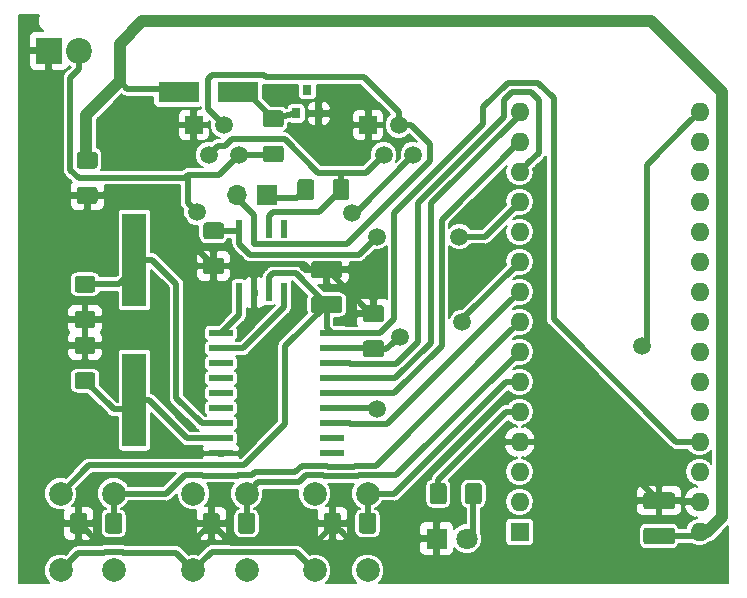
<source format=gbr>
G04 #@! TF.GenerationSoftware,KiCad,Pcbnew,5.0.2-bee76a0~70~ubuntu18.10.1*
G04 #@! TF.CreationDate,2019-01-18T18:06:10-06:00*
G04 #@! TF.ProjectId,Demo,44656d6f-2e6b-4696-9361-645f70636258,rev?*
G04 #@! TF.SameCoordinates,PXaf79e00PY7cee6c0*
G04 #@! TF.FileFunction,Copper,L1,Top*
G04 #@! TF.FilePolarity,Positive*
%FSLAX46Y46*%
G04 Gerber Fmt 4.6, Leading zero omitted, Abs format (unit mm)*
G04 Created by KiCad (PCBNEW 5.0.2-bee76a0~70~ubuntu18.10.1) date Fri 18 Jan 2019 06:06:10 PM CST*
%MOMM*%
%LPD*%
G01*
G04 APERTURE LIST*
G04 #@! TA.AperFunction,SMDPad,CuDef*
%ADD10R,3.500000X1.800000*%
G04 #@! TD*
G04 #@! TA.AperFunction,ComponentPad*
%ADD11C,1.520000*%
G04 #@! TD*
G04 #@! TA.AperFunction,ComponentPad*
%ADD12R,1.520000X1.520000*%
G04 #@! TD*
G04 #@! TA.AperFunction,ComponentPad*
%ADD13C,2.000000*%
G04 #@! TD*
G04 #@! TA.AperFunction,Conductor*
%ADD14C,0.100000*%
G04 #@! TD*
G04 #@! TA.AperFunction,SMDPad,CuDef*
%ADD15C,1.425000*%
G04 #@! TD*
G04 #@! TA.AperFunction,ComponentPad*
%ADD16R,1.700000X1.700000*%
G04 #@! TD*
G04 #@! TA.AperFunction,ComponentPad*
%ADD17O,1.700000X1.700000*%
G04 #@! TD*
G04 #@! TA.AperFunction,ComponentPad*
%ADD18R,2.200000X2.200000*%
G04 #@! TD*
G04 #@! TA.AperFunction,ComponentPad*
%ADD19C,2.200000*%
G04 #@! TD*
G04 #@! TA.AperFunction,ComponentPad*
%ADD20R,1.800000X1.800000*%
G04 #@! TD*
G04 #@! TA.AperFunction,ComponentPad*
%ADD21C,1.800000*%
G04 #@! TD*
G04 #@! TA.AperFunction,SMDPad,CuDef*
%ADD22R,0.800000X0.900000*%
G04 #@! TD*
G04 #@! TA.AperFunction,SMDPad,CuDef*
%ADD23R,2.000000X7.875000*%
G04 #@! TD*
G04 #@! TA.AperFunction,ComponentPad*
%ADD24O,1.600000X1.600000*%
G04 #@! TD*
G04 #@! TA.AperFunction,ComponentPad*
%ADD25R,1.600000X1.600000*%
G04 #@! TD*
G04 #@! TA.AperFunction,SMDPad,CuDef*
%ADD26R,2.000000X0.600000*%
G04 #@! TD*
G04 #@! TA.AperFunction,SMDPad,CuDef*
%ADD27R,0.600000X1.550000*%
G04 #@! TD*
G04 #@! TA.AperFunction,ViaPad*
%ADD28C,1.500000*%
G04 #@! TD*
G04 #@! TA.AperFunction,Conductor*
%ADD29C,0.500000*%
G04 #@! TD*
G04 #@! TA.AperFunction,Conductor*
%ADD30C,0.750000*%
G04 #@! TD*
G04 #@! TA.AperFunction,Conductor*
%ADD31C,1.000000*%
G04 #@! TD*
G04 #@! TA.AperFunction,Conductor*
%ADD32C,0.200000*%
G04 #@! TD*
G04 APERTURE END LIST*
D10*
G04 #@! TO.P,D3,1*
G04 #@! TO.N,+12V*
X-47000000Y42000000D03*
G04 #@! TO.P,D3,2*
G04 #@! TO.N,Net-(D2-Pad1)*
X-42000000Y42000000D03*
G04 #@! TD*
D11*
G04 #@! TO.P,J2,4*
G04 #@! TO.N,/Vin*
X-27145777Y36679963D03*
G04 #@! TO.P,J2,3*
G04 #@! TO.N,/CANH*
X-28385777Y39219963D03*
G04 #@! TO.P,J2,2*
G04 #@! TO.N,/CANL*
X-29655777Y36679963D03*
D12*
G04 #@! TO.P,J2,1*
G04 #@! TO.N,GND*
X-30955777Y39219963D03*
G04 #@! TD*
G04 #@! TO.P,J1,1*
G04 #@! TO.N,GND*
X-45730000Y39219963D03*
D11*
G04 #@! TO.P,J1,2*
G04 #@! TO.N,/CANL*
X-44430000Y36679963D03*
G04 #@! TO.P,J1,3*
G04 #@! TO.N,/CANH*
X-43160000Y39219963D03*
G04 #@! TO.P,J1,4*
G04 #@! TO.N,/Vin*
X-41920000Y36679963D03*
G04 #@! TD*
D13*
G04 #@! TO.P,SW3,2*
G04 #@! TO.N,+5V*
X-57000000Y1500000D03*
G04 #@! TO.P,SW3,1*
G04 #@! TO.N,/S3*
X-52500000Y1500000D03*
G04 #@! TO.P,SW3,2*
G04 #@! TO.N,+5V*
X-57000000Y8000000D03*
G04 #@! TO.P,SW3,1*
G04 #@! TO.N,/S3*
X-52500000Y8000000D03*
G04 #@! TD*
G04 #@! TO.P,SW2,1*
G04 #@! TO.N,/S2*
X-41250000Y8000000D03*
G04 #@! TO.P,SW2,2*
G04 #@! TO.N,+5V*
X-45750000Y8000000D03*
G04 #@! TO.P,SW2,1*
G04 #@! TO.N,/S2*
X-41250000Y1500000D03*
G04 #@! TO.P,SW2,2*
G04 #@! TO.N,+5V*
X-45750000Y1500000D03*
G04 #@! TD*
G04 #@! TO.P,SW1,2*
G04 #@! TO.N,+5V*
X-35500000Y1500000D03*
G04 #@! TO.P,SW1,1*
G04 #@! TO.N,/S1*
X-31000000Y1500000D03*
G04 #@! TO.P,SW1,2*
G04 #@! TO.N,+5V*
X-35500000Y8000000D03*
G04 #@! TO.P,SW1,1*
G04 #@! TO.N,/S1*
X-31000000Y8000000D03*
G04 #@! TD*
D14*
G04 #@! TO.N,GND*
G04 #@! TO.C,C5*
G36*
X-5227496Y8103796D02*
X-5203227Y8100196D01*
X-5179429Y8094235D01*
X-5156329Y8085970D01*
X-5134151Y8075480D01*
X-5113107Y8062867D01*
X-5093402Y8048253D01*
X-5075223Y8031777D01*
X-5058747Y8013598D01*
X-5044133Y7993893D01*
X-5031520Y7972849D01*
X-5021030Y7950671D01*
X-5012765Y7927571D01*
X-5006804Y7903773D01*
X-5003204Y7879504D01*
X-5002000Y7855000D01*
X-5002000Y6930000D01*
X-5003204Y6905496D01*
X-5006804Y6881227D01*
X-5012765Y6857429D01*
X-5021030Y6834329D01*
X-5031520Y6812151D01*
X-5044133Y6791107D01*
X-5058747Y6771402D01*
X-5075223Y6753223D01*
X-5093402Y6736747D01*
X-5113107Y6722133D01*
X-5134151Y6709520D01*
X-5156329Y6699030D01*
X-5179429Y6690765D01*
X-5203227Y6684804D01*
X-5227496Y6681204D01*
X-5252000Y6680000D01*
X-7402000Y6680000D01*
X-7426504Y6681204D01*
X-7450773Y6684804D01*
X-7474571Y6690765D01*
X-7497671Y6699030D01*
X-7519849Y6709520D01*
X-7540893Y6722133D01*
X-7560598Y6736747D01*
X-7578777Y6753223D01*
X-7595253Y6771402D01*
X-7609867Y6791107D01*
X-7622480Y6812151D01*
X-7632970Y6834329D01*
X-7641235Y6857429D01*
X-7647196Y6881227D01*
X-7650796Y6905496D01*
X-7652000Y6930000D01*
X-7652000Y7855000D01*
X-7650796Y7879504D01*
X-7647196Y7903773D01*
X-7641235Y7927571D01*
X-7632970Y7950671D01*
X-7622480Y7972849D01*
X-7609867Y7993893D01*
X-7595253Y8013598D01*
X-7578777Y8031777D01*
X-7560598Y8048253D01*
X-7540893Y8062867D01*
X-7519849Y8075480D01*
X-7497671Y8085970D01*
X-7474571Y8094235D01*
X-7450773Y8100196D01*
X-7426504Y8103796D01*
X-7402000Y8105000D01*
X-5252000Y8105000D01*
X-5227496Y8103796D01*
X-5227496Y8103796D01*
G37*
D15*
G04 #@! TD*
G04 #@! TO.P,C5,1*
G04 #@! TO.N,GND*
X-6327000Y7392500D03*
D14*
G04 #@! TO.N,+12V*
G04 #@! TO.C,C5*
G36*
X-5227496Y5128796D02*
X-5203227Y5125196D01*
X-5179429Y5119235D01*
X-5156329Y5110970D01*
X-5134151Y5100480D01*
X-5113107Y5087867D01*
X-5093402Y5073253D01*
X-5075223Y5056777D01*
X-5058747Y5038598D01*
X-5044133Y5018893D01*
X-5031520Y4997849D01*
X-5021030Y4975671D01*
X-5012765Y4952571D01*
X-5006804Y4928773D01*
X-5003204Y4904504D01*
X-5002000Y4880000D01*
X-5002000Y3955000D01*
X-5003204Y3930496D01*
X-5006804Y3906227D01*
X-5012765Y3882429D01*
X-5021030Y3859329D01*
X-5031520Y3837151D01*
X-5044133Y3816107D01*
X-5058747Y3796402D01*
X-5075223Y3778223D01*
X-5093402Y3761747D01*
X-5113107Y3747133D01*
X-5134151Y3734520D01*
X-5156329Y3724030D01*
X-5179429Y3715765D01*
X-5203227Y3709804D01*
X-5227496Y3706204D01*
X-5252000Y3705000D01*
X-7402000Y3705000D01*
X-7426504Y3706204D01*
X-7450773Y3709804D01*
X-7474571Y3715765D01*
X-7497671Y3724030D01*
X-7519849Y3734520D01*
X-7540893Y3747133D01*
X-7560598Y3761747D01*
X-7578777Y3778223D01*
X-7595253Y3796402D01*
X-7609867Y3816107D01*
X-7622480Y3837151D01*
X-7632970Y3859329D01*
X-7641235Y3882429D01*
X-7647196Y3906227D01*
X-7650796Y3930496D01*
X-7652000Y3955000D01*
X-7652000Y4880000D01*
X-7650796Y4904504D01*
X-7647196Y4928773D01*
X-7641235Y4952571D01*
X-7632970Y4975671D01*
X-7622480Y4997849D01*
X-7609867Y5018893D01*
X-7595253Y5038598D01*
X-7578777Y5056777D01*
X-7560598Y5073253D01*
X-7540893Y5087867D01*
X-7519849Y5100480D01*
X-7497671Y5110970D01*
X-7474571Y5119235D01*
X-7450773Y5125196D01*
X-7426504Y5128796D01*
X-7402000Y5130000D01*
X-5252000Y5130000D01*
X-5227496Y5128796D01*
X-5227496Y5128796D01*
G37*
D15*
G04 #@! TD*
G04 #@! TO.P,C5,2*
G04 #@! TO.N,+12V*
X-6327000Y4417500D03*
D16*
G04 #@! TO.P,J3,1*
G04 #@! TO.N,Net-(J3-Pad1)*
X-39500000Y33250000D03*
D17*
G04 #@! TO.P,J3,2*
G04 #@! TO.N,/CANH*
X-42040000Y33250000D03*
G04 #@! TD*
D18*
G04 #@! TO.P,J4,1*
G04 #@! TO.N,GND*
X-58000000Y45500000D03*
D19*
G04 #@! TO.P,J4,2*
G04 #@! TO.N,/Vin*
X-55460000Y45500000D03*
G04 #@! TD*
D20*
G04 #@! TO.P,D1,1*
G04 #@! TO.N,GND*
X-25159595Y4195750D03*
D21*
G04 #@! TO.P,D1,2*
G04 #@! TO.N,Net-(D1-Pad2)*
X-22619595Y4195750D03*
G04 #@! TD*
D22*
G04 #@! TO.P,D2,1*
G04 #@! TO.N,Net-(D2-Pad1)*
X-37050000Y40200000D03*
G04 #@! TO.P,D2,2*
G04 #@! TO.N,GND*
X-35150000Y40200000D03*
G04 #@! TO.P,D2,3*
G04 #@! TO.N,N/C*
X-36100000Y42200000D03*
G04 #@! TD*
D14*
G04 #@! TO.N,GND*
G04 #@! TO.C,R8*
G36*
X-29850496Y23948796D02*
X-29826227Y23945196D01*
X-29802429Y23939235D01*
X-29779329Y23930970D01*
X-29757151Y23920480D01*
X-29736107Y23907867D01*
X-29716402Y23893253D01*
X-29698223Y23876777D01*
X-29681747Y23858598D01*
X-29667133Y23838893D01*
X-29654520Y23817849D01*
X-29644030Y23795671D01*
X-29635765Y23772571D01*
X-29629804Y23748773D01*
X-29626204Y23724504D01*
X-29625000Y23700000D01*
X-29625000Y22775000D01*
X-29626204Y22750496D01*
X-29629804Y22726227D01*
X-29635765Y22702429D01*
X-29644030Y22679329D01*
X-29654520Y22657151D01*
X-29667133Y22636107D01*
X-29681747Y22616402D01*
X-29698223Y22598223D01*
X-29716402Y22581747D01*
X-29736107Y22567133D01*
X-29757151Y22554520D01*
X-29779329Y22544030D01*
X-29802429Y22535765D01*
X-29826227Y22529804D01*
X-29850496Y22526204D01*
X-29875000Y22525000D01*
X-31125000Y22525000D01*
X-31149504Y22526204D01*
X-31173773Y22529804D01*
X-31197571Y22535765D01*
X-31220671Y22544030D01*
X-31242849Y22554520D01*
X-31263893Y22567133D01*
X-31283598Y22581747D01*
X-31301777Y22598223D01*
X-31318253Y22616402D01*
X-31332867Y22636107D01*
X-31345480Y22657151D01*
X-31355970Y22679329D01*
X-31364235Y22702429D01*
X-31370196Y22726227D01*
X-31373796Y22750496D01*
X-31375000Y22775000D01*
X-31375000Y23700000D01*
X-31373796Y23724504D01*
X-31370196Y23748773D01*
X-31364235Y23772571D01*
X-31355970Y23795671D01*
X-31345480Y23817849D01*
X-31332867Y23838893D01*
X-31318253Y23858598D01*
X-31301777Y23876777D01*
X-31283598Y23893253D01*
X-31263893Y23907867D01*
X-31242849Y23920480D01*
X-31220671Y23930970D01*
X-31197571Y23939235D01*
X-31173773Y23945196D01*
X-31149504Y23948796D01*
X-31125000Y23950000D01*
X-29875000Y23950000D01*
X-29850496Y23948796D01*
X-29850496Y23948796D01*
G37*
D15*
G04 #@! TD*
G04 #@! TO.P,R8,2*
G04 #@! TO.N,GND*
X-30500000Y23237500D03*
D14*
G04 #@! TO.N,/CAN_RST*
G04 #@! TO.C,R8*
G36*
X-29850496Y20973796D02*
X-29826227Y20970196D01*
X-29802429Y20964235D01*
X-29779329Y20955970D01*
X-29757151Y20945480D01*
X-29736107Y20932867D01*
X-29716402Y20918253D01*
X-29698223Y20901777D01*
X-29681747Y20883598D01*
X-29667133Y20863893D01*
X-29654520Y20842849D01*
X-29644030Y20820671D01*
X-29635765Y20797571D01*
X-29629804Y20773773D01*
X-29626204Y20749504D01*
X-29625000Y20725000D01*
X-29625000Y19800000D01*
X-29626204Y19775496D01*
X-29629804Y19751227D01*
X-29635765Y19727429D01*
X-29644030Y19704329D01*
X-29654520Y19682151D01*
X-29667133Y19661107D01*
X-29681747Y19641402D01*
X-29698223Y19623223D01*
X-29716402Y19606747D01*
X-29736107Y19592133D01*
X-29757151Y19579520D01*
X-29779329Y19569030D01*
X-29802429Y19560765D01*
X-29826227Y19554804D01*
X-29850496Y19551204D01*
X-29875000Y19550000D01*
X-31125000Y19550000D01*
X-31149504Y19551204D01*
X-31173773Y19554804D01*
X-31197571Y19560765D01*
X-31220671Y19569030D01*
X-31242849Y19579520D01*
X-31263893Y19592133D01*
X-31283598Y19606747D01*
X-31301777Y19623223D01*
X-31318253Y19641402D01*
X-31332867Y19661107D01*
X-31345480Y19682151D01*
X-31355970Y19704329D01*
X-31364235Y19727429D01*
X-31370196Y19751227D01*
X-31373796Y19775496D01*
X-31375000Y19800000D01*
X-31375000Y20725000D01*
X-31373796Y20749504D01*
X-31370196Y20773773D01*
X-31364235Y20797571D01*
X-31355970Y20820671D01*
X-31345480Y20842849D01*
X-31332867Y20863893D01*
X-31318253Y20883598D01*
X-31301777Y20901777D01*
X-31283598Y20918253D01*
X-31263893Y20932867D01*
X-31242849Y20945480D01*
X-31220671Y20955970D01*
X-31197571Y20964235D01*
X-31173773Y20970196D01*
X-31149504Y20973796D01*
X-31125000Y20975000D01*
X-29875000Y20975000D01*
X-29850496Y20973796D01*
X-29850496Y20973796D01*
G37*
D15*
G04 #@! TD*
G04 #@! TO.P,R8,1*
G04 #@! TO.N,/CAN_RST*
X-30500000Y20262500D03*
D14*
G04 #@! TO.N,/XCDR_RST*
G04 #@! TO.C,R7*
G36*
X-43396496Y30963796D02*
X-43372227Y30960196D01*
X-43348429Y30954235D01*
X-43325329Y30945970D01*
X-43303151Y30935480D01*
X-43282107Y30922867D01*
X-43262402Y30908253D01*
X-43244223Y30891777D01*
X-43227747Y30873598D01*
X-43213133Y30853893D01*
X-43200520Y30832849D01*
X-43190030Y30810671D01*
X-43181765Y30787571D01*
X-43175804Y30763773D01*
X-43172204Y30739504D01*
X-43171000Y30715000D01*
X-43171000Y29790000D01*
X-43172204Y29765496D01*
X-43175804Y29741227D01*
X-43181765Y29717429D01*
X-43190030Y29694329D01*
X-43200520Y29672151D01*
X-43213133Y29651107D01*
X-43227747Y29631402D01*
X-43244223Y29613223D01*
X-43262402Y29596747D01*
X-43282107Y29582133D01*
X-43303151Y29569520D01*
X-43325329Y29559030D01*
X-43348429Y29550765D01*
X-43372227Y29544804D01*
X-43396496Y29541204D01*
X-43421000Y29540000D01*
X-44671000Y29540000D01*
X-44695504Y29541204D01*
X-44719773Y29544804D01*
X-44743571Y29550765D01*
X-44766671Y29559030D01*
X-44788849Y29569520D01*
X-44809893Y29582133D01*
X-44829598Y29596747D01*
X-44847777Y29613223D01*
X-44864253Y29631402D01*
X-44878867Y29651107D01*
X-44891480Y29672151D01*
X-44901970Y29694329D01*
X-44910235Y29717429D01*
X-44916196Y29741227D01*
X-44919796Y29765496D01*
X-44921000Y29790000D01*
X-44921000Y30715000D01*
X-44919796Y30739504D01*
X-44916196Y30763773D01*
X-44910235Y30787571D01*
X-44901970Y30810671D01*
X-44891480Y30832849D01*
X-44878867Y30853893D01*
X-44864253Y30873598D01*
X-44847777Y30891777D01*
X-44829598Y30908253D01*
X-44809893Y30922867D01*
X-44788849Y30935480D01*
X-44766671Y30945970D01*
X-44743571Y30954235D01*
X-44719773Y30960196D01*
X-44695504Y30963796D01*
X-44671000Y30965000D01*
X-43421000Y30965000D01*
X-43396496Y30963796D01*
X-43396496Y30963796D01*
G37*
D15*
G04 #@! TD*
G04 #@! TO.P,R7,1*
G04 #@! TO.N,/XCDR_RST*
X-44046000Y30252500D03*
D14*
G04 #@! TO.N,GND*
G04 #@! TO.C,R7*
G36*
X-43396496Y27988796D02*
X-43372227Y27985196D01*
X-43348429Y27979235D01*
X-43325329Y27970970D01*
X-43303151Y27960480D01*
X-43282107Y27947867D01*
X-43262402Y27933253D01*
X-43244223Y27916777D01*
X-43227747Y27898598D01*
X-43213133Y27878893D01*
X-43200520Y27857849D01*
X-43190030Y27835671D01*
X-43181765Y27812571D01*
X-43175804Y27788773D01*
X-43172204Y27764504D01*
X-43171000Y27740000D01*
X-43171000Y26815000D01*
X-43172204Y26790496D01*
X-43175804Y26766227D01*
X-43181765Y26742429D01*
X-43190030Y26719329D01*
X-43200520Y26697151D01*
X-43213133Y26676107D01*
X-43227747Y26656402D01*
X-43244223Y26638223D01*
X-43262402Y26621747D01*
X-43282107Y26607133D01*
X-43303151Y26594520D01*
X-43325329Y26584030D01*
X-43348429Y26575765D01*
X-43372227Y26569804D01*
X-43396496Y26566204D01*
X-43421000Y26565000D01*
X-44671000Y26565000D01*
X-44695504Y26566204D01*
X-44719773Y26569804D01*
X-44743571Y26575765D01*
X-44766671Y26584030D01*
X-44788849Y26594520D01*
X-44809893Y26607133D01*
X-44829598Y26621747D01*
X-44847777Y26638223D01*
X-44864253Y26656402D01*
X-44878867Y26676107D01*
X-44891480Y26697151D01*
X-44901970Y26719329D01*
X-44910235Y26742429D01*
X-44916196Y26766227D01*
X-44919796Y26790496D01*
X-44921000Y26815000D01*
X-44921000Y27740000D01*
X-44919796Y27764504D01*
X-44916196Y27788773D01*
X-44910235Y27812571D01*
X-44901970Y27835671D01*
X-44891480Y27857849D01*
X-44878867Y27878893D01*
X-44864253Y27898598D01*
X-44847777Y27916777D01*
X-44829598Y27933253D01*
X-44809893Y27947867D01*
X-44788849Y27960480D01*
X-44766671Y27970970D01*
X-44743571Y27979235D01*
X-44719773Y27985196D01*
X-44695504Y27988796D01*
X-44671000Y27990000D01*
X-43421000Y27990000D01*
X-43396496Y27988796D01*
X-43396496Y27988796D01*
G37*
D15*
G04 #@! TD*
G04 #@! TO.P,R7,2*
G04 #@! TO.N,GND*
X-44046000Y27277500D03*
D14*
G04 #@! TO.N,/S3*
G04 #@! TO.C,R6*
G36*
X-52012996Y6373796D02*
X-51988727Y6370196D01*
X-51964929Y6364235D01*
X-51941829Y6355970D01*
X-51919651Y6345480D01*
X-51898607Y6332867D01*
X-51878902Y6318253D01*
X-51860723Y6301777D01*
X-51844247Y6283598D01*
X-51829633Y6263893D01*
X-51817020Y6242849D01*
X-51806530Y6220671D01*
X-51798265Y6197571D01*
X-51792304Y6173773D01*
X-51788704Y6149504D01*
X-51787500Y6125000D01*
X-51787500Y4875000D01*
X-51788704Y4850496D01*
X-51792304Y4826227D01*
X-51798265Y4802429D01*
X-51806530Y4779329D01*
X-51817020Y4757151D01*
X-51829633Y4736107D01*
X-51844247Y4716402D01*
X-51860723Y4698223D01*
X-51878902Y4681747D01*
X-51898607Y4667133D01*
X-51919651Y4654520D01*
X-51941829Y4644030D01*
X-51964929Y4635765D01*
X-51988727Y4629804D01*
X-52012996Y4626204D01*
X-52037500Y4625000D01*
X-52962500Y4625000D01*
X-52987004Y4626204D01*
X-53011273Y4629804D01*
X-53035071Y4635765D01*
X-53058171Y4644030D01*
X-53080349Y4654520D01*
X-53101393Y4667133D01*
X-53121098Y4681747D01*
X-53139277Y4698223D01*
X-53155753Y4716402D01*
X-53170367Y4736107D01*
X-53182980Y4757151D01*
X-53193470Y4779329D01*
X-53201735Y4802429D01*
X-53207696Y4826227D01*
X-53211296Y4850496D01*
X-53212500Y4875000D01*
X-53212500Y6125000D01*
X-53211296Y6149504D01*
X-53207696Y6173773D01*
X-53201735Y6197571D01*
X-53193470Y6220671D01*
X-53182980Y6242849D01*
X-53170367Y6263893D01*
X-53155753Y6283598D01*
X-53139277Y6301777D01*
X-53121098Y6318253D01*
X-53101393Y6332867D01*
X-53080349Y6345480D01*
X-53058171Y6355970D01*
X-53035071Y6364235D01*
X-53011273Y6370196D01*
X-52987004Y6373796D01*
X-52962500Y6375000D01*
X-52037500Y6375000D01*
X-52012996Y6373796D01*
X-52012996Y6373796D01*
G37*
D15*
G04 #@! TD*
G04 #@! TO.P,R6,2*
G04 #@! TO.N,/S3*
X-52500000Y5500000D03*
D14*
G04 #@! TO.N,GND*
G04 #@! TO.C,R6*
G36*
X-54987996Y6373796D02*
X-54963727Y6370196D01*
X-54939929Y6364235D01*
X-54916829Y6355970D01*
X-54894651Y6345480D01*
X-54873607Y6332867D01*
X-54853902Y6318253D01*
X-54835723Y6301777D01*
X-54819247Y6283598D01*
X-54804633Y6263893D01*
X-54792020Y6242849D01*
X-54781530Y6220671D01*
X-54773265Y6197571D01*
X-54767304Y6173773D01*
X-54763704Y6149504D01*
X-54762500Y6125000D01*
X-54762500Y4875000D01*
X-54763704Y4850496D01*
X-54767304Y4826227D01*
X-54773265Y4802429D01*
X-54781530Y4779329D01*
X-54792020Y4757151D01*
X-54804633Y4736107D01*
X-54819247Y4716402D01*
X-54835723Y4698223D01*
X-54853902Y4681747D01*
X-54873607Y4667133D01*
X-54894651Y4654520D01*
X-54916829Y4644030D01*
X-54939929Y4635765D01*
X-54963727Y4629804D01*
X-54987996Y4626204D01*
X-55012500Y4625000D01*
X-55937500Y4625000D01*
X-55962004Y4626204D01*
X-55986273Y4629804D01*
X-56010071Y4635765D01*
X-56033171Y4644030D01*
X-56055349Y4654520D01*
X-56076393Y4667133D01*
X-56096098Y4681747D01*
X-56114277Y4698223D01*
X-56130753Y4716402D01*
X-56145367Y4736107D01*
X-56157980Y4757151D01*
X-56168470Y4779329D01*
X-56176735Y4802429D01*
X-56182696Y4826227D01*
X-56186296Y4850496D01*
X-56187500Y4875000D01*
X-56187500Y6125000D01*
X-56186296Y6149504D01*
X-56182696Y6173773D01*
X-56176735Y6197571D01*
X-56168470Y6220671D01*
X-56157980Y6242849D01*
X-56145367Y6263893D01*
X-56130753Y6283598D01*
X-56114277Y6301777D01*
X-56096098Y6318253D01*
X-56076393Y6332867D01*
X-56055349Y6345480D01*
X-56033171Y6355970D01*
X-56010071Y6364235D01*
X-55986273Y6370196D01*
X-55962004Y6373796D01*
X-55937500Y6375000D01*
X-55012500Y6375000D01*
X-54987996Y6373796D01*
X-54987996Y6373796D01*
G37*
D15*
G04 #@! TD*
G04 #@! TO.P,R6,1*
G04 #@! TO.N,GND*
X-55475000Y5500000D03*
D14*
G04 #@! TO.N,/LED*
G04 #@! TO.C,R3*
G36*
X-24545091Y8873796D02*
X-24520822Y8870196D01*
X-24497024Y8864235D01*
X-24473924Y8855970D01*
X-24451746Y8845480D01*
X-24430702Y8832867D01*
X-24410997Y8818253D01*
X-24392818Y8801777D01*
X-24376342Y8783598D01*
X-24361728Y8763893D01*
X-24349115Y8742849D01*
X-24338625Y8720671D01*
X-24330360Y8697571D01*
X-24324399Y8673773D01*
X-24320799Y8649504D01*
X-24319595Y8625000D01*
X-24319595Y7375000D01*
X-24320799Y7350496D01*
X-24324399Y7326227D01*
X-24330360Y7302429D01*
X-24338625Y7279329D01*
X-24349115Y7257151D01*
X-24361728Y7236107D01*
X-24376342Y7216402D01*
X-24392818Y7198223D01*
X-24410997Y7181747D01*
X-24430702Y7167133D01*
X-24451746Y7154520D01*
X-24473924Y7144030D01*
X-24497024Y7135765D01*
X-24520822Y7129804D01*
X-24545091Y7126204D01*
X-24569595Y7125000D01*
X-25494595Y7125000D01*
X-25519099Y7126204D01*
X-25543368Y7129804D01*
X-25567166Y7135765D01*
X-25590266Y7144030D01*
X-25612444Y7154520D01*
X-25633488Y7167133D01*
X-25653193Y7181747D01*
X-25671372Y7198223D01*
X-25687848Y7216402D01*
X-25702462Y7236107D01*
X-25715075Y7257151D01*
X-25725565Y7279329D01*
X-25733830Y7302429D01*
X-25739791Y7326227D01*
X-25743391Y7350496D01*
X-25744595Y7375000D01*
X-25744595Y8625000D01*
X-25743391Y8649504D01*
X-25739791Y8673773D01*
X-25733830Y8697571D01*
X-25725565Y8720671D01*
X-25715075Y8742849D01*
X-25702462Y8763893D01*
X-25687848Y8783598D01*
X-25671372Y8801777D01*
X-25653193Y8818253D01*
X-25633488Y8832867D01*
X-25612444Y8845480D01*
X-25590266Y8855970D01*
X-25567166Y8864235D01*
X-25543368Y8870196D01*
X-25519099Y8873796D01*
X-25494595Y8875000D01*
X-24569595Y8875000D01*
X-24545091Y8873796D01*
X-24545091Y8873796D01*
G37*
D15*
G04 #@! TD*
G04 #@! TO.P,R3,1*
G04 #@! TO.N,/LED*
X-25032095Y8000000D03*
D14*
G04 #@! TO.N,Net-(D1-Pad2)*
G04 #@! TO.C,R3*
G36*
X-21570091Y8873796D02*
X-21545822Y8870196D01*
X-21522024Y8864235D01*
X-21498924Y8855970D01*
X-21476746Y8845480D01*
X-21455702Y8832867D01*
X-21435997Y8818253D01*
X-21417818Y8801777D01*
X-21401342Y8783598D01*
X-21386728Y8763893D01*
X-21374115Y8742849D01*
X-21363625Y8720671D01*
X-21355360Y8697571D01*
X-21349399Y8673773D01*
X-21345799Y8649504D01*
X-21344595Y8625000D01*
X-21344595Y7375000D01*
X-21345799Y7350496D01*
X-21349399Y7326227D01*
X-21355360Y7302429D01*
X-21363625Y7279329D01*
X-21374115Y7257151D01*
X-21386728Y7236107D01*
X-21401342Y7216402D01*
X-21417818Y7198223D01*
X-21435997Y7181747D01*
X-21455702Y7167133D01*
X-21476746Y7154520D01*
X-21498924Y7144030D01*
X-21522024Y7135765D01*
X-21545822Y7129804D01*
X-21570091Y7126204D01*
X-21594595Y7125000D01*
X-22519595Y7125000D01*
X-22544099Y7126204D01*
X-22568368Y7129804D01*
X-22592166Y7135765D01*
X-22615266Y7144030D01*
X-22637444Y7154520D01*
X-22658488Y7167133D01*
X-22678193Y7181747D01*
X-22696372Y7198223D01*
X-22712848Y7216402D01*
X-22727462Y7236107D01*
X-22740075Y7257151D01*
X-22750565Y7279329D01*
X-22758830Y7302429D01*
X-22764791Y7326227D01*
X-22768391Y7350496D01*
X-22769595Y7375000D01*
X-22769595Y8625000D01*
X-22768391Y8649504D01*
X-22764791Y8673773D01*
X-22758830Y8697571D01*
X-22750565Y8720671D01*
X-22740075Y8742849D01*
X-22727462Y8763893D01*
X-22712848Y8783598D01*
X-22696372Y8801777D01*
X-22678193Y8818253D01*
X-22658488Y8832867D01*
X-22637444Y8845480D01*
X-22615266Y8855970D01*
X-22592166Y8864235D01*
X-22568368Y8870196D01*
X-22544099Y8873796D01*
X-22519595Y8875000D01*
X-21594595Y8875000D01*
X-21570091Y8873796D01*
X-21570091Y8873796D01*
G37*
D15*
G04 #@! TD*
G04 #@! TO.P,R3,2*
G04 #@! TO.N,Net-(D1-Pad2)*
X-22057095Y8000000D03*
D14*
G04 #@! TO.N,GND*
G04 #@! TO.C,C2*
G36*
X-33368496Y27692796D02*
X-33344227Y27689196D01*
X-33320429Y27683235D01*
X-33297329Y27674970D01*
X-33275151Y27664480D01*
X-33254107Y27651867D01*
X-33234402Y27637253D01*
X-33216223Y27620777D01*
X-33199747Y27602598D01*
X-33185133Y27582893D01*
X-33172520Y27561849D01*
X-33162030Y27539671D01*
X-33153765Y27516571D01*
X-33147804Y27492773D01*
X-33144204Y27468504D01*
X-33143000Y27444000D01*
X-33143000Y26519000D01*
X-33144204Y26494496D01*
X-33147804Y26470227D01*
X-33153765Y26446429D01*
X-33162030Y26423329D01*
X-33172520Y26401151D01*
X-33185133Y26380107D01*
X-33199747Y26360402D01*
X-33216223Y26342223D01*
X-33234402Y26325747D01*
X-33254107Y26311133D01*
X-33275151Y26298520D01*
X-33297329Y26288030D01*
X-33320429Y26279765D01*
X-33344227Y26273804D01*
X-33368496Y26270204D01*
X-33393000Y26269000D01*
X-35543000Y26269000D01*
X-35567504Y26270204D01*
X-35591773Y26273804D01*
X-35615571Y26279765D01*
X-35638671Y26288030D01*
X-35660849Y26298520D01*
X-35681893Y26311133D01*
X-35701598Y26325747D01*
X-35719777Y26342223D01*
X-35736253Y26360402D01*
X-35750867Y26380107D01*
X-35763480Y26401151D01*
X-35773970Y26423329D01*
X-35782235Y26446429D01*
X-35788196Y26470227D01*
X-35791796Y26494496D01*
X-35793000Y26519000D01*
X-35793000Y27444000D01*
X-35791796Y27468504D01*
X-35788196Y27492773D01*
X-35782235Y27516571D01*
X-35773970Y27539671D01*
X-35763480Y27561849D01*
X-35750867Y27582893D01*
X-35736253Y27602598D01*
X-35719777Y27620777D01*
X-35701598Y27637253D01*
X-35681893Y27651867D01*
X-35660849Y27664480D01*
X-35638671Y27674970D01*
X-35615571Y27683235D01*
X-35591773Y27689196D01*
X-35567504Y27692796D01*
X-35543000Y27694000D01*
X-33393000Y27694000D01*
X-33368496Y27692796D01*
X-33368496Y27692796D01*
G37*
D15*
G04 #@! TD*
G04 #@! TO.P,C2,1*
G04 #@! TO.N,GND*
X-34468000Y26981500D03*
D14*
G04 #@! TO.N,+5V*
G04 #@! TO.C,C2*
G36*
X-33368496Y24717796D02*
X-33344227Y24714196D01*
X-33320429Y24708235D01*
X-33297329Y24699970D01*
X-33275151Y24689480D01*
X-33254107Y24676867D01*
X-33234402Y24662253D01*
X-33216223Y24645777D01*
X-33199747Y24627598D01*
X-33185133Y24607893D01*
X-33172520Y24586849D01*
X-33162030Y24564671D01*
X-33153765Y24541571D01*
X-33147804Y24517773D01*
X-33144204Y24493504D01*
X-33143000Y24469000D01*
X-33143000Y23544000D01*
X-33144204Y23519496D01*
X-33147804Y23495227D01*
X-33153765Y23471429D01*
X-33162030Y23448329D01*
X-33172520Y23426151D01*
X-33185133Y23405107D01*
X-33199747Y23385402D01*
X-33216223Y23367223D01*
X-33234402Y23350747D01*
X-33254107Y23336133D01*
X-33275151Y23323520D01*
X-33297329Y23313030D01*
X-33320429Y23304765D01*
X-33344227Y23298804D01*
X-33368496Y23295204D01*
X-33393000Y23294000D01*
X-35543000Y23294000D01*
X-35567504Y23295204D01*
X-35591773Y23298804D01*
X-35615571Y23304765D01*
X-35638671Y23313030D01*
X-35660849Y23323520D01*
X-35681893Y23336133D01*
X-35701598Y23350747D01*
X-35719777Y23367223D01*
X-35736253Y23385402D01*
X-35750867Y23405107D01*
X-35763480Y23426151D01*
X-35773970Y23448329D01*
X-35782235Y23471429D01*
X-35788196Y23495227D01*
X-35791796Y23519496D01*
X-35793000Y23544000D01*
X-35793000Y24469000D01*
X-35791796Y24493504D01*
X-35788196Y24517773D01*
X-35782235Y24541571D01*
X-35773970Y24564671D01*
X-35763480Y24586849D01*
X-35750867Y24607893D01*
X-35736253Y24627598D01*
X-35719777Y24645777D01*
X-35701598Y24662253D01*
X-35681893Y24676867D01*
X-35660849Y24689480D01*
X-35638671Y24699970D01*
X-35615571Y24708235D01*
X-35591773Y24714196D01*
X-35567504Y24717796D01*
X-35543000Y24719000D01*
X-33393000Y24719000D01*
X-33368496Y24717796D01*
X-33368496Y24717796D01*
G37*
D15*
G04 #@! TD*
G04 #@! TO.P,C2,2*
G04 #@! TO.N,+5V*
X-34468000Y24006500D03*
D23*
G04 #@! TO.P,Y1,1*
G04 #@! TO.N,Net-(C3-Pad2)*
X-50745000Y27787500D03*
G04 #@! TO.P,Y1,2*
G04 #@! TO.N,Net-(C4-Pad2)*
X-50745000Y15912500D03*
G04 #@! TD*
D14*
G04 #@! TO.N,Net-(C4-Pad2)*
G04 #@! TO.C,C4*
G36*
X-54286496Y18270796D02*
X-54262227Y18267196D01*
X-54238429Y18261235D01*
X-54215329Y18252970D01*
X-54193151Y18242480D01*
X-54172107Y18229867D01*
X-54152402Y18215253D01*
X-54134223Y18198777D01*
X-54117747Y18180598D01*
X-54103133Y18160893D01*
X-54090520Y18139849D01*
X-54080030Y18117671D01*
X-54071765Y18094571D01*
X-54065804Y18070773D01*
X-54062204Y18046504D01*
X-54061000Y18022000D01*
X-54061000Y17097000D01*
X-54062204Y17072496D01*
X-54065804Y17048227D01*
X-54071765Y17024429D01*
X-54080030Y17001329D01*
X-54090520Y16979151D01*
X-54103133Y16958107D01*
X-54117747Y16938402D01*
X-54134223Y16920223D01*
X-54152402Y16903747D01*
X-54172107Y16889133D01*
X-54193151Y16876520D01*
X-54215329Y16866030D01*
X-54238429Y16857765D01*
X-54262227Y16851804D01*
X-54286496Y16848204D01*
X-54311000Y16847000D01*
X-55561000Y16847000D01*
X-55585504Y16848204D01*
X-55609773Y16851804D01*
X-55633571Y16857765D01*
X-55656671Y16866030D01*
X-55678849Y16876520D01*
X-55699893Y16889133D01*
X-55719598Y16903747D01*
X-55737777Y16920223D01*
X-55754253Y16938402D01*
X-55768867Y16958107D01*
X-55781480Y16979151D01*
X-55791970Y17001329D01*
X-55800235Y17024429D01*
X-55806196Y17048227D01*
X-55809796Y17072496D01*
X-55811000Y17097000D01*
X-55811000Y18022000D01*
X-55809796Y18046504D01*
X-55806196Y18070773D01*
X-55800235Y18094571D01*
X-55791970Y18117671D01*
X-55781480Y18139849D01*
X-55768867Y18160893D01*
X-55754253Y18180598D01*
X-55737777Y18198777D01*
X-55719598Y18215253D01*
X-55699893Y18229867D01*
X-55678849Y18242480D01*
X-55656671Y18252970D01*
X-55633571Y18261235D01*
X-55609773Y18267196D01*
X-55585504Y18270796D01*
X-55561000Y18272000D01*
X-54311000Y18272000D01*
X-54286496Y18270796D01*
X-54286496Y18270796D01*
G37*
D15*
G04 #@! TD*
G04 #@! TO.P,C4,2*
G04 #@! TO.N,Net-(C4-Pad2)*
X-54936000Y17559500D03*
D14*
G04 #@! TO.N,GND*
G04 #@! TO.C,C4*
G36*
X-54286496Y21245796D02*
X-54262227Y21242196D01*
X-54238429Y21236235D01*
X-54215329Y21227970D01*
X-54193151Y21217480D01*
X-54172107Y21204867D01*
X-54152402Y21190253D01*
X-54134223Y21173777D01*
X-54117747Y21155598D01*
X-54103133Y21135893D01*
X-54090520Y21114849D01*
X-54080030Y21092671D01*
X-54071765Y21069571D01*
X-54065804Y21045773D01*
X-54062204Y21021504D01*
X-54061000Y20997000D01*
X-54061000Y20072000D01*
X-54062204Y20047496D01*
X-54065804Y20023227D01*
X-54071765Y19999429D01*
X-54080030Y19976329D01*
X-54090520Y19954151D01*
X-54103133Y19933107D01*
X-54117747Y19913402D01*
X-54134223Y19895223D01*
X-54152402Y19878747D01*
X-54172107Y19864133D01*
X-54193151Y19851520D01*
X-54215329Y19841030D01*
X-54238429Y19832765D01*
X-54262227Y19826804D01*
X-54286496Y19823204D01*
X-54311000Y19822000D01*
X-55561000Y19822000D01*
X-55585504Y19823204D01*
X-55609773Y19826804D01*
X-55633571Y19832765D01*
X-55656671Y19841030D01*
X-55678849Y19851520D01*
X-55699893Y19864133D01*
X-55719598Y19878747D01*
X-55737777Y19895223D01*
X-55754253Y19913402D01*
X-55768867Y19933107D01*
X-55781480Y19954151D01*
X-55791970Y19976329D01*
X-55800235Y19999429D01*
X-55806196Y20023227D01*
X-55809796Y20047496D01*
X-55811000Y20072000D01*
X-55811000Y20997000D01*
X-55809796Y21021504D01*
X-55806196Y21045773D01*
X-55800235Y21069571D01*
X-55791970Y21092671D01*
X-55781480Y21114849D01*
X-55768867Y21135893D01*
X-55754253Y21155598D01*
X-55737777Y21173777D01*
X-55719598Y21190253D01*
X-55699893Y21204867D01*
X-55678849Y21217480D01*
X-55656671Y21227970D01*
X-55633571Y21236235D01*
X-55609773Y21242196D01*
X-55585504Y21245796D01*
X-55561000Y21247000D01*
X-54311000Y21247000D01*
X-54286496Y21245796D01*
X-54286496Y21245796D01*
G37*
D15*
G04 #@! TD*
G04 #@! TO.P,C4,1*
G04 #@! TO.N,GND*
X-54936000Y20534500D03*
D14*
G04 #@! TO.N,Net-(C3-Pad2)*
G04 #@! TO.C,C3*
G36*
X-54286496Y26452796D02*
X-54262227Y26449196D01*
X-54238429Y26443235D01*
X-54215329Y26434970D01*
X-54193151Y26424480D01*
X-54172107Y26411867D01*
X-54152402Y26397253D01*
X-54134223Y26380777D01*
X-54117747Y26362598D01*
X-54103133Y26342893D01*
X-54090520Y26321849D01*
X-54080030Y26299671D01*
X-54071765Y26276571D01*
X-54065804Y26252773D01*
X-54062204Y26228504D01*
X-54061000Y26204000D01*
X-54061000Y25279000D01*
X-54062204Y25254496D01*
X-54065804Y25230227D01*
X-54071765Y25206429D01*
X-54080030Y25183329D01*
X-54090520Y25161151D01*
X-54103133Y25140107D01*
X-54117747Y25120402D01*
X-54134223Y25102223D01*
X-54152402Y25085747D01*
X-54172107Y25071133D01*
X-54193151Y25058520D01*
X-54215329Y25048030D01*
X-54238429Y25039765D01*
X-54262227Y25033804D01*
X-54286496Y25030204D01*
X-54311000Y25029000D01*
X-55561000Y25029000D01*
X-55585504Y25030204D01*
X-55609773Y25033804D01*
X-55633571Y25039765D01*
X-55656671Y25048030D01*
X-55678849Y25058520D01*
X-55699893Y25071133D01*
X-55719598Y25085747D01*
X-55737777Y25102223D01*
X-55754253Y25120402D01*
X-55768867Y25140107D01*
X-55781480Y25161151D01*
X-55791970Y25183329D01*
X-55800235Y25206429D01*
X-55806196Y25230227D01*
X-55809796Y25254496D01*
X-55811000Y25279000D01*
X-55811000Y26204000D01*
X-55809796Y26228504D01*
X-55806196Y26252773D01*
X-55800235Y26276571D01*
X-55791970Y26299671D01*
X-55781480Y26321849D01*
X-55768867Y26342893D01*
X-55754253Y26362598D01*
X-55737777Y26380777D01*
X-55719598Y26397253D01*
X-55699893Y26411867D01*
X-55678849Y26424480D01*
X-55656671Y26434970D01*
X-55633571Y26443235D01*
X-55609773Y26449196D01*
X-55585504Y26452796D01*
X-55561000Y26454000D01*
X-54311000Y26454000D01*
X-54286496Y26452796D01*
X-54286496Y26452796D01*
G37*
D15*
G04 #@! TD*
G04 #@! TO.P,C3,2*
G04 #@! TO.N,Net-(C3-Pad2)*
X-54936000Y25741500D03*
D14*
G04 #@! TO.N,GND*
G04 #@! TO.C,C3*
G36*
X-54286496Y23477796D02*
X-54262227Y23474196D01*
X-54238429Y23468235D01*
X-54215329Y23459970D01*
X-54193151Y23449480D01*
X-54172107Y23436867D01*
X-54152402Y23422253D01*
X-54134223Y23405777D01*
X-54117747Y23387598D01*
X-54103133Y23367893D01*
X-54090520Y23346849D01*
X-54080030Y23324671D01*
X-54071765Y23301571D01*
X-54065804Y23277773D01*
X-54062204Y23253504D01*
X-54061000Y23229000D01*
X-54061000Y22304000D01*
X-54062204Y22279496D01*
X-54065804Y22255227D01*
X-54071765Y22231429D01*
X-54080030Y22208329D01*
X-54090520Y22186151D01*
X-54103133Y22165107D01*
X-54117747Y22145402D01*
X-54134223Y22127223D01*
X-54152402Y22110747D01*
X-54172107Y22096133D01*
X-54193151Y22083520D01*
X-54215329Y22073030D01*
X-54238429Y22064765D01*
X-54262227Y22058804D01*
X-54286496Y22055204D01*
X-54311000Y22054000D01*
X-55561000Y22054000D01*
X-55585504Y22055204D01*
X-55609773Y22058804D01*
X-55633571Y22064765D01*
X-55656671Y22073030D01*
X-55678849Y22083520D01*
X-55699893Y22096133D01*
X-55719598Y22110747D01*
X-55737777Y22127223D01*
X-55754253Y22145402D01*
X-55768867Y22165107D01*
X-55781480Y22186151D01*
X-55791970Y22208329D01*
X-55800235Y22231429D01*
X-55806196Y22255227D01*
X-55809796Y22279496D01*
X-55811000Y22304000D01*
X-55811000Y23229000D01*
X-55809796Y23253504D01*
X-55806196Y23277773D01*
X-55800235Y23301571D01*
X-55791970Y23324671D01*
X-55781480Y23346849D01*
X-55768867Y23367893D01*
X-55754253Y23387598D01*
X-55737777Y23405777D01*
X-55719598Y23422253D01*
X-55699893Y23436867D01*
X-55678849Y23449480D01*
X-55656671Y23459970D01*
X-55633571Y23468235D01*
X-55609773Y23474196D01*
X-55585504Y23477796D01*
X-55561000Y23479000D01*
X-54311000Y23479000D01*
X-54286496Y23477796D01*
X-54286496Y23477796D01*
G37*
D15*
G04 #@! TD*
G04 #@! TO.P,C3,1*
G04 #@! TO.N,GND*
X-54936000Y22766500D03*
D14*
G04 #@! TO.N,GND*
G04 #@! TO.C,C1*
G36*
X-54100496Y33973796D02*
X-54076227Y33970196D01*
X-54052429Y33964235D01*
X-54029329Y33955970D01*
X-54007151Y33945480D01*
X-53986107Y33932867D01*
X-53966402Y33918253D01*
X-53948223Y33901777D01*
X-53931747Y33883598D01*
X-53917133Y33863893D01*
X-53904520Y33842849D01*
X-53894030Y33820671D01*
X-53885765Y33797571D01*
X-53879804Y33773773D01*
X-53876204Y33749504D01*
X-53875000Y33725000D01*
X-53875000Y32800000D01*
X-53876204Y32775496D01*
X-53879804Y32751227D01*
X-53885765Y32727429D01*
X-53894030Y32704329D01*
X-53904520Y32682151D01*
X-53917133Y32661107D01*
X-53931747Y32641402D01*
X-53948223Y32623223D01*
X-53966402Y32606747D01*
X-53986107Y32592133D01*
X-54007151Y32579520D01*
X-54029329Y32569030D01*
X-54052429Y32560765D01*
X-54076227Y32554804D01*
X-54100496Y32551204D01*
X-54125000Y32550000D01*
X-55375000Y32550000D01*
X-55399504Y32551204D01*
X-55423773Y32554804D01*
X-55447571Y32560765D01*
X-55470671Y32569030D01*
X-55492849Y32579520D01*
X-55513893Y32592133D01*
X-55533598Y32606747D01*
X-55551777Y32623223D01*
X-55568253Y32641402D01*
X-55582867Y32661107D01*
X-55595480Y32682151D01*
X-55605970Y32704329D01*
X-55614235Y32727429D01*
X-55620196Y32751227D01*
X-55623796Y32775496D01*
X-55625000Y32800000D01*
X-55625000Y33725000D01*
X-55623796Y33749504D01*
X-55620196Y33773773D01*
X-55614235Y33797571D01*
X-55605970Y33820671D01*
X-55595480Y33842849D01*
X-55582867Y33863893D01*
X-55568253Y33883598D01*
X-55551777Y33901777D01*
X-55533598Y33918253D01*
X-55513893Y33932867D01*
X-55492849Y33945480D01*
X-55470671Y33955970D01*
X-55447571Y33964235D01*
X-55423773Y33970196D01*
X-55399504Y33973796D01*
X-55375000Y33975000D01*
X-54125000Y33975000D01*
X-54100496Y33973796D01*
X-54100496Y33973796D01*
G37*
D15*
G04 #@! TD*
G04 #@! TO.P,C1,2*
G04 #@! TO.N,GND*
X-54750000Y33262500D03*
D14*
G04 #@! TO.N,+12V*
G04 #@! TO.C,C1*
G36*
X-54100496Y36948796D02*
X-54076227Y36945196D01*
X-54052429Y36939235D01*
X-54029329Y36930970D01*
X-54007151Y36920480D01*
X-53986107Y36907867D01*
X-53966402Y36893253D01*
X-53948223Y36876777D01*
X-53931747Y36858598D01*
X-53917133Y36838893D01*
X-53904520Y36817849D01*
X-53894030Y36795671D01*
X-53885765Y36772571D01*
X-53879804Y36748773D01*
X-53876204Y36724504D01*
X-53875000Y36700000D01*
X-53875000Y35775000D01*
X-53876204Y35750496D01*
X-53879804Y35726227D01*
X-53885765Y35702429D01*
X-53894030Y35679329D01*
X-53904520Y35657151D01*
X-53917133Y35636107D01*
X-53931747Y35616402D01*
X-53948223Y35598223D01*
X-53966402Y35581747D01*
X-53986107Y35567133D01*
X-54007151Y35554520D01*
X-54029329Y35544030D01*
X-54052429Y35535765D01*
X-54076227Y35529804D01*
X-54100496Y35526204D01*
X-54125000Y35525000D01*
X-55375000Y35525000D01*
X-55399504Y35526204D01*
X-55423773Y35529804D01*
X-55447571Y35535765D01*
X-55470671Y35544030D01*
X-55492849Y35554520D01*
X-55513893Y35567133D01*
X-55533598Y35581747D01*
X-55551777Y35598223D01*
X-55568253Y35616402D01*
X-55582867Y35636107D01*
X-55595480Y35657151D01*
X-55605970Y35679329D01*
X-55614235Y35702429D01*
X-55620196Y35726227D01*
X-55623796Y35750496D01*
X-55625000Y35775000D01*
X-55625000Y36700000D01*
X-55623796Y36724504D01*
X-55620196Y36748773D01*
X-55614235Y36772571D01*
X-55605970Y36795671D01*
X-55595480Y36817849D01*
X-55582867Y36838893D01*
X-55568253Y36858598D01*
X-55551777Y36876777D01*
X-55533598Y36893253D01*
X-55513893Y36907867D01*
X-55492849Y36920480D01*
X-55470671Y36930970D01*
X-55447571Y36939235D01*
X-55423773Y36945196D01*
X-55399504Y36948796D01*
X-55375000Y36950000D01*
X-54125000Y36950000D01*
X-54100496Y36948796D01*
X-54100496Y36948796D01*
G37*
D15*
G04 #@! TD*
G04 #@! TO.P,C1,1*
G04 #@! TO.N,+12V*
X-54750000Y36237500D03*
D24*
G04 #@! TO.P,A1,16*
G04 #@! TO.N,/SCK*
X-2898000Y40322000D03*
G04 #@! TO.P,A1,15*
G04 #@! TO.N,/SO*
X-18138000Y40322000D03*
G04 #@! TO.P,A1,30*
G04 #@! TO.N,+12V*
X-2898000Y4762000D03*
G04 #@! TO.P,A1,14*
G04 #@! TO.N,/SI*
X-18138000Y37782000D03*
G04 #@! TO.P,A1,29*
G04 #@! TO.N,GND*
X-2898000Y7302000D03*
G04 #@! TO.P,A1,13*
G04 #@! TO.N,/CS*
X-18138000Y35242000D03*
G04 #@! TO.P,A1,28*
G04 #@! TO.N,Net-(A1-Pad28)*
X-2898000Y9842000D03*
G04 #@! TO.P,A1,12*
G04 #@! TO.N,/XCDR_RST*
X-18138000Y32702000D03*
G04 #@! TO.P,A1,27*
G04 #@! TO.N,+5V*
X-2898000Y12382000D03*
G04 #@! TO.P,A1,11*
G04 #@! TO.N,Net-(A1-Pad11)*
X-18138000Y30162000D03*
G04 #@! TO.P,A1,26*
G04 #@! TO.N,Net-(A1-Pad26)*
X-2898000Y14922000D03*
G04 #@! TO.P,A1,10*
G04 #@! TO.N,/CAN_RST*
X-18138000Y27622000D03*
G04 #@! TO.P,A1,25*
G04 #@! TO.N,Net-(A1-Pad25)*
X-2898000Y17462000D03*
G04 #@! TO.P,A1,9*
G04 #@! TO.N,/int*
X-18138000Y25082000D03*
G04 #@! TO.P,A1,24*
G04 #@! TO.N,Net-(A1-Pad24)*
X-2898000Y20002000D03*
G04 #@! TO.P,A1,8*
G04 #@! TO.N,/S3*
X-18138000Y22542000D03*
G04 #@! TO.P,A1,23*
G04 #@! TO.N,Net-(A1-Pad23)*
X-2898000Y22542000D03*
G04 #@! TO.P,A1,7*
G04 #@! TO.N,/S2*
X-18138000Y20002000D03*
G04 #@! TO.P,A1,22*
G04 #@! TO.N,Net-(A1-Pad22)*
X-2898000Y25082000D03*
G04 #@! TO.P,A1,6*
G04 #@! TO.N,/S1*
X-18138000Y17462000D03*
G04 #@! TO.P,A1,21*
G04 #@! TO.N,Net-(A1-Pad21)*
X-2898000Y27622000D03*
G04 #@! TO.P,A1,5*
G04 #@! TO.N,/LED*
X-18138000Y14922000D03*
G04 #@! TO.P,A1,20*
G04 #@! TO.N,Net-(A1-Pad20)*
X-2898000Y30162000D03*
G04 #@! TO.P,A1,4*
G04 #@! TO.N,GND*
X-18138000Y12382000D03*
G04 #@! TO.P,A1,19*
G04 #@! TO.N,Net-(A1-Pad19)*
X-2898000Y32702000D03*
G04 #@! TO.P,A1,3*
G04 #@! TO.N,Net-(A1-Pad3)*
X-18138000Y9842000D03*
G04 #@! TO.P,A1,18*
G04 #@! TO.N,Net-(A1-Pad18)*
X-2898000Y35242000D03*
G04 #@! TO.P,A1,2*
G04 #@! TO.N,Net-(A1-Pad2)*
X-18138000Y7302000D03*
G04 #@! TO.P,A1,17*
G04 #@! TO.N,Net-(A1-Pad17)*
X-2898000Y37782000D03*
D25*
G04 #@! TO.P,A1,1*
G04 #@! TO.N,Net-(A1-Pad1)*
X-18138000Y4762000D03*
G04 #@! TD*
D26*
G04 #@! TO.P,U2,18*
G04 #@! TO.N,+5V*
X-34018000Y21574000D03*
G04 #@! TO.P,U2,17*
G04 #@! TO.N,/CAN_RST*
X-34018000Y20304000D03*
G04 #@! TO.P,U2,16*
G04 #@! TO.N,/CS*
X-34018000Y19034000D03*
G04 #@! TO.P,U2,15*
G04 #@! TO.N,/SO*
X-34018000Y17764000D03*
G04 #@! TO.P,U2,14*
G04 #@! TO.N,/SI*
X-34018000Y16494000D03*
G04 #@! TO.P,U2,13*
G04 #@! TO.N,/SCK*
X-34018000Y15224000D03*
G04 #@! TO.P,U2,12*
G04 #@! TO.N,/int*
X-34018000Y13954000D03*
G04 #@! TO.P,U2,11*
G04 #@! TO.N,Net-(U2-Pad11)*
X-34018000Y12684000D03*
G04 #@! TO.P,U2,10*
G04 #@! TO.N,Net-(U2-Pad10)*
X-34018000Y11414000D03*
G04 #@! TO.P,U2,9*
G04 #@! TO.N,GND*
X-43418000Y11414000D03*
G04 #@! TO.P,U2,8*
G04 #@! TO.N,Net-(C4-Pad2)*
X-43418000Y12684000D03*
G04 #@! TO.P,U2,7*
G04 #@! TO.N,Net-(C3-Pad2)*
X-43418000Y13954000D03*
G04 #@! TO.P,U2,6*
G04 #@! TO.N,Net-(U2-Pad6)*
X-43418000Y15224000D03*
G04 #@! TO.P,U2,5*
G04 #@! TO.N,Net-(U2-Pad5)*
X-43418000Y16494000D03*
G04 #@! TO.P,U2,4*
G04 #@! TO.N,Net-(U2-Pad4)*
X-43418000Y17764000D03*
G04 #@! TO.P,U2,3*
G04 #@! TO.N,Net-(U2-Pad3)*
X-43418000Y19034000D03*
G04 #@! TO.P,U2,2*
G04 #@! TO.N,/RXD*
X-43418000Y20304000D03*
G04 #@! TO.P,U2,1*
G04 #@! TO.N,/TXD*
X-43418000Y21574000D03*
G04 #@! TD*
D27*
G04 #@! TO.P,U1,8*
G04 #@! TO.N,/XCDR_RST*
X-41887000Y30449000D03*
G04 #@! TO.P,U1,7*
G04 #@! TO.N,/CANH*
X-40617000Y30449000D03*
G04 #@! TO.P,U1,6*
G04 #@! TO.N,/CANL*
X-39347000Y30449000D03*
G04 #@! TO.P,U1,5*
G04 #@! TO.N,Net-(U1-Pad5)*
X-38077000Y30449000D03*
G04 #@! TO.P,U1,4*
G04 #@! TO.N,/RXD*
X-38077000Y25049000D03*
G04 #@! TO.P,U1,3*
G04 #@! TO.N,+5V*
X-39347000Y25049000D03*
G04 #@! TO.P,U1,2*
G04 #@! TO.N,GND*
X-40617000Y25049000D03*
G04 #@! TO.P,U1,1*
G04 #@! TO.N,/TXD*
X-41887000Y25049000D03*
G04 #@! TD*
D14*
G04 #@! TO.N,/S2*
G04 #@! TO.C,R5*
G36*
X-40775496Y6373796D02*
X-40751227Y6370196D01*
X-40727429Y6364235D01*
X-40704329Y6355970D01*
X-40682151Y6345480D01*
X-40661107Y6332867D01*
X-40641402Y6318253D01*
X-40623223Y6301777D01*
X-40606747Y6283598D01*
X-40592133Y6263893D01*
X-40579520Y6242849D01*
X-40569030Y6220671D01*
X-40560765Y6197571D01*
X-40554804Y6173773D01*
X-40551204Y6149504D01*
X-40550000Y6125000D01*
X-40550000Y4875000D01*
X-40551204Y4850496D01*
X-40554804Y4826227D01*
X-40560765Y4802429D01*
X-40569030Y4779329D01*
X-40579520Y4757151D01*
X-40592133Y4736107D01*
X-40606747Y4716402D01*
X-40623223Y4698223D01*
X-40641402Y4681747D01*
X-40661107Y4667133D01*
X-40682151Y4654520D01*
X-40704329Y4644030D01*
X-40727429Y4635765D01*
X-40751227Y4629804D01*
X-40775496Y4626204D01*
X-40800000Y4625000D01*
X-41725000Y4625000D01*
X-41749504Y4626204D01*
X-41773773Y4629804D01*
X-41797571Y4635765D01*
X-41820671Y4644030D01*
X-41842849Y4654520D01*
X-41863893Y4667133D01*
X-41883598Y4681747D01*
X-41901777Y4698223D01*
X-41918253Y4716402D01*
X-41932867Y4736107D01*
X-41945480Y4757151D01*
X-41955970Y4779329D01*
X-41964235Y4802429D01*
X-41970196Y4826227D01*
X-41973796Y4850496D01*
X-41975000Y4875000D01*
X-41975000Y6125000D01*
X-41973796Y6149504D01*
X-41970196Y6173773D01*
X-41964235Y6197571D01*
X-41955970Y6220671D01*
X-41945480Y6242849D01*
X-41932867Y6263893D01*
X-41918253Y6283598D01*
X-41901777Y6301777D01*
X-41883598Y6318253D01*
X-41863893Y6332867D01*
X-41842849Y6345480D01*
X-41820671Y6355970D01*
X-41797571Y6364235D01*
X-41773773Y6370196D01*
X-41749504Y6373796D01*
X-41725000Y6375000D01*
X-40800000Y6375000D01*
X-40775496Y6373796D01*
X-40775496Y6373796D01*
G37*
D15*
G04 #@! TD*
G04 #@! TO.P,R5,2*
G04 #@! TO.N,/S2*
X-41262500Y5500000D03*
D14*
G04 #@! TO.N,GND*
G04 #@! TO.C,R5*
G36*
X-43750496Y6373796D02*
X-43726227Y6370196D01*
X-43702429Y6364235D01*
X-43679329Y6355970D01*
X-43657151Y6345480D01*
X-43636107Y6332867D01*
X-43616402Y6318253D01*
X-43598223Y6301777D01*
X-43581747Y6283598D01*
X-43567133Y6263893D01*
X-43554520Y6242849D01*
X-43544030Y6220671D01*
X-43535765Y6197571D01*
X-43529804Y6173773D01*
X-43526204Y6149504D01*
X-43525000Y6125000D01*
X-43525000Y4875000D01*
X-43526204Y4850496D01*
X-43529804Y4826227D01*
X-43535765Y4802429D01*
X-43544030Y4779329D01*
X-43554520Y4757151D01*
X-43567133Y4736107D01*
X-43581747Y4716402D01*
X-43598223Y4698223D01*
X-43616402Y4681747D01*
X-43636107Y4667133D01*
X-43657151Y4654520D01*
X-43679329Y4644030D01*
X-43702429Y4635765D01*
X-43726227Y4629804D01*
X-43750496Y4626204D01*
X-43775000Y4625000D01*
X-44700000Y4625000D01*
X-44724504Y4626204D01*
X-44748773Y4629804D01*
X-44772571Y4635765D01*
X-44795671Y4644030D01*
X-44817849Y4654520D01*
X-44838893Y4667133D01*
X-44858598Y4681747D01*
X-44876777Y4698223D01*
X-44893253Y4716402D01*
X-44907867Y4736107D01*
X-44920480Y4757151D01*
X-44930970Y4779329D01*
X-44939235Y4802429D01*
X-44945196Y4826227D01*
X-44948796Y4850496D01*
X-44950000Y4875000D01*
X-44950000Y6125000D01*
X-44948796Y6149504D01*
X-44945196Y6173773D01*
X-44939235Y6197571D01*
X-44930970Y6220671D01*
X-44920480Y6242849D01*
X-44907867Y6263893D01*
X-44893253Y6283598D01*
X-44876777Y6301777D01*
X-44858598Y6318253D01*
X-44838893Y6332867D01*
X-44817849Y6345480D01*
X-44795671Y6355970D01*
X-44772571Y6364235D01*
X-44748773Y6370196D01*
X-44724504Y6373796D01*
X-44700000Y6375000D01*
X-43775000Y6375000D01*
X-43750496Y6373796D01*
X-43750496Y6373796D01*
G37*
D15*
G04 #@! TD*
G04 #@! TO.P,R5,1*
G04 #@! TO.N,GND*
X-44237500Y5500000D03*
D14*
G04 #@! TO.N,/S1*
G04 #@! TO.C,R4*
G36*
X-30525496Y6373796D02*
X-30501227Y6370196D01*
X-30477429Y6364235D01*
X-30454329Y6355970D01*
X-30432151Y6345480D01*
X-30411107Y6332867D01*
X-30391402Y6318253D01*
X-30373223Y6301777D01*
X-30356747Y6283598D01*
X-30342133Y6263893D01*
X-30329520Y6242849D01*
X-30319030Y6220671D01*
X-30310765Y6197571D01*
X-30304804Y6173773D01*
X-30301204Y6149504D01*
X-30300000Y6125000D01*
X-30300000Y4875000D01*
X-30301204Y4850496D01*
X-30304804Y4826227D01*
X-30310765Y4802429D01*
X-30319030Y4779329D01*
X-30329520Y4757151D01*
X-30342133Y4736107D01*
X-30356747Y4716402D01*
X-30373223Y4698223D01*
X-30391402Y4681747D01*
X-30411107Y4667133D01*
X-30432151Y4654520D01*
X-30454329Y4644030D01*
X-30477429Y4635765D01*
X-30501227Y4629804D01*
X-30525496Y4626204D01*
X-30550000Y4625000D01*
X-31475000Y4625000D01*
X-31499504Y4626204D01*
X-31523773Y4629804D01*
X-31547571Y4635765D01*
X-31570671Y4644030D01*
X-31592849Y4654520D01*
X-31613893Y4667133D01*
X-31633598Y4681747D01*
X-31651777Y4698223D01*
X-31668253Y4716402D01*
X-31682867Y4736107D01*
X-31695480Y4757151D01*
X-31705970Y4779329D01*
X-31714235Y4802429D01*
X-31720196Y4826227D01*
X-31723796Y4850496D01*
X-31725000Y4875000D01*
X-31725000Y6125000D01*
X-31723796Y6149504D01*
X-31720196Y6173773D01*
X-31714235Y6197571D01*
X-31705970Y6220671D01*
X-31695480Y6242849D01*
X-31682867Y6263893D01*
X-31668253Y6283598D01*
X-31651777Y6301777D01*
X-31633598Y6318253D01*
X-31613893Y6332867D01*
X-31592849Y6345480D01*
X-31570671Y6355970D01*
X-31547571Y6364235D01*
X-31523773Y6370196D01*
X-31499504Y6373796D01*
X-31475000Y6375000D01*
X-30550000Y6375000D01*
X-30525496Y6373796D01*
X-30525496Y6373796D01*
G37*
D15*
G04 #@! TD*
G04 #@! TO.P,R4,2*
G04 #@! TO.N,/S1*
X-31012500Y5500000D03*
D14*
G04 #@! TO.N,GND*
G04 #@! TO.C,R4*
G36*
X-33500496Y6373796D02*
X-33476227Y6370196D01*
X-33452429Y6364235D01*
X-33429329Y6355970D01*
X-33407151Y6345480D01*
X-33386107Y6332867D01*
X-33366402Y6318253D01*
X-33348223Y6301777D01*
X-33331747Y6283598D01*
X-33317133Y6263893D01*
X-33304520Y6242849D01*
X-33294030Y6220671D01*
X-33285765Y6197571D01*
X-33279804Y6173773D01*
X-33276204Y6149504D01*
X-33275000Y6125000D01*
X-33275000Y4875000D01*
X-33276204Y4850496D01*
X-33279804Y4826227D01*
X-33285765Y4802429D01*
X-33294030Y4779329D01*
X-33304520Y4757151D01*
X-33317133Y4736107D01*
X-33331747Y4716402D01*
X-33348223Y4698223D01*
X-33366402Y4681747D01*
X-33386107Y4667133D01*
X-33407151Y4654520D01*
X-33429329Y4644030D01*
X-33452429Y4635765D01*
X-33476227Y4629804D01*
X-33500496Y4626204D01*
X-33525000Y4625000D01*
X-34450000Y4625000D01*
X-34474504Y4626204D01*
X-34498773Y4629804D01*
X-34522571Y4635765D01*
X-34545671Y4644030D01*
X-34567849Y4654520D01*
X-34588893Y4667133D01*
X-34608598Y4681747D01*
X-34626777Y4698223D01*
X-34643253Y4716402D01*
X-34657867Y4736107D01*
X-34670480Y4757151D01*
X-34680970Y4779329D01*
X-34689235Y4802429D01*
X-34695196Y4826227D01*
X-34698796Y4850496D01*
X-34700000Y4875000D01*
X-34700000Y6125000D01*
X-34698796Y6149504D01*
X-34695196Y6173773D01*
X-34689235Y6197571D01*
X-34680970Y6220671D01*
X-34670480Y6242849D01*
X-34657867Y6263893D01*
X-34643253Y6283598D01*
X-34626777Y6301777D01*
X-34608598Y6318253D01*
X-34588893Y6332867D01*
X-34567849Y6345480D01*
X-34545671Y6355970D01*
X-34522571Y6364235D01*
X-34498773Y6370196D01*
X-34474504Y6373796D01*
X-34450000Y6375000D01*
X-33525000Y6375000D01*
X-33500496Y6373796D01*
X-33500496Y6373796D01*
G37*
D15*
G04 #@! TD*
G04 #@! TO.P,R4,1*
G04 #@! TO.N,GND*
X-33987500Y5500000D03*
D14*
G04 #@! TO.N,Net-(J3-Pad1)*
G04 #@! TO.C,R2*
G36*
X-35750496Y34623796D02*
X-35726227Y34620196D01*
X-35702429Y34614235D01*
X-35679329Y34605970D01*
X-35657151Y34595480D01*
X-35636107Y34582867D01*
X-35616402Y34568253D01*
X-35598223Y34551777D01*
X-35581747Y34533598D01*
X-35567133Y34513893D01*
X-35554520Y34492849D01*
X-35544030Y34470671D01*
X-35535765Y34447571D01*
X-35529804Y34423773D01*
X-35526204Y34399504D01*
X-35525000Y34375000D01*
X-35525000Y33125000D01*
X-35526204Y33100496D01*
X-35529804Y33076227D01*
X-35535765Y33052429D01*
X-35544030Y33029329D01*
X-35554520Y33007151D01*
X-35567133Y32986107D01*
X-35581747Y32966402D01*
X-35598223Y32948223D01*
X-35616402Y32931747D01*
X-35636107Y32917133D01*
X-35657151Y32904520D01*
X-35679329Y32894030D01*
X-35702429Y32885765D01*
X-35726227Y32879804D01*
X-35750496Y32876204D01*
X-35775000Y32875000D01*
X-36700000Y32875000D01*
X-36724504Y32876204D01*
X-36748773Y32879804D01*
X-36772571Y32885765D01*
X-36795671Y32894030D01*
X-36817849Y32904520D01*
X-36838893Y32917133D01*
X-36858598Y32931747D01*
X-36876777Y32948223D01*
X-36893253Y32966402D01*
X-36907867Y32986107D01*
X-36920480Y33007151D01*
X-36930970Y33029329D01*
X-36939235Y33052429D01*
X-36945196Y33076227D01*
X-36948796Y33100496D01*
X-36950000Y33125000D01*
X-36950000Y34375000D01*
X-36948796Y34399504D01*
X-36945196Y34423773D01*
X-36939235Y34447571D01*
X-36930970Y34470671D01*
X-36920480Y34492849D01*
X-36907867Y34513893D01*
X-36893253Y34533598D01*
X-36876777Y34551777D01*
X-36858598Y34568253D01*
X-36838893Y34582867D01*
X-36817849Y34595480D01*
X-36795671Y34605970D01*
X-36772571Y34614235D01*
X-36748773Y34620196D01*
X-36724504Y34623796D01*
X-36700000Y34625000D01*
X-35775000Y34625000D01*
X-35750496Y34623796D01*
X-35750496Y34623796D01*
G37*
D15*
G04 #@! TD*
G04 #@! TO.P,R2,2*
G04 #@! TO.N,Net-(J3-Pad1)*
X-36237500Y33750000D03*
D14*
G04 #@! TO.N,/CANL*
G04 #@! TO.C,R2*
G36*
X-32775496Y34623796D02*
X-32751227Y34620196D01*
X-32727429Y34614235D01*
X-32704329Y34605970D01*
X-32682151Y34595480D01*
X-32661107Y34582867D01*
X-32641402Y34568253D01*
X-32623223Y34551777D01*
X-32606747Y34533598D01*
X-32592133Y34513893D01*
X-32579520Y34492849D01*
X-32569030Y34470671D01*
X-32560765Y34447571D01*
X-32554804Y34423773D01*
X-32551204Y34399504D01*
X-32550000Y34375000D01*
X-32550000Y33125000D01*
X-32551204Y33100496D01*
X-32554804Y33076227D01*
X-32560765Y33052429D01*
X-32569030Y33029329D01*
X-32579520Y33007151D01*
X-32592133Y32986107D01*
X-32606747Y32966402D01*
X-32623223Y32948223D01*
X-32641402Y32931747D01*
X-32661107Y32917133D01*
X-32682151Y32904520D01*
X-32704329Y32894030D01*
X-32727429Y32885765D01*
X-32751227Y32879804D01*
X-32775496Y32876204D01*
X-32800000Y32875000D01*
X-33725000Y32875000D01*
X-33749504Y32876204D01*
X-33773773Y32879804D01*
X-33797571Y32885765D01*
X-33820671Y32894030D01*
X-33842849Y32904520D01*
X-33863893Y32917133D01*
X-33883598Y32931747D01*
X-33901777Y32948223D01*
X-33918253Y32966402D01*
X-33932867Y32986107D01*
X-33945480Y33007151D01*
X-33955970Y33029329D01*
X-33964235Y33052429D01*
X-33970196Y33076227D01*
X-33973796Y33100496D01*
X-33975000Y33125000D01*
X-33975000Y34375000D01*
X-33973796Y34399504D01*
X-33970196Y34423773D01*
X-33964235Y34447571D01*
X-33955970Y34470671D01*
X-33945480Y34492849D01*
X-33932867Y34513893D01*
X-33918253Y34533598D01*
X-33901777Y34551777D01*
X-33883598Y34568253D01*
X-33863893Y34582867D01*
X-33842849Y34595480D01*
X-33820671Y34605970D01*
X-33797571Y34614235D01*
X-33773773Y34620196D01*
X-33749504Y34623796D01*
X-33725000Y34625000D01*
X-32800000Y34625000D01*
X-32775496Y34623796D01*
X-32775496Y34623796D01*
G37*
D15*
G04 #@! TD*
G04 #@! TO.P,R2,1*
G04 #@! TO.N,/CANL*
X-33262500Y33750000D03*
D14*
G04 #@! TO.N,/Vin*
G04 #@! TO.C,R1*
G36*
X-38350496Y37473796D02*
X-38326227Y37470196D01*
X-38302429Y37464235D01*
X-38279329Y37455970D01*
X-38257151Y37445480D01*
X-38236107Y37432867D01*
X-38216402Y37418253D01*
X-38198223Y37401777D01*
X-38181747Y37383598D01*
X-38167133Y37363893D01*
X-38154520Y37342849D01*
X-38144030Y37320671D01*
X-38135765Y37297571D01*
X-38129804Y37273773D01*
X-38126204Y37249504D01*
X-38125000Y37225000D01*
X-38125000Y36300000D01*
X-38126204Y36275496D01*
X-38129804Y36251227D01*
X-38135765Y36227429D01*
X-38144030Y36204329D01*
X-38154520Y36182151D01*
X-38167133Y36161107D01*
X-38181747Y36141402D01*
X-38198223Y36123223D01*
X-38216402Y36106747D01*
X-38236107Y36092133D01*
X-38257151Y36079520D01*
X-38279329Y36069030D01*
X-38302429Y36060765D01*
X-38326227Y36054804D01*
X-38350496Y36051204D01*
X-38375000Y36050000D01*
X-39625000Y36050000D01*
X-39649504Y36051204D01*
X-39673773Y36054804D01*
X-39697571Y36060765D01*
X-39720671Y36069030D01*
X-39742849Y36079520D01*
X-39763893Y36092133D01*
X-39783598Y36106747D01*
X-39801777Y36123223D01*
X-39818253Y36141402D01*
X-39832867Y36161107D01*
X-39845480Y36182151D01*
X-39855970Y36204329D01*
X-39864235Y36227429D01*
X-39870196Y36251227D01*
X-39873796Y36275496D01*
X-39875000Y36300000D01*
X-39875000Y37225000D01*
X-39873796Y37249504D01*
X-39870196Y37273773D01*
X-39864235Y37297571D01*
X-39855970Y37320671D01*
X-39845480Y37342849D01*
X-39832867Y37363893D01*
X-39818253Y37383598D01*
X-39801777Y37401777D01*
X-39783598Y37418253D01*
X-39763893Y37432867D01*
X-39742849Y37445480D01*
X-39720671Y37455970D01*
X-39697571Y37464235D01*
X-39673773Y37470196D01*
X-39649504Y37473796D01*
X-39625000Y37475000D01*
X-38375000Y37475000D01*
X-38350496Y37473796D01*
X-38350496Y37473796D01*
G37*
D15*
G04 #@! TD*
G04 #@! TO.P,R1,2*
G04 #@! TO.N,/Vin*
X-39000000Y36762500D03*
D14*
G04 #@! TO.N,Net-(D2-Pad1)*
G04 #@! TO.C,R1*
G36*
X-38350496Y40448796D02*
X-38326227Y40445196D01*
X-38302429Y40439235D01*
X-38279329Y40430970D01*
X-38257151Y40420480D01*
X-38236107Y40407867D01*
X-38216402Y40393253D01*
X-38198223Y40376777D01*
X-38181747Y40358598D01*
X-38167133Y40338893D01*
X-38154520Y40317849D01*
X-38144030Y40295671D01*
X-38135765Y40272571D01*
X-38129804Y40248773D01*
X-38126204Y40224504D01*
X-38125000Y40200000D01*
X-38125000Y39275000D01*
X-38126204Y39250496D01*
X-38129804Y39226227D01*
X-38135765Y39202429D01*
X-38144030Y39179329D01*
X-38154520Y39157151D01*
X-38167133Y39136107D01*
X-38181747Y39116402D01*
X-38198223Y39098223D01*
X-38216402Y39081747D01*
X-38236107Y39067133D01*
X-38257151Y39054520D01*
X-38279329Y39044030D01*
X-38302429Y39035765D01*
X-38326227Y39029804D01*
X-38350496Y39026204D01*
X-38375000Y39025000D01*
X-39625000Y39025000D01*
X-39649504Y39026204D01*
X-39673773Y39029804D01*
X-39697571Y39035765D01*
X-39720671Y39044030D01*
X-39742849Y39054520D01*
X-39763893Y39067133D01*
X-39783598Y39081747D01*
X-39801777Y39098223D01*
X-39818253Y39116402D01*
X-39832867Y39136107D01*
X-39845480Y39157151D01*
X-39855970Y39179329D01*
X-39864235Y39202429D01*
X-39870196Y39226227D01*
X-39873796Y39250496D01*
X-39875000Y39275000D01*
X-39875000Y40200000D01*
X-39873796Y40224504D01*
X-39870196Y40248773D01*
X-39864235Y40272571D01*
X-39855970Y40295671D01*
X-39845480Y40317849D01*
X-39832867Y40338893D01*
X-39818253Y40358598D01*
X-39801777Y40376777D01*
X-39783598Y40393253D01*
X-39763893Y40407867D01*
X-39742849Y40420480D01*
X-39720671Y40430970D01*
X-39697571Y40439235D01*
X-39673773Y40445196D01*
X-39649504Y40448796D01*
X-39625000Y40450000D01*
X-38375000Y40450000D01*
X-38350496Y40448796D01*
X-38350496Y40448796D01*
G37*
D15*
G04 #@! TD*
G04 #@! TO.P,R1,1*
G04 #@! TO.N,Net-(D2-Pad1)*
X-39000000Y39737500D03*
D28*
G04 #@! TO.N,/Vin*
X-32300000Y31799998D03*
X-45455709Y31845964D03*
G04 #@! TO.N,GND*
X-52000000Y36750000D03*
X-52000000Y33449990D03*
G04 #@! TO.N,/XCDR_RST*
X-23250000Y29750000D03*
X-30250000Y29750000D03*
G04 #@! TO.N,/CAN_RST*
X-23000000Y22500000D03*
X-28250000Y21250000D03*
G04 #@! TO.N,/SCK*
X-7750000Y20500000D03*
X-30250000Y15193990D03*
G04 #@! TD*
D29*
G04 #@! TO.N,Net-(D1-Pad2)*
X-22057095Y4758250D02*
X-22619595Y4195750D01*
X-22057095Y8000000D02*
X-22057095Y4758250D01*
G04 #@! TO.N,/Vin*
X-39082537Y36679963D02*
X-39000000Y36762500D01*
X-41920000Y36679963D02*
X-39082537Y36679963D01*
X-55460000Y43944366D02*
X-55460000Y45500000D01*
X-56175010Y35443622D02*
X-56175010Y43229356D01*
X-56175010Y43229356D02*
X-55460000Y43944366D01*
X-46474990Y34750000D02*
X-55481388Y34750000D01*
X-55481388Y34750000D02*
X-56175010Y35443622D01*
X-46250000Y34974990D02*
X-46474990Y34750000D01*
X-43624973Y34974990D02*
X-46250000Y34974990D01*
X-41920000Y36679963D02*
X-43624973Y34974990D01*
X-32025742Y31799998D02*
X-32300000Y31799998D01*
X-27145777Y36679963D02*
X-32025742Y31799998D01*
X-46205708Y32595963D02*
X-45455709Y31845964D01*
X-46250000Y32640255D02*
X-46205708Y32595963D01*
X-46250000Y34974990D02*
X-46250000Y32640255D01*
G04 #@! TO.N,+5V*
X-34468000Y22024000D02*
X-34018000Y21574000D01*
X-34468000Y24006500D02*
X-34468000Y22024000D01*
X-36499999Y2499999D02*
X-35500000Y1500000D01*
X-37050001Y3050001D02*
X-36499999Y2499999D01*
X-44199999Y3050001D02*
X-37050001Y3050001D01*
X-45750000Y1500000D02*
X-44199999Y3050001D01*
X-51755999Y3050001D02*
X-51705998Y3000000D01*
X-51705998Y3000000D02*
X-47250000Y3000000D01*
X-53244001Y3050001D02*
X-51755999Y3050001D01*
X-53294002Y3000000D02*
X-53244001Y3050001D01*
X-47250000Y3000000D02*
X-45750000Y1500000D01*
X-55500000Y3000000D02*
X-53294002Y3000000D01*
X-57000000Y1500000D02*
X-55500000Y3000000D01*
X-37111478Y26649978D02*
X-39021022Y26649978D01*
X-39347000Y26324000D02*
X-39347000Y25049000D01*
X-34468000Y24006500D02*
X-37111478Y26649978D01*
X-39021022Y26649978D02*
X-39347000Y26324000D01*
X-38000000Y13900000D02*
X-38000000Y20474500D01*
X-38000000Y20474500D02*
X-34468000Y24006500D01*
X-41500000Y10400000D02*
X-38000000Y13900000D01*
X-57000000Y8000000D02*
X-54600000Y10400000D01*
X-54600000Y10400000D02*
X-41500000Y10400000D01*
X-28750000Y22768612D02*
X-29944612Y21574000D01*
X-29944612Y21574000D02*
X-32518000Y21574000D01*
X-28750000Y31750000D02*
X-28750000Y22768612D01*
X-21200000Y39300000D02*
X-28750000Y31750000D01*
X-4882000Y12382000D02*
X-15250000Y22750000D01*
X-2898000Y12382000D02*
X-4882000Y12382000D01*
X-21200000Y40731386D02*
X-21200000Y39300000D01*
X-15250000Y22750000D02*
X-15250000Y41500000D01*
X-16550000Y42800000D02*
X-19131386Y42800000D01*
X-32518000Y21574000D02*
X-34018000Y21574000D01*
X-15250000Y41500000D02*
X-16550000Y42800000D01*
X-19131386Y42800000D02*
X-21200000Y40731386D01*
D30*
G04 #@! TO.N,GND*
X-3179000Y7302000D02*
X-2898000Y7302000D01*
X-3369500Y7302000D02*
X-2898000Y7302000D01*
D29*
X-19269370Y12382000D02*
X-18138000Y12382000D01*
X-19893983Y12382000D02*
X-19269370Y12382000D01*
X-23711723Y8564260D02*
X-19893983Y12382000D01*
X-23711723Y7043622D02*
X-23711723Y8564260D01*
X-25159595Y5595750D02*
X-23711723Y7043622D01*
X-25159595Y4195750D02*
X-25159595Y5595750D01*
X-43418000Y11414000D02*
X-44118000Y11414000D01*
X-30724000Y23237500D02*
X-30500000Y23237500D01*
X-34468000Y26981500D02*
X-30724000Y23237500D01*
X-2988500Y7392500D02*
X-2898000Y7302000D01*
X-6327000Y7392500D02*
X-2988500Y7392500D01*
X-11316500Y12382000D02*
X-6327000Y7392500D01*
X-18138000Y12382000D02*
X-11316500Y12382000D01*
X-54703653Y4728653D02*
X-55475000Y5500000D01*
X-54049990Y4074990D02*
X-54703653Y4728653D01*
X-45662510Y4074990D02*
X-54049990Y4074990D01*
X-44237500Y5500000D02*
X-45662510Y4074990D01*
X-33216153Y4728653D02*
X-33987500Y5500000D01*
X-32562490Y4074990D02*
X-33216153Y4728653D01*
X-26680355Y4074990D02*
X-32562490Y4074990D01*
X-26559595Y4195750D02*
X-26680355Y4074990D01*
X-25159595Y4195750D02*
X-26559595Y4195750D01*
X-33987500Y5262500D02*
X-33987500Y5500000D01*
X-35399989Y3850011D02*
X-33987500Y5262500D01*
X-42587511Y3850011D02*
X-35399989Y3850011D01*
X-44237500Y5500000D02*
X-42587511Y3850011D01*
X-34468000Y26981500D02*
X-35893000Y26981500D01*
X-35893000Y26981500D02*
X-36361489Y27449989D01*
X-36361489Y27449989D02*
X-39491011Y27449989D01*
X-54750000Y33262500D02*
X-52000000Y33262500D01*
X-45730000Y37959963D02*
X-45730000Y39219963D01*
X-46939963Y36750000D02*
X-45730000Y37959963D01*
X-52000000Y36750000D02*
X-46939963Y36750000D01*
X-52000000Y33262500D02*
X-52000000Y33449990D01*
X-52000000Y33262500D02*
X-48692498Y33262500D01*
X-44817347Y28048847D02*
X-44046000Y27277500D01*
X-55911000Y20534500D02*
X-54936000Y20534500D01*
X-48692498Y33262500D02*
X-46494999Y31065001D01*
X-46494999Y31065001D02*
X-46494999Y29726499D01*
X-46494999Y29726499D02*
X-44817347Y28048847D01*
X-44046000Y27277500D02*
X-41570500Y27277500D01*
X-41570500Y27277500D02*
X-40617000Y26324000D01*
X-40617000Y26324000D02*
X-40617000Y25049000D01*
X-39491011Y27449989D02*
X-40617000Y26324000D01*
G04 #@! TO.N,/TXD*
X-41887000Y23105000D02*
X-43418000Y21574000D01*
X-41887000Y25049000D02*
X-41887000Y23105000D01*
G04 #@! TO.N,/RXD*
X-38077000Y23774000D02*
X-38077000Y25049000D01*
X-41547000Y20304000D02*
X-38077000Y23774000D01*
X-43418000Y20304000D02*
X-41547000Y20304000D01*
G04 #@! TO.N,/CANL*
X-39347000Y30449000D02*
X-39347000Y31244002D01*
X-33262500Y35182488D02*
X-33262500Y33750000D01*
X-31153252Y35182488D02*
X-29655777Y36679963D01*
X-33262500Y35182488D02*
X-31153252Y35182488D01*
X-39000000Y31849999D02*
X-39347000Y31502999D01*
X-39347000Y31502999D02*
X-39347000Y30449000D01*
X-33262500Y33750000D02*
X-35162501Y31849999D01*
X-35162501Y31849999D02*
X-39000000Y31849999D01*
X-35201100Y35182488D02*
X-38043622Y38025010D01*
X-33262500Y35182488D02*
X-35201100Y35182488D01*
X-43098803Y37439962D02*
X-43670001Y37439962D01*
X-38043622Y38025010D02*
X-42513755Y38025010D01*
X-43670001Y37439962D02*
X-44430000Y36679963D01*
X-42513755Y38025010D02*
X-43098803Y37439962D01*
G04 #@! TO.N,/CANH*
X-40617000Y30449000D02*
X-40617000Y31244002D01*
X-42420000Y33380000D02*
X-42040000Y33000000D01*
X-40617000Y31577000D02*
X-40617000Y31244002D01*
X-42040000Y33000000D02*
X-40617000Y31577000D01*
X-44190001Y43450001D02*
X-44500000Y43140002D01*
X-39609998Y43250000D02*
X-39809999Y43450001D01*
X-31341012Y43250000D02*
X-39609998Y43250000D01*
X-28385777Y39219963D02*
X-28385777Y40294765D01*
X-39809999Y43450001D02*
X-44190001Y43450001D01*
X-28385777Y40294765D02*
X-31341012Y43250000D01*
X-44500000Y43140002D02*
X-44500000Y40559963D01*
X-44500000Y40559963D02*
X-43160000Y39219963D01*
X-27310975Y39219963D02*
X-28385777Y39219963D01*
X-40617000Y29174000D02*
X-40566999Y29123999D01*
X-40617000Y30449000D02*
X-40617000Y29174000D01*
X-32762939Y29123999D02*
X-25700000Y36186938D01*
X-40566999Y29123999D02*
X-32762939Y29123999D01*
X-25700000Y36186938D02*
X-25700000Y37608988D01*
X-25700000Y37608988D02*
X-27310975Y39219963D01*
G04 #@! TO.N,Net-(C3-Pad2)*
X-52020000Y25741500D02*
X-50745000Y27016500D01*
X-54936000Y25741500D02*
X-52020000Y25741500D01*
X-47200000Y25742500D02*
X-49245000Y27787500D01*
X-47200000Y16100000D02*
X-47200000Y25742500D01*
X-43418000Y13954000D02*
X-45054000Y13954000D01*
X-49245000Y27787500D02*
X-50745000Y27787500D01*
X-45054000Y13954000D02*
X-47200000Y16100000D01*
G04 #@! TO.N,Net-(C4-Pad2)*
X-52518000Y15141500D02*
X-50745000Y15141500D01*
X-54936000Y17559500D02*
X-52518000Y15141500D01*
X-49512500Y15912500D02*
X-50745000Y15912500D01*
X-43418000Y12684000D02*
X-46284000Y12684000D01*
X-46284000Y12684000D02*
X-49512500Y15912500D01*
G04 #@! TO.N,/int*
X-29326011Y13893989D02*
X-18937999Y24282001D01*
X-18937999Y24282001D02*
X-18138000Y25082000D01*
X-34018000Y13954000D02*
X-32518000Y13954000D01*
X-32518000Y13954000D02*
X-32457989Y13893989D01*
X-32457989Y13893989D02*
X-29326011Y13893989D01*
G04 #@! TO.N,Net-(D2-Pad1)*
X-41512500Y42250000D02*
X-39000000Y39737500D01*
X-42000000Y42250000D02*
X-41512500Y42250000D01*
X-39000000Y39737500D02*
X-37050000Y40200000D01*
G04 #@! TO.N,/LED*
X-19269370Y14922000D02*
X-18138000Y14922000D01*
X-25032095Y9159275D02*
X-19269370Y14922000D01*
X-25032095Y8000000D02*
X-25032095Y9159275D01*
G04 #@! TO.N,/S1*
X-19285750Y17462000D02*
X-18138000Y17462000D01*
X-28750000Y7997750D02*
X-19285750Y17462000D01*
X-28752250Y8000000D02*
X-31000000Y8000000D01*
X-28750000Y7997750D02*
X-28752250Y8000000D01*
X-31012500Y7987500D02*
X-31000000Y8000000D01*
X-31012500Y5500000D02*
X-31012500Y7987500D01*
G04 #@! TO.N,/S2*
X-41250000Y5512500D02*
X-41262500Y5500000D01*
X-41250000Y8000000D02*
X-41250000Y5512500D01*
X-34755999Y9550001D02*
X-36244001Y9550001D01*
X-36244001Y9550001D02*
X-36794003Y8999999D01*
X-36794003Y8999999D02*
X-40250001Y8999999D01*
X-40250001Y8999999D02*
X-41250000Y8000000D01*
X-31744001Y9550001D02*
X-31794013Y9499989D01*
X-34705987Y9499989D02*
X-34755999Y9550001D01*
X-31794013Y9499989D02*
X-34705987Y9499989D01*
X-18138000Y20002000D02*
X-28589999Y9550001D01*
X-28589999Y9550001D02*
X-31744001Y9550001D01*
G04 #@! TO.N,/S3*
X-52500000Y5500000D02*
X-52500000Y8000000D01*
X-18937999Y21742001D02*
X-18138000Y22542000D01*
X-30329988Y10350012D02*
X-18937999Y21742001D01*
X-32125388Y10300000D02*
X-32075376Y10350012D01*
X-34374612Y10300000D02*
X-32125388Y10300000D01*
X-34424624Y10350012D02*
X-34374612Y10300000D01*
X-52500000Y8000000D02*
X-48044002Y8000000D01*
X-32075376Y10350012D02*
X-30329988Y10350012D01*
X-41994001Y9550001D02*
X-40831383Y9550001D01*
X-40831383Y9550001D02*
X-40581375Y9800009D01*
X-48044002Y8000000D02*
X-46494001Y9550001D01*
X-46494001Y9550001D02*
X-45005999Y9550001D01*
X-45005999Y9550001D02*
X-44980987Y9524989D01*
X-44980987Y9524989D02*
X-42019013Y9524989D01*
X-37125379Y9800009D02*
X-36575376Y10350012D01*
X-42019013Y9524989D02*
X-41994001Y9550001D01*
X-40581375Y9800009D02*
X-37125379Y9800009D01*
X-36575376Y10350012D02*
X-34424624Y10350012D01*
G04 #@! TO.N,/XCDR_RST*
X-42083500Y30252500D02*
X-41887000Y30449000D01*
X-44046000Y30252500D02*
X-42083500Y30252500D01*
X-21090000Y29750000D02*
X-18138000Y32702000D01*
X-23250000Y29750000D02*
X-21090000Y29750000D01*
X-41887000Y30449000D02*
X-41887000Y29174000D01*
X-40963000Y28250000D02*
X-31750000Y28250000D01*
X-31750000Y28250000D02*
X-30999999Y29000001D01*
X-41887000Y29174000D02*
X-40963000Y28250000D01*
X-30999999Y29000001D02*
X-30250000Y29750000D01*
G04 #@! TO.N,/CAN_RST*
X-30547500Y20304000D02*
X-30487500Y20244000D01*
X-34018000Y20304000D02*
X-30547500Y20304000D01*
X-18138000Y27622000D02*
X-23000000Y22760000D01*
X-23000000Y22760000D02*
X-23000000Y22500000D01*
X-29417619Y20262500D02*
X-30500000Y20262500D01*
X-28250000Y21250000D02*
X-29417619Y20262500D01*
G04 #@! TO.N,/CS*
X-26750000Y20825998D02*
X-26750000Y32618614D01*
X-28576008Y18999990D02*
X-26750000Y20825998D01*
X-32483990Y18999990D02*
X-28576008Y18999990D01*
X-34018000Y19034000D02*
X-32518000Y19034000D01*
X-26750000Y32618614D02*
X-19488001Y39880613D01*
X-32518000Y19034000D02*
X-32483990Y18999990D01*
X-19488001Y41311999D02*
X-18800000Y42000000D01*
X-19488001Y39880613D02*
X-19488001Y41311999D01*
X-18800000Y42000000D02*
X-17200000Y42000000D01*
X-17200000Y42000000D02*
X-16500000Y41300000D01*
X-17338001Y36041999D02*
X-18138000Y35242000D01*
X-16500000Y41300000D02*
X-16500000Y36880000D01*
X-16500000Y36880000D02*
X-17338001Y36041999D01*
G04 #@! TO.N,/SO*
X-18138000Y40099228D02*
X-18138000Y40322000D01*
X-25649986Y32587242D02*
X-18138000Y40099228D01*
X-34018000Y17764000D02*
X-28680612Y17764000D01*
X-28680612Y17764000D02*
X-25649986Y20794626D01*
X-25649986Y20794626D02*
X-25649986Y32587242D01*
G04 #@! TO.N,/SI*
X-24750000Y31170000D02*
X-18000000Y37920000D01*
X-24750000Y20500000D02*
X-24750000Y31170000D01*
X-28756000Y16494000D02*
X-24750000Y20500000D01*
X-18000000Y37920000D02*
X-18138000Y37782000D01*
X-34018000Y16494000D02*
X-28756000Y16494000D01*
G04 #@! TO.N,/SCK*
X-3697999Y39522001D02*
X-2898000Y40322000D01*
X-7350001Y35869999D02*
X-3697999Y39522001D01*
X-7350001Y20899999D02*
X-7350001Y35869999D01*
X-7750000Y20500000D02*
X-7350001Y20899999D01*
X-30280010Y15224000D02*
X-30250000Y15193990D01*
X-34018000Y15224000D02*
X-30280010Y15224000D01*
G04 #@! TO.N,+12V*
X-6327000Y4417500D02*
X-3242500Y4417500D01*
D31*
X-54840277Y36327777D02*
X-54750000Y36237500D01*
X-54840277Y40060963D02*
X-54840277Y36327777D01*
X-54840277Y40060963D02*
X-52000000Y42901240D01*
D29*
X-51348760Y42250000D02*
X-47000000Y42250000D01*
X-52000000Y42901240D02*
X-51348760Y42250000D01*
D31*
X-2238000Y4762000D02*
X-2898000Y4762000D01*
X-52000000Y46068965D02*
X-50074001Y47994964D01*
X-52000000Y42901240D02*
X-52000000Y46068965D01*
X-50074001Y47994964D02*
X-6994964Y47994964D01*
X-6994964Y47994964D02*
X-1000000Y42000000D01*
X-1000000Y42000000D02*
X-1000000Y6000000D01*
X-1000000Y6000000D02*
X-2238000Y4762000D01*
D29*
G04 #@! TO.N,Net-(J3-Pad1)*
X-36987500Y33000000D02*
X-36237500Y33750000D01*
X-39500000Y33000000D02*
X-36987500Y33000000D01*
G04 #@! TD*
D32*
G04 #@! TO.N,GND*
G36*
X-58950000Y48228967D02*
X-58950000Y47851033D01*
X-58805371Y47501868D01*
X-58538132Y47234629D01*
X-58473844Y47208000D01*
X-59220939Y47208000D01*
X-59444405Y47115437D01*
X-59615438Y46944404D01*
X-59708000Y46720938D01*
X-59708000Y45852000D01*
X-59556000Y45700000D01*
X-58200000Y45700000D01*
X-58200000Y45720000D01*
X-57800000Y45720000D01*
X-57800000Y45700000D01*
X-57780000Y45700000D01*
X-57780000Y45300000D01*
X-57800000Y45300000D01*
X-57800000Y43944000D01*
X-57648000Y43792000D01*
X-56779061Y43792000D01*
X-56555595Y43884563D01*
X-56384562Y44055596D01*
X-56312029Y44230708D01*
X-56309682Y44228361D01*
X-56158051Y44165553D01*
X-56589358Y43734245D01*
X-56643633Y43697980D01*
X-56745875Y43544963D01*
X-56787295Y43482973D01*
X-56837744Y43229356D01*
X-56825009Y43165335D01*
X-56825010Y35507638D01*
X-56837744Y35443622D01*
X-56825010Y35379606D01*
X-56825010Y35379605D01*
X-56787296Y35190006D01*
X-56643634Y34974998D01*
X-56589356Y34938731D01*
X-56055234Y34404608D01*
X-56140437Y34319405D01*
X-56233000Y34095939D01*
X-56233000Y33614500D01*
X-56081000Y33462500D01*
X-54950000Y33462500D01*
X-54950000Y33482500D01*
X-54550000Y33482500D01*
X-54550000Y33462500D01*
X-53419000Y33462500D01*
X-53267000Y33614500D01*
X-53267000Y34095939D01*
X-53268682Y34100000D01*
X-46900000Y34100000D01*
X-46899999Y32704276D01*
X-46912734Y32640255D01*
X-46874888Y32449998D01*
X-46862285Y32386638D01*
X-46718623Y32171631D01*
X-46664350Y32135367D01*
X-46620058Y32091075D01*
X-46605119Y32076137D01*
X-46605709Y32074713D01*
X-46605709Y31617215D01*
X-46430632Y31194541D01*
X-46107132Y30871041D01*
X-45684458Y30695964D01*
X-45328836Y30695964D01*
X-45328836Y29790000D01*
X-45278761Y29538257D01*
X-45136160Y29324840D01*
X-44922743Y29182239D01*
X-44671000Y29132164D01*
X-43421000Y29132164D01*
X-43169257Y29182239D01*
X-42955840Y29324840D01*
X-42813239Y29538257D01*
X-42800460Y29602500D01*
X-42580614Y29602500D01*
X-42563791Y29517928D01*
X-42536999Y29477831D01*
X-42536999Y29238021D01*
X-42549734Y29174000D01*
X-42521413Y29031625D01*
X-42499285Y28920383D01*
X-42355623Y28705376D01*
X-42301348Y28669111D01*
X-41467888Y27835649D01*
X-41431624Y27781376D01*
X-41216617Y27637714D01*
X-41027018Y27600000D01*
X-41027017Y27600000D01*
X-40963001Y27587266D01*
X-40898984Y27600000D01*
X-36401000Y27600000D01*
X-36401000Y27333500D01*
X-36249000Y27181500D01*
X-34668000Y27181500D01*
X-34668000Y27201500D01*
X-34268000Y27201500D01*
X-34268000Y27181500D01*
X-32687000Y27181500D01*
X-32535000Y27333500D01*
X-32535000Y27600000D01*
X-31814016Y27600000D01*
X-31750000Y27587266D01*
X-31685984Y27600000D01*
X-31685982Y27600000D01*
X-31496383Y27637714D01*
X-31281376Y27781376D01*
X-31245109Y27835654D01*
X-30495112Y28585649D01*
X-30495108Y28585654D01*
X-30480173Y28600590D01*
X-30478749Y28600000D01*
X-30021251Y28600000D01*
X-29598577Y28775077D01*
X-29400000Y28973654D01*
X-29399999Y24514896D01*
X-29504062Y24558000D01*
X-30148000Y24558000D01*
X-30300000Y24406000D01*
X-30300000Y23437500D01*
X-30280000Y23437500D01*
X-30280000Y23037500D01*
X-30300000Y23037500D01*
X-30300000Y23017500D01*
X-30700000Y23017500D01*
X-30700000Y23037500D01*
X-31831000Y23037500D01*
X-31983000Y22885500D01*
X-31983000Y22404061D01*
X-31908416Y22224000D01*
X-32821832Y22224000D01*
X-32861928Y22250791D01*
X-33018000Y22281836D01*
X-33806599Y22281836D01*
X-33818000Y22293237D01*
X-33818000Y22886164D01*
X-33393000Y22886164D01*
X-33141257Y22936239D01*
X-32927840Y23078840D01*
X-32785239Y23292257D01*
X-32735164Y23544000D01*
X-32735164Y24070939D01*
X-31983000Y24070939D01*
X-31983000Y23589500D01*
X-31831000Y23437500D01*
X-30700000Y23437500D01*
X-30700000Y24406000D01*
X-30852000Y24558000D01*
X-31495938Y24558000D01*
X-31719404Y24465438D01*
X-31890437Y24294405D01*
X-31983000Y24070939D01*
X-32735164Y24070939D01*
X-32735164Y24469000D01*
X-32785239Y24720743D01*
X-32927840Y24934160D01*
X-33141257Y25076761D01*
X-33393000Y25126836D01*
X-34669098Y25126836D01*
X-35203262Y25661000D01*
X-34820000Y25661000D01*
X-34668000Y25813000D01*
X-34668000Y26781500D01*
X-34268000Y26781500D01*
X-34268000Y25813000D01*
X-34116000Y25661000D01*
X-33022062Y25661000D01*
X-32798596Y25753562D01*
X-32627563Y25924595D01*
X-32535000Y26148061D01*
X-32535000Y26629500D01*
X-32687000Y26781500D01*
X-34268000Y26781500D01*
X-34668000Y26781500D01*
X-36249000Y26781500D01*
X-36286381Y26744119D01*
X-36606587Y27064324D01*
X-36642854Y27118602D01*
X-36857861Y27262264D01*
X-37047460Y27299978D01*
X-37047462Y27299978D01*
X-37111478Y27312712D01*
X-37175494Y27299978D01*
X-38957004Y27299978D01*
X-39021022Y27312712D01*
X-39085040Y27299978D01*
X-39274639Y27262264D01*
X-39489646Y27118602D01*
X-39525912Y27064326D01*
X-39761346Y26828891D01*
X-39815624Y26792624D01*
X-39959286Y26577616D01*
X-39983528Y26455743D01*
X-40004070Y26352475D01*
X-40196062Y26432000D01*
X-40315000Y26432000D01*
X-40467000Y26280000D01*
X-40467000Y25249000D01*
X-40397000Y25249000D01*
X-40397000Y24849000D01*
X-40467000Y24849000D01*
X-40467000Y23818000D01*
X-40315000Y23666000D01*
X-40196062Y23666000D01*
X-39972596Y23758562D01*
X-39821581Y23909577D01*
X-39803072Y23897209D01*
X-39647000Y23866164D01*
X-39047000Y23866164D01*
X-38890928Y23897209D01*
X-38836987Y23933251D01*
X-41816237Y20954000D01*
X-42176933Y20954000D01*
X-42129616Y20985616D01*
X-42041209Y21117928D01*
X-42010164Y21274000D01*
X-42010164Y21874000D01*
X-42041209Y22030072D01*
X-42041802Y22030960D01*
X-41472652Y22600111D01*
X-41418376Y22636376D01*
X-41274714Y22851383D01*
X-41237000Y23040982D01*
X-41237000Y23040983D01*
X-41224266Y23105000D01*
X-41237000Y23169016D01*
X-41237000Y23748454D01*
X-41037938Y23666000D01*
X-40919000Y23666000D01*
X-40767000Y23818000D01*
X-40767000Y24849000D01*
X-40837000Y24849000D01*
X-40837000Y25249000D01*
X-40767000Y25249000D01*
X-40767000Y26280000D01*
X-40919000Y26432000D01*
X-41037938Y26432000D01*
X-41261404Y26339438D01*
X-41412419Y26188423D01*
X-41430928Y26200791D01*
X-41587000Y26231836D01*
X-42187000Y26231836D01*
X-42343072Y26200791D01*
X-42475384Y26112384D01*
X-42563791Y25980072D01*
X-42594836Y25824000D01*
X-42594836Y24274000D01*
X-42563791Y24117928D01*
X-42537000Y24077831D01*
X-42536999Y23374239D01*
X-43629401Y22281836D01*
X-44418000Y22281836D01*
X-44574072Y22250791D01*
X-44706384Y22162384D01*
X-44794791Y22030072D01*
X-44825836Y21874000D01*
X-44825836Y21274000D01*
X-44794791Y21117928D01*
X-44706384Y20985616D01*
X-44636617Y20939000D01*
X-44706384Y20892384D01*
X-44794791Y20760072D01*
X-44825836Y20604000D01*
X-44825836Y20004000D01*
X-44794791Y19847928D01*
X-44706384Y19715616D01*
X-44636617Y19669000D01*
X-44706384Y19622384D01*
X-44794791Y19490072D01*
X-44825836Y19334000D01*
X-44825836Y18734000D01*
X-44794791Y18577928D01*
X-44706384Y18445616D01*
X-44636617Y18399000D01*
X-44706384Y18352384D01*
X-44794791Y18220072D01*
X-44825836Y18064000D01*
X-44825836Y17464000D01*
X-44794791Y17307928D01*
X-44706384Y17175616D01*
X-44636617Y17129000D01*
X-44706384Y17082384D01*
X-44794791Y16950072D01*
X-44825836Y16794000D01*
X-44825836Y16194000D01*
X-44794791Y16037928D01*
X-44706384Y15905616D01*
X-44636617Y15859000D01*
X-44706384Y15812384D01*
X-44794791Y15680072D01*
X-44825836Y15524000D01*
X-44825836Y14924000D01*
X-44794791Y14767928D01*
X-44706384Y14635616D01*
X-44659067Y14604000D01*
X-44784761Y14604000D01*
X-46550000Y16369237D01*
X-46550000Y25678482D01*
X-46537266Y25742500D01*
X-46587714Y25996118D01*
X-46695113Y26156852D01*
X-46731376Y26211124D01*
X-46785649Y26247388D01*
X-47463761Y26925500D01*
X-45529000Y26925500D01*
X-45529000Y26444061D01*
X-45436437Y26220595D01*
X-45265404Y26049562D01*
X-45041938Y25957000D01*
X-44398000Y25957000D01*
X-44246000Y26109000D01*
X-44246000Y27077500D01*
X-43846000Y27077500D01*
X-43846000Y26109000D01*
X-43694000Y25957000D01*
X-43050062Y25957000D01*
X-42826596Y26049562D01*
X-42655563Y26220595D01*
X-42563000Y26444061D01*
X-42563000Y26925500D01*
X-42715000Y27077500D01*
X-43846000Y27077500D01*
X-44246000Y27077500D01*
X-45377000Y27077500D01*
X-45529000Y26925500D01*
X-47463761Y26925500D01*
X-48649201Y28110939D01*
X-45529000Y28110939D01*
X-45529000Y27629500D01*
X-45377000Y27477500D01*
X-44246000Y27477500D01*
X-44246000Y28446000D01*
X-43846000Y28446000D01*
X-43846000Y27477500D01*
X-42715000Y27477500D01*
X-42563000Y27629500D01*
X-42563000Y28110939D01*
X-42655563Y28334405D01*
X-42826596Y28505438D01*
X-43050062Y28598000D01*
X-43694000Y28598000D01*
X-43846000Y28446000D01*
X-44246000Y28446000D01*
X-44398000Y28598000D01*
X-45041938Y28598000D01*
X-45265404Y28505438D01*
X-45436437Y28334405D01*
X-45529000Y28110939D01*
X-48649201Y28110939D01*
X-48740109Y28201846D01*
X-48776376Y28256124D01*
X-48991383Y28399786D01*
X-49180982Y28437500D01*
X-49180984Y28437500D01*
X-49245000Y28450234D01*
X-49309016Y28437500D01*
X-49337164Y28437500D01*
X-49337164Y31725000D01*
X-49368209Y31881072D01*
X-49456616Y32013384D01*
X-49588928Y32101791D01*
X-49745000Y32132836D01*
X-51745000Y32132836D01*
X-51901072Y32101791D01*
X-52033384Y32013384D01*
X-52121791Y31881072D01*
X-52152836Y31725000D01*
X-52152836Y26527902D01*
X-52289237Y26391500D01*
X-53690460Y26391500D01*
X-53703239Y26455743D01*
X-53845840Y26669160D01*
X-54059257Y26811761D01*
X-54311000Y26861836D01*
X-55561000Y26861836D01*
X-55812743Y26811761D01*
X-56026160Y26669160D01*
X-56168761Y26455743D01*
X-56218836Y26204000D01*
X-56218836Y25279000D01*
X-56168761Y25027257D01*
X-56026160Y24813840D01*
X-55812743Y24671239D01*
X-55561000Y24621164D01*
X-54311000Y24621164D01*
X-54059257Y24671239D01*
X-53845840Y24813840D01*
X-53703239Y25027257D01*
X-53690460Y25091500D01*
X-52152836Y25091500D01*
X-52152836Y23850000D01*
X-52121791Y23693928D01*
X-52033384Y23561616D01*
X-51901072Y23473209D01*
X-51745000Y23442164D01*
X-49745000Y23442164D01*
X-49588928Y23473209D01*
X-49456616Y23561616D01*
X-49368209Y23693928D01*
X-49337164Y23850000D01*
X-49337164Y26960427D01*
X-47849999Y25473260D01*
X-47850000Y16164016D01*
X-47862734Y16100000D01*
X-47850000Y16035984D01*
X-47850000Y16035983D01*
X-47812286Y15846384D01*
X-47668624Y15631376D01*
X-47614346Y15595109D01*
X-45558888Y13539649D01*
X-45522624Y13485376D01*
X-45307617Y13341714D01*
X-45268837Y13334000D01*
X-46014761Y13334000D01*
X-49007609Y16326846D01*
X-49043876Y16381124D01*
X-49258883Y16524786D01*
X-49337164Y16540357D01*
X-49337164Y19850000D01*
X-49368209Y20006072D01*
X-49456616Y20138384D01*
X-49588928Y20226791D01*
X-49745000Y20257836D01*
X-51745000Y20257836D01*
X-51901072Y20226791D01*
X-52033384Y20138384D01*
X-52121791Y20006072D01*
X-52152836Y19850000D01*
X-52152836Y15791500D01*
X-52248761Y15791500D01*
X-53653164Y17195902D01*
X-53653164Y18022000D01*
X-53703239Y18273743D01*
X-53845840Y18487160D01*
X-54059257Y18629761D01*
X-54311000Y18679836D01*
X-55561000Y18679836D01*
X-55812743Y18629761D01*
X-56026160Y18487160D01*
X-56168761Y18273743D01*
X-56218836Y18022000D01*
X-56218836Y17097000D01*
X-56168761Y16845257D01*
X-56026160Y16631840D01*
X-55812743Y16489239D01*
X-55561000Y16439164D01*
X-54734902Y16439164D01*
X-53022887Y14727149D01*
X-52986624Y14672876D01*
X-52771617Y14529214D01*
X-52582018Y14491500D01*
X-52582017Y14491500D01*
X-52518001Y14478766D01*
X-52453984Y14491500D01*
X-52152836Y14491500D01*
X-52152836Y11975000D01*
X-52121791Y11818928D01*
X-52033384Y11686616D01*
X-51901072Y11598209D01*
X-51745000Y11567164D01*
X-49745000Y11567164D01*
X-49588928Y11598209D01*
X-49456616Y11686616D01*
X-49368209Y11818928D01*
X-49337164Y11975000D01*
X-49337164Y14817927D01*
X-46788887Y12269649D01*
X-46752624Y12215376D01*
X-46537617Y12071714D01*
X-46348018Y12034000D01*
X-46348017Y12034000D01*
X-46284001Y12021266D01*
X-46219985Y12034000D01*
X-44943546Y12034000D01*
X-45026000Y11834938D01*
X-45026000Y11716000D01*
X-44874000Y11564000D01*
X-43618000Y11564000D01*
X-43618000Y11634000D01*
X-43218000Y11634000D01*
X-43218000Y11564000D01*
X-41962000Y11564000D01*
X-41810000Y11716000D01*
X-41810000Y11834938D01*
X-41902562Y12058404D01*
X-42053577Y12209419D01*
X-42041209Y12227928D01*
X-42010164Y12384000D01*
X-42010164Y12984000D01*
X-42041209Y13140072D01*
X-42129616Y13272384D01*
X-42199383Y13319000D01*
X-42129616Y13365616D01*
X-42041209Y13497928D01*
X-42010164Y13654000D01*
X-42010164Y14254000D01*
X-42041209Y14410072D01*
X-42129616Y14542384D01*
X-42199383Y14589000D01*
X-42129616Y14635616D01*
X-42041209Y14767928D01*
X-42010164Y14924000D01*
X-42010164Y15524000D01*
X-42041209Y15680072D01*
X-42129616Y15812384D01*
X-42199383Y15859000D01*
X-42129616Y15905616D01*
X-42041209Y16037928D01*
X-42010164Y16194000D01*
X-42010164Y16794000D01*
X-42041209Y16950072D01*
X-42129616Y17082384D01*
X-42199383Y17129000D01*
X-42129616Y17175616D01*
X-42041209Y17307928D01*
X-42010164Y17464000D01*
X-42010164Y18064000D01*
X-42041209Y18220072D01*
X-42129616Y18352384D01*
X-42199383Y18399000D01*
X-42129616Y18445616D01*
X-42041209Y18577928D01*
X-42010164Y18734000D01*
X-42010164Y19334000D01*
X-42041209Y19490072D01*
X-42129616Y19622384D01*
X-42176933Y19654000D01*
X-41611016Y19654000D01*
X-41547000Y19641266D01*
X-41482984Y19654000D01*
X-41482982Y19654000D01*
X-41293383Y19691714D01*
X-41078376Y19835376D01*
X-41042109Y19889654D01*
X-37662651Y23269111D01*
X-37608376Y23305376D01*
X-37464714Y23520383D01*
X-37427000Y23709982D01*
X-37427000Y23709983D01*
X-37414266Y23773999D01*
X-37427000Y23838016D01*
X-37427000Y24077832D01*
X-37400209Y24117928D01*
X-37369164Y24274000D01*
X-37369164Y25824000D01*
X-37400209Y25980072D01*
X-37413510Y25999978D01*
X-37380715Y25999978D01*
X-36131022Y24750284D01*
X-36150761Y24720743D01*
X-36200836Y24469000D01*
X-36200836Y23544000D01*
X-36150761Y23292257D01*
X-36131022Y23262716D01*
X-38414348Y20979389D01*
X-38468623Y20943124D01*
X-38608020Y20734500D01*
X-38612285Y20728117D01*
X-38662734Y20474500D01*
X-38649999Y20410479D01*
X-38650000Y14169239D01*
X-41769237Y11050000D01*
X-41810000Y11050000D01*
X-41810000Y11112000D01*
X-41962000Y11264000D01*
X-43218000Y11264000D01*
X-43218000Y11194000D01*
X-43618000Y11194000D01*
X-43618000Y11264000D01*
X-44874000Y11264000D01*
X-45026000Y11112000D01*
X-45026000Y11050000D01*
X-54535982Y11050000D01*
X-54600000Y11062734D01*
X-54664018Y11050000D01*
X-54853617Y11012286D01*
X-55068624Y10868624D01*
X-55104887Y10814351D01*
X-56578486Y9340752D01*
X-56721523Y9400000D01*
X-57278477Y9400000D01*
X-57793037Y9186863D01*
X-58186863Y8793037D01*
X-58400000Y8278477D01*
X-58400000Y7721523D01*
X-58186863Y7206963D01*
X-57793037Y6813137D01*
X-57278477Y6600000D01*
X-56752396Y6600000D01*
X-56795500Y6495938D01*
X-56795500Y5852000D01*
X-56643500Y5700000D01*
X-55675000Y5700000D01*
X-55675000Y6831000D01*
X-55275000Y6831000D01*
X-55275000Y5700000D01*
X-54306500Y5700000D01*
X-54154500Y5852000D01*
X-54154500Y6495938D01*
X-54247062Y6719404D01*
X-54418095Y6890437D01*
X-54641561Y6983000D01*
X-55123000Y6983000D01*
X-55275000Y6831000D01*
X-55675000Y6831000D01*
X-55827000Y6983000D01*
X-56037100Y6983000D01*
X-55813137Y7206963D01*
X-55600000Y7721523D01*
X-55600000Y8278477D01*
X-55659248Y8421514D01*
X-54330761Y9750000D01*
X-47213241Y9750000D01*
X-48313239Y8650000D01*
X-51253889Y8650000D01*
X-51313137Y8793037D01*
X-51706963Y9186863D01*
X-52221523Y9400000D01*
X-52778477Y9400000D01*
X-53293037Y9186863D01*
X-53686863Y8793037D01*
X-53900000Y8278477D01*
X-53900000Y7721523D01*
X-53686863Y7206963D01*
X-53293037Y6813137D01*
X-53149999Y6753889D01*
X-53150000Y6745540D01*
X-53214243Y6732761D01*
X-53427660Y6590160D01*
X-53570261Y6376743D01*
X-53620336Y6125000D01*
X-53620336Y4875000D01*
X-53570261Y4623257D01*
X-53427660Y4409840D01*
X-53214243Y4267239D01*
X-52962500Y4217164D01*
X-52037500Y4217164D01*
X-51785757Y4267239D01*
X-51572340Y4409840D01*
X-51429739Y4623257D01*
X-51379664Y4875000D01*
X-51379664Y5148000D01*
X-45558000Y5148000D01*
X-45558000Y4504062D01*
X-45465438Y4280596D01*
X-45294405Y4109563D01*
X-45070939Y4017000D01*
X-44589500Y4017000D01*
X-44437500Y4169000D01*
X-44437500Y5300000D01*
X-44037500Y5300000D01*
X-44037500Y4169000D01*
X-43885500Y4017000D01*
X-43404061Y4017000D01*
X-43180595Y4109563D01*
X-43009562Y4280596D01*
X-42917000Y4504062D01*
X-42917000Y5148000D01*
X-43069000Y5300000D01*
X-44037500Y5300000D01*
X-44437500Y5300000D01*
X-45406000Y5300000D01*
X-45558000Y5148000D01*
X-51379664Y5148000D01*
X-51379664Y6125000D01*
X-51429739Y6376743D01*
X-51572340Y6590160D01*
X-51785757Y6732761D01*
X-51850000Y6745540D01*
X-51850000Y6753889D01*
X-51706963Y6813137D01*
X-51313137Y7206963D01*
X-51253889Y7350000D01*
X-48108018Y7350000D01*
X-48044002Y7337266D01*
X-47979986Y7350000D01*
X-47979984Y7350000D01*
X-47790385Y7387714D01*
X-47575378Y7531376D01*
X-47539111Y7585654D01*
X-47150000Y7974764D01*
X-47150000Y7721523D01*
X-46936863Y7206963D01*
X-46543037Y6813137D01*
X-46028477Y6600000D01*
X-45514896Y6600000D01*
X-45558000Y6495938D01*
X-45558000Y5852000D01*
X-45406000Y5700000D01*
X-44437500Y5700000D01*
X-44437500Y6831000D01*
X-44037500Y6831000D01*
X-44037500Y5700000D01*
X-43069000Y5700000D01*
X-42917000Y5852000D01*
X-42917000Y6495938D01*
X-43009562Y6719404D01*
X-43180595Y6890437D01*
X-43404061Y6983000D01*
X-43885500Y6983000D01*
X-44037500Y6831000D01*
X-44437500Y6831000D01*
X-44589500Y6983000D01*
X-44787100Y6983000D01*
X-44563137Y7206963D01*
X-44350000Y7721523D01*
X-44350000Y8278477D01*
X-44563137Y8793037D01*
X-44645089Y8874989D01*
X-42354911Y8874989D01*
X-42436863Y8793037D01*
X-42650000Y8278477D01*
X-42650000Y7721523D01*
X-42436863Y7206963D01*
X-42043037Y6813137D01*
X-41899999Y6753889D01*
X-41899999Y6748026D01*
X-41976743Y6732761D01*
X-42190160Y6590160D01*
X-42332761Y6376743D01*
X-42382836Y6125000D01*
X-42382836Y4875000D01*
X-42332761Y4623257D01*
X-42190160Y4409840D01*
X-41976743Y4267239D01*
X-41725000Y4217164D01*
X-40800000Y4217164D01*
X-40548257Y4267239D01*
X-40334840Y4409840D01*
X-40192239Y4623257D01*
X-40142164Y4875000D01*
X-40142164Y5148000D01*
X-35308000Y5148000D01*
X-35308000Y4504062D01*
X-35215438Y4280596D01*
X-35044405Y4109563D01*
X-34820939Y4017000D01*
X-34339500Y4017000D01*
X-34187500Y4169000D01*
X-34187500Y5300000D01*
X-33787500Y5300000D01*
X-33787500Y4169000D01*
X-33635500Y4017000D01*
X-33154061Y4017000D01*
X-32930595Y4109563D01*
X-32759562Y4280596D01*
X-32667000Y4504062D01*
X-32667000Y5148000D01*
X-32819000Y5300000D01*
X-33787500Y5300000D01*
X-34187500Y5300000D01*
X-35156000Y5300000D01*
X-35308000Y5148000D01*
X-40142164Y5148000D01*
X-40142164Y6125000D01*
X-40192239Y6376743D01*
X-40334840Y6590160D01*
X-40548257Y6732761D01*
X-40600000Y6743053D01*
X-40600000Y6753889D01*
X-40456963Y6813137D01*
X-40063137Y7206963D01*
X-39850000Y7721523D01*
X-39850000Y8278477D01*
X-39879625Y8349999D01*
X-36870375Y8349999D01*
X-36900000Y8278477D01*
X-36900000Y7721523D01*
X-36686863Y7206963D01*
X-36293037Y6813137D01*
X-35778477Y6600000D01*
X-35264896Y6600000D01*
X-35308000Y6495938D01*
X-35308000Y5852000D01*
X-35156000Y5700000D01*
X-34187500Y5700000D01*
X-34187500Y6831000D01*
X-33787500Y6831000D01*
X-33787500Y5700000D01*
X-32819000Y5700000D01*
X-32667000Y5852000D01*
X-32667000Y6495938D01*
X-32759562Y6719404D01*
X-32930595Y6890437D01*
X-33154061Y6983000D01*
X-33635500Y6983000D01*
X-33787500Y6831000D01*
X-34187500Y6831000D01*
X-34339500Y6983000D01*
X-34537100Y6983000D01*
X-34313137Y7206963D01*
X-34100000Y7721523D01*
X-34100000Y8278477D01*
X-34313137Y8793037D01*
X-34370089Y8849989D01*
X-32129911Y8849989D01*
X-32186863Y8793037D01*
X-32400000Y8278477D01*
X-32400000Y7721523D01*
X-32186863Y7206963D01*
X-31793037Y6813137D01*
X-31662499Y6759067D01*
X-31662499Y6745540D01*
X-31726743Y6732761D01*
X-31940160Y6590160D01*
X-32082761Y6376743D01*
X-32132836Y6125000D01*
X-32132836Y4875000D01*
X-32082761Y4623257D01*
X-31940160Y4409840D01*
X-31726743Y4267239D01*
X-31475000Y4217164D01*
X-30550000Y4217164D01*
X-30298257Y4267239D01*
X-30084840Y4409840D01*
X-29942239Y4623257D01*
X-29892164Y4875000D01*
X-29892164Y5216688D01*
X-26667595Y5216688D01*
X-26667595Y4547750D01*
X-26515595Y4395750D01*
X-25359595Y4395750D01*
X-25359595Y5551750D01*
X-24959595Y5551750D01*
X-24959595Y4395750D01*
X-24939595Y4395750D01*
X-24939595Y3995750D01*
X-24959595Y3995750D01*
X-24959595Y2839750D01*
X-24807595Y2687750D01*
X-24138656Y2687750D01*
X-23915190Y2780313D01*
X-23744157Y2951346D01*
X-23651595Y3174812D01*
X-23651595Y3389272D01*
X-23355986Y3093663D01*
X-22878181Y2895750D01*
X-22361009Y2895750D01*
X-21883204Y3093663D01*
X-21517508Y3459359D01*
X-21319595Y3937164D01*
X-21319595Y4454336D01*
X-21410945Y4674875D01*
X-21407095Y4694232D01*
X-21407095Y4694233D01*
X-21394361Y4758249D01*
X-21407095Y4822266D01*
X-21407095Y5562000D01*
X-19345836Y5562000D01*
X-19345836Y3962000D01*
X-19314791Y3805928D01*
X-19226384Y3673616D01*
X-19094072Y3585209D01*
X-18938000Y3554164D01*
X-17338000Y3554164D01*
X-17181928Y3585209D01*
X-17049616Y3673616D01*
X-16961209Y3805928D01*
X-16930164Y3962000D01*
X-16930164Y5562000D01*
X-16961209Y5718072D01*
X-17049616Y5850384D01*
X-17181928Y5938791D01*
X-17338000Y5969836D01*
X-18938000Y5969836D01*
X-19094072Y5938791D01*
X-19226384Y5850384D01*
X-19314791Y5718072D01*
X-19345836Y5562000D01*
X-21407095Y5562000D01*
X-21407095Y6754460D01*
X-21342852Y6767239D01*
X-21129435Y6909840D01*
X-20986834Y7123257D01*
X-20951280Y7302000D01*
X-19361509Y7302000D01*
X-19268375Y6833783D01*
X-19003152Y6436848D01*
X-18606217Y6171625D01*
X-18256188Y6102000D01*
X-18019812Y6102000D01*
X-17669783Y6171625D01*
X-17272848Y6436848D01*
X-17007625Y6833783D01*
X-16966507Y7040500D01*
X-8260000Y7040500D01*
X-8260000Y6559061D01*
X-8167437Y6335595D01*
X-7996404Y6164562D01*
X-7772938Y6072000D01*
X-6679000Y6072000D01*
X-6527000Y6224000D01*
X-6527000Y7192500D01*
X-6127000Y7192500D01*
X-6127000Y6224000D01*
X-5975000Y6072000D01*
X-4881062Y6072000D01*
X-4657596Y6164562D01*
X-4486563Y6335595D01*
X-4394000Y6559061D01*
X-4394000Y7040500D01*
X-4546000Y7192500D01*
X-6127000Y7192500D01*
X-6527000Y7192500D01*
X-8108000Y7192500D01*
X-8260000Y7040500D01*
X-16966507Y7040500D01*
X-16914491Y7302000D01*
X-17007625Y7770217D01*
X-17272848Y8167152D01*
X-17360829Y8225939D01*
X-8260000Y8225939D01*
X-8260000Y7744500D01*
X-8108000Y7592500D01*
X-6527000Y7592500D01*
X-6527000Y8561000D01*
X-6127000Y8561000D01*
X-6127000Y7592500D01*
X-4546000Y7592500D01*
X-4394000Y7744500D01*
X-4394000Y8225939D01*
X-4486563Y8449405D01*
X-4657596Y8620438D01*
X-4881062Y8713000D01*
X-5975000Y8713000D01*
X-6127000Y8561000D01*
X-6527000Y8561000D01*
X-6679000Y8713000D01*
X-7772938Y8713000D01*
X-7996404Y8620438D01*
X-8167437Y8449405D01*
X-8260000Y8225939D01*
X-17360829Y8225939D01*
X-17669783Y8432375D01*
X-18019812Y8502000D01*
X-18256188Y8502000D01*
X-18606217Y8432375D01*
X-19003152Y8167152D01*
X-19268375Y7770217D01*
X-19361509Y7302000D01*
X-20951280Y7302000D01*
X-20936759Y7375000D01*
X-20936759Y8625000D01*
X-20986834Y8876743D01*
X-21129435Y9090160D01*
X-21342852Y9232761D01*
X-21594595Y9282836D01*
X-22519595Y9282836D01*
X-22771338Y9232761D01*
X-22984755Y9090160D01*
X-23127356Y8876743D01*
X-23177431Y8625000D01*
X-23177431Y7375000D01*
X-23127356Y7123257D01*
X-22984755Y6909840D01*
X-22771338Y6767239D01*
X-22707095Y6754460D01*
X-22707094Y5495750D01*
X-22878181Y5495750D01*
X-23355986Y5297837D01*
X-23651595Y5002228D01*
X-23651595Y5216688D01*
X-23744157Y5440154D01*
X-23915190Y5611187D01*
X-24138656Y5703750D01*
X-24807595Y5703750D01*
X-24959595Y5551750D01*
X-25359595Y5551750D01*
X-25511595Y5703750D01*
X-26180534Y5703750D01*
X-26404000Y5611187D01*
X-26575033Y5440154D01*
X-26667595Y5216688D01*
X-29892164Y5216688D01*
X-29892164Y6125000D01*
X-29942239Y6376743D01*
X-30084840Y6590160D01*
X-30298257Y6732761D01*
X-30362500Y6745540D01*
X-30362500Y6748712D01*
X-30206963Y6813137D01*
X-29813137Y7206963D01*
X-29753889Y7350000D01*
X-28825328Y7350000D01*
X-28750000Y7335016D01*
X-28496383Y7385465D01*
X-28335649Y7492864D01*
X-28281377Y7529127D01*
X-28245113Y7583400D01*
X-27203513Y8625000D01*
X-26152431Y8625000D01*
X-26152431Y7375000D01*
X-26102356Y7123257D01*
X-25959755Y6909840D01*
X-25746338Y6767239D01*
X-25494595Y6717164D01*
X-24569595Y6717164D01*
X-24317852Y6767239D01*
X-24104435Y6909840D01*
X-23961834Y7123257D01*
X-23911759Y7375000D01*
X-23911759Y8625000D01*
X-23961834Y8876743D01*
X-24104435Y9090160D01*
X-24150915Y9121217D01*
X-21305696Y11966436D01*
X-19483277Y11966436D01*
X-19383115Y11724584D01*
X-19036754Y11298142D01*
X-18553566Y11036707D01*
X-18338002Y11140260D01*
X-18338002Y11025726D01*
X-18606217Y10972375D01*
X-19003152Y10707152D01*
X-19268375Y10310217D01*
X-19361509Y9842000D01*
X-19268375Y9373783D01*
X-19003152Y8976848D01*
X-18606217Y8711625D01*
X-18256188Y8642000D01*
X-18019812Y8642000D01*
X-17669783Y8711625D01*
X-17272848Y8976848D01*
X-17007625Y9373783D01*
X-16914491Y9842000D01*
X-17007625Y10310217D01*
X-17272848Y10707152D01*
X-17669783Y10972375D01*
X-17937998Y11025726D01*
X-17937998Y11140260D01*
X-17722434Y11036707D01*
X-17239246Y11298142D01*
X-16892885Y11724584D01*
X-16792723Y11966436D01*
X-16898026Y12182000D01*
X-17938000Y12182000D01*
X-17938000Y12162000D01*
X-18338000Y12162000D01*
X-18338000Y12182000D01*
X-19377974Y12182000D01*
X-19483277Y11966436D01*
X-21305696Y11966436D01*
X-19088120Y14184011D01*
X-19003152Y14056848D01*
X-18606217Y13791625D01*
X-18338002Y13738274D01*
X-18338002Y13623740D01*
X-18553566Y13727293D01*
X-19036754Y13465858D01*
X-19383115Y13039416D01*
X-19483277Y12797564D01*
X-19377974Y12582000D01*
X-18338000Y12582000D01*
X-18338000Y12602000D01*
X-17938000Y12602000D01*
X-17938000Y12582000D01*
X-16898026Y12582000D01*
X-16792723Y12797564D01*
X-16892885Y13039416D01*
X-17239246Y13465858D01*
X-17722434Y13727293D01*
X-17937998Y13623740D01*
X-17937998Y13738274D01*
X-17669783Y13791625D01*
X-17272848Y14056848D01*
X-17007625Y14453783D01*
X-16914491Y14922000D01*
X-17007625Y15390217D01*
X-17272848Y15787152D01*
X-17669783Y16052375D01*
X-18019812Y16122000D01*
X-18256188Y16122000D01*
X-18606217Y16052375D01*
X-19003152Y15787152D01*
X-19146912Y15572000D01*
X-19205354Y15572000D01*
X-19269370Y15584734D01*
X-19333387Y15572000D01*
X-19333388Y15572000D01*
X-19522987Y15534286D01*
X-19737994Y15390624D01*
X-19774257Y15336352D01*
X-25446443Y9664164D01*
X-25500718Y9627899D01*
X-25643406Y9414350D01*
X-25644380Y9412892D01*
X-25677487Y9246456D01*
X-25746338Y9232761D01*
X-25959755Y9090160D01*
X-26102356Y8876743D01*
X-26152431Y8625000D01*
X-27203513Y8625000D01*
X-19094681Y16733830D01*
X-19003152Y16596848D01*
X-18606217Y16331625D01*
X-18256188Y16262000D01*
X-18019812Y16262000D01*
X-17669783Y16331625D01*
X-17272848Y16596848D01*
X-17007625Y16993783D01*
X-16914491Y17462000D01*
X-17007625Y17930217D01*
X-17272848Y18327152D01*
X-17669783Y18592375D01*
X-18019812Y18662000D01*
X-18256188Y18662000D01*
X-18606217Y18592375D01*
X-18673027Y18547734D01*
X-18391789Y18828973D01*
X-18256188Y18802000D01*
X-18019812Y18802000D01*
X-17669783Y18871625D01*
X-17272848Y19136848D01*
X-17007625Y19533783D01*
X-16914491Y20002000D01*
X-17007625Y20470217D01*
X-17272848Y20867152D01*
X-17669783Y21132375D01*
X-18019812Y21202000D01*
X-18256188Y21202000D01*
X-18606217Y21132375D01*
X-18673027Y21087734D01*
X-18433113Y21327648D01*
X-18433109Y21327653D01*
X-18391790Y21368973D01*
X-18256188Y21342000D01*
X-18019812Y21342000D01*
X-17669783Y21411625D01*
X-17272848Y21676848D01*
X-17007625Y22073783D01*
X-16914491Y22542000D01*
X-17007625Y23010217D01*
X-17272848Y23407152D01*
X-17669783Y23672375D01*
X-18019812Y23742000D01*
X-18256188Y23742000D01*
X-18606217Y23672375D01*
X-18673027Y23627734D01*
X-18433113Y23867648D01*
X-18433109Y23867653D01*
X-18391790Y23908973D01*
X-18256188Y23882000D01*
X-18019812Y23882000D01*
X-17669783Y23951625D01*
X-17272848Y24216848D01*
X-17007625Y24613783D01*
X-16914491Y25082000D01*
X-17007625Y25550217D01*
X-17272848Y25947152D01*
X-17669783Y26212375D01*
X-18019812Y26282000D01*
X-18256188Y26282000D01*
X-18606217Y26212375D01*
X-18673028Y26167733D01*
X-18391789Y26448973D01*
X-18256188Y26422000D01*
X-18019812Y26422000D01*
X-17669783Y26491625D01*
X-17272848Y26756848D01*
X-17007625Y27153783D01*
X-16914491Y27622000D01*
X-17007625Y28090217D01*
X-17272848Y28487152D01*
X-17669783Y28752375D01*
X-18019812Y28822000D01*
X-18256188Y28822000D01*
X-18606217Y28752375D01*
X-19003152Y28487152D01*
X-19268375Y28090217D01*
X-19361509Y27622000D01*
X-19311027Y27368211D01*
X-23029237Y23650000D01*
X-23228749Y23650000D01*
X-23651423Y23474923D01*
X-23974923Y23151423D01*
X-24100000Y22849460D01*
X-24100000Y28973654D01*
X-23901423Y28775077D01*
X-23478749Y28600000D01*
X-23021251Y28600000D01*
X-22598577Y28775077D01*
X-22275077Y29098577D01*
X-22274488Y29100000D01*
X-21154016Y29100000D01*
X-21090000Y29087266D01*
X-21025984Y29100000D01*
X-21025982Y29100000D01*
X-20836383Y29137714D01*
X-20621376Y29281376D01*
X-20585109Y29335654D01*
X-19223732Y30697030D01*
X-19268375Y30630217D01*
X-19361509Y30162000D01*
X-19268375Y29693783D01*
X-19003152Y29296848D01*
X-18606217Y29031625D01*
X-18256188Y28962000D01*
X-18019812Y28962000D01*
X-17669783Y29031625D01*
X-17272848Y29296848D01*
X-17007625Y29693783D01*
X-16914491Y30162000D01*
X-17007625Y30630217D01*
X-17272848Y31027152D01*
X-17669783Y31292375D01*
X-18019812Y31362000D01*
X-18256188Y31362000D01*
X-18606217Y31292375D01*
X-18673029Y31247733D01*
X-18391789Y31528973D01*
X-18256188Y31502000D01*
X-18019812Y31502000D01*
X-17669783Y31571625D01*
X-17272848Y31836848D01*
X-17007625Y32233783D01*
X-16914491Y32702000D01*
X-17007625Y33170217D01*
X-17272848Y33567152D01*
X-17669783Y33832375D01*
X-18019812Y33902000D01*
X-18256188Y33902000D01*
X-18606217Y33832375D01*
X-19003152Y33567152D01*
X-19268375Y33170217D01*
X-19361509Y32702000D01*
X-19311027Y32448211D01*
X-21359237Y30400000D01*
X-22274488Y30400000D01*
X-22275077Y30401423D01*
X-22598577Y30724923D01*
X-23021251Y30900000D01*
X-23478749Y30900000D01*
X-23901423Y30724923D01*
X-24100000Y30526346D01*
X-24100000Y30900763D01*
X-19223733Y35777028D01*
X-19268375Y35710217D01*
X-19361509Y35242000D01*
X-19268375Y34773783D01*
X-19003152Y34376848D01*
X-18606217Y34111625D01*
X-18256188Y34042000D01*
X-18019812Y34042000D01*
X-17669783Y34111625D01*
X-17272848Y34376848D01*
X-17007625Y34773783D01*
X-16914491Y35242000D01*
X-16964973Y35495789D01*
X-16833115Y35627646D01*
X-16833111Y35627651D01*
X-16085649Y36375112D01*
X-16031376Y36411376D01*
X-15899999Y36607997D01*
X-15900000Y22814016D01*
X-15912734Y22750000D01*
X-15900000Y22685984D01*
X-15900000Y22685983D01*
X-15862286Y22496384D01*
X-15718624Y22281376D01*
X-15664346Y22245109D01*
X-5386889Y11967651D01*
X-5350624Y11913376D01*
X-5135617Y11769714D01*
X-4946018Y11732000D01*
X-4946017Y11732000D01*
X-4882001Y11719266D01*
X-4817984Y11732000D01*
X-3906912Y11732000D01*
X-3763152Y11516848D01*
X-3366217Y11251625D01*
X-3016188Y11182000D01*
X-2779812Y11182000D01*
X-2429783Y11251625D01*
X-2032848Y11516848D01*
X-1899999Y11715671D01*
X-1899999Y10508329D01*
X-2032848Y10707152D01*
X-2429783Y10972375D01*
X-2779812Y11042000D01*
X-3016188Y11042000D01*
X-3366217Y10972375D01*
X-3763152Y10707152D01*
X-4028375Y10310217D01*
X-4121509Y9842000D01*
X-4028375Y9373783D01*
X-3763152Y8976848D01*
X-3366217Y8711625D01*
X-3098002Y8658274D01*
X-3098002Y8543740D01*
X-3313566Y8647293D01*
X-3796754Y8385858D01*
X-4143115Y7959416D01*
X-4243277Y7717564D01*
X-4137974Y7502000D01*
X-3098000Y7502000D01*
X-3098000Y7522000D01*
X-2698000Y7522000D01*
X-2698000Y7502000D01*
X-2678000Y7502000D01*
X-2678000Y7102000D01*
X-2698000Y7102000D01*
X-2698000Y7082000D01*
X-3098000Y7082000D01*
X-3098000Y7102000D01*
X-4137974Y7102000D01*
X-4243277Y6886436D01*
X-4143115Y6644584D01*
X-3796754Y6218142D01*
X-3313566Y5956707D01*
X-3098002Y6060260D01*
X-3098002Y5945726D01*
X-3366217Y5892375D01*
X-3763152Y5627152D01*
X-4028375Y5230217D01*
X-4060741Y5067500D01*
X-4631460Y5067500D01*
X-4644239Y5131743D01*
X-4786840Y5345160D01*
X-5000257Y5487761D01*
X-5252000Y5537836D01*
X-7402000Y5537836D01*
X-7653743Y5487761D01*
X-7867160Y5345160D01*
X-8009761Y5131743D01*
X-8059836Y4880000D01*
X-8059836Y3955000D01*
X-8009761Y3703257D01*
X-7867160Y3489840D01*
X-7653743Y3347239D01*
X-7402000Y3297164D01*
X-5252000Y3297164D01*
X-5000257Y3347239D01*
X-4786840Y3489840D01*
X-4644239Y3703257D01*
X-4631460Y3767500D01*
X-3569569Y3767500D01*
X-3366217Y3631625D01*
X-3016188Y3562000D01*
X-2779812Y3562000D01*
X-2429783Y3631625D01*
X-2057722Y3880228D01*
X-1886837Y3914219D01*
X-1589136Y4113136D01*
X-1538922Y4188287D01*
X-475000Y5252207D01*
X-475000Y475000D01*
X-30045100Y475000D01*
X-29813137Y706963D01*
X-29600000Y1221523D01*
X-29600000Y1778477D01*
X-29813137Y2293037D01*
X-30206963Y2686863D01*
X-30721523Y2900000D01*
X-31278477Y2900000D01*
X-31793037Y2686863D01*
X-32186863Y2293037D01*
X-32400000Y1778477D01*
X-32400000Y1221523D01*
X-32186863Y706963D01*
X-31954900Y475000D01*
X-34545100Y475000D01*
X-34313137Y706963D01*
X-34100000Y1221523D01*
X-34100000Y1778477D01*
X-34313137Y2293037D01*
X-34706963Y2686863D01*
X-35221523Y2900000D01*
X-35778477Y2900000D01*
X-35921515Y2840752D01*
X-35995109Y2914346D01*
X-35995113Y2914352D01*
X-36545110Y3464347D01*
X-36581377Y3518625D01*
X-36796384Y3662287D01*
X-36985983Y3700001D01*
X-36985985Y3700001D01*
X-37050001Y3712735D01*
X-37114017Y3700001D01*
X-44135984Y3700001D01*
X-44200000Y3712735D01*
X-44264016Y3700001D01*
X-44264017Y3700001D01*
X-44453616Y3662287D01*
X-44668623Y3518625D01*
X-44704887Y3464352D01*
X-45328486Y2840752D01*
X-45471523Y2900000D01*
X-46028477Y2900000D01*
X-46171514Y2840752D01*
X-46745109Y3414346D01*
X-46781376Y3468624D01*
X-46996383Y3612286D01*
X-47185982Y3650000D01*
X-47185984Y3650000D01*
X-47250000Y3662734D01*
X-47314016Y3650000D01*
X-51483993Y3650000D01*
X-51502382Y3662287D01*
X-51691981Y3700001D01*
X-51691983Y3700001D01*
X-51755999Y3712735D01*
X-51820015Y3700001D01*
X-53179985Y3700001D01*
X-53244002Y3712735D01*
X-53308018Y3700001D01*
X-53308019Y3700001D01*
X-53497618Y3662287D01*
X-53516007Y3650000D01*
X-55435984Y3650000D01*
X-55500001Y3662734D01*
X-55564017Y3650000D01*
X-55564018Y3650000D01*
X-55753617Y3612286D01*
X-55968624Y3468624D01*
X-56004888Y3414351D01*
X-56578486Y2840752D01*
X-56721523Y2900000D01*
X-57278477Y2900000D01*
X-57793037Y2686863D01*
X-58186863Y2293037D01*
X-58400000Y1778477D01*
X-58400000Y1221523D01*
X-58186863Y706963D01*
X-57954900Y475000D01*
X-60525000Y475000D01*
X-60525000Y3843750D01*
X-26667595Y3843750D01*
X-26667595Y3174812D01*
X-26575033Y2951346D01*
X-26404000Y2780313D01*
X-26180534Y2687750D01*
X-25511595Y2687750D01*
X-25359595Y2839750D01*
X-25359595Y3995750D01*
X-26515595Y3995750D01*
X-26667595Y3843750D01*
X-60525000Y3843750D01*
X-60525000Y5148000D01*
X-56795500Y5148000D01*
X-56795500Y4504062D01*
X-56702938Y4280596D01*
X-56531905Y4109563D01*
X-56308439Y4017000D01*
X-55827000Y4017000D01*
X-55675000Y4169000D01*
X-55675000Y5300000D01*
X-55275000Y5300000D01*
X-55275000Y4169000D01*
X-55123000Y4017000D01*
X-54641561Y4017000D01*
X-54418095Y4109563D01*
X-54247062Y4280596D01*
X-54154500Y4504062D01*
X-54154500Y5148000D01*
X-54306500Y5300000D01*
X-55275000Y5300000D01*
X-55675000Y5300000D01*
X-56643500Y5300000D01*
X-56795500Y5148000D01*
X-60525000Y5148000D01*
X-60525000Y20182500D01*
X-56419000Y20182500D01*
X-56419000Y19701061D01*
X-56326437Y19477595D01*
X-56155404Y19306562D01*
X-55931938Y19214000D01*
X-55288000Y19214000D01*
X-55136000Y19366000D01*
X-55136000Y20334500D01*
X-54736000Y20334500D01*
X-54736000Y19366000D01*
X-54584000Y19214000D01*
X-53940062Y19214000D01*
X-53716596Y19306562D01*
X-53545563Y19477595D01*
X-53453000Y19701061D01*
X-53453000Y20182500D01*
X-53605000Y20334500D01*
X-54736000Y20334500D01*
X-55136000Y20334500D01*
X-56267000Y20334500D01*
X-56419000Y20182500D01*
X-60525000Y20182500D01*
X-60525000Y22414500D01*
X-56419000Y22414500D01*
X-56419000Y21933061D01*
X-56326437Y21709595D01*
X-56267342Y21650500D01*
X-56326437Y21591405D01*
X-56419000Y21367939D01*
X-56419000Y20886500D01*
X-56267000Y20734500D01*
X-55136000Y20734500D01*
X-55136000Y22566500D01*
X-54736000Y22566500D01*
X-54736000Y20734500D01*
X-53605000Y20734500D01*
X-53453000Y20886500D01*
X-53453000Y21367939D01*
X-53545563Y21591405D01*
X-53604658Y21650500D01*
X-53545563Y21709595D01*
X-53453000Y21933061D01*
X-53453000Y22414500D01*
X-53605000Y22566500D01*
X-54736000Y22566500D01*
X-55136000Y22566500D01*
X-56267000Y22566500D01*
X-56419000Y22414500D01*
X-60525000Y22414500D01*
X-60525000Y23599939D01*
X-56419000Y23599939D01*
X-56419000Y23118500D01*
X-56267000Y22966500D01*
X-55136000Y22966500D01*
X-55136000Y23935000D01*
X-54736000Y23935000D01*
X-54736000Y22966500D01*
X-53605000Y22966500D01*
X-53453000Y23118500D01*
X-53453000Y23599939D01*
X-53545563Y23823405D01*
X-53716596Y23994438D01*
X-53940062Y24087000D01*
X-54584000Y24087000D01*
X-54736000Y23935000D01*
X-55136000Y23935000D01*
X-55288000Y24087000D01*
X-55931938Y24087000D01*
X-56155404Y23994438D01*
X-56326437Y23823405D01*
X-56419000Y23599939D01*
X-60525000Y23599939D01*
X-60525000Y32910500D01*
X-56233000Y32910500D01*
X-56233000Y32429061D01*
X-56140437Y32205595D01*
X-55969404Y32034562D01*
X-55745938Y31942000D01*
X-55102000Y31942000D01*
X-54950000Y32094000D01*
X-54950000Y33062500D01*
X-54550000Y33062500D01*
X-54550000Y32094000D01*
X-54398000Y31942000D01*
X-53754062Y31942000D01*
X-53530596Y32034562D01*
X-53359563Y32205595D01*
X-53267000Y32429061D01*
X-53267000Y32910500D01*
X-53419000Y33062500D01*
X-54550000Y33062500D01*
X-54950000Y33062500D01*
X-56081000Y33062500D01*
X-56233000Y32910500D01*
X-60525000Y32910500D01*
X-60525000Y45148000D01*
X-59708000Y45148000D01*
X-59708000Y44279062D01*
X-59615438Y44055596D01*
X-59444405Y43884563D01*
X-59220939Y43792000D01*
X-58352000Y43792000D01*
X-58200000Y43944000D01*
X-58200000Y45300000D01*
X-59556000Y45300000D01*
X-59708000Y45148000D01*
X-60525000Y45148000D01*
X-60525000Y48525000D01*
X-58827379Y48525000D01*
X-58950000Y48228967D01*
X-58950000Y48228967D01*
G37*
X-58950000Y48228967D02*
X-58950000Y47851033D01*
X-58805371Y47501868D01*
X-58538132Y47234629D01*
X-58473844Y47208000D01*
X-59220939Y47208000D01*
X-59444405Y47115437D01*
X-59615438Y46944404D01*
X-59708000Y46720938D01*
X-59708000Y45852000D01*
X-59556000Y45700000D01*
X-58200000Y45700000D01*
X-58200000Y45720000D01*
X-57800000Y45720000D01*
X-57800000Y45700000D01*
X-57780000Y45700000D01*
X-57780000Y45300000D01*
X-57800000Y45300000D01*
X-57800000Y43944000D01*
X-57648000Y43792000D01*
X-56779061Y43792000D01*
X-56555595Y43884563D01*
X-56384562Y44055596D01*
X-56312029Y44230708D01*
X-56309682Y44228361D01*
X-56158051Y44165553D01*
X-56589358Y43734245D01*
X-56643633Y43697980D01*
X-56745875Y43544963D01*
X-56787295Y43482973D01*
X-56837744Y43229356D01*
X-56825009Y43165335D01*
X-56825010Y35507638D01*
X-56837744Y35443622D01*
X-56825010Y35379606D01*
X-56825010Y35379605D01*
X-56787296Y35190006D01*
X-56643634Y34974998D01*
X-56589356Y34938731D01*
X-56055234Y34404608D01*
X-56140437Y34319405D01*
X-56233000Y34095939D01*
X-56233000Y33614500D01*
X-56081000Y33462500D01*
X-54950000Y33462500D01*
X-54950000Y33482500D01*
X-54550000Y33482500D01*
X-54550000Y33462500D01*
X-53419000Y33462500D01*
X-53267000Y33614500D01*
X-53267000Y34095939D01*
X-53268682Y34100000D01*
X-46900000Y34100000D01*
X-46899999Y32704276D01*
X-46912734Y32640255D01*
X-46874888Y32449998D01*
X-46862285Y32386638D01*
X-46718623Y32171631D01*
X-46664350Y32135367D01*
X-46620058Y32091075D01*
X-46605119Y32076137D01*
X-46605709Y32074713D01*
X-46605709Y31617215D01*
X-46430632Y31194541D01*
X-46107132Y30871041D01*
X-45684458Y30695964D01*
X-45328836Y30695964D01*
X-45328836Y29790000D01*
X-45278761Y29538257D01*
X-45136160Y29324840D01*
X-44922743Y29182239D01*
X-44671000Y29132164D01*
X-43421000Y29132164D01*
X-43169257Y29182239D01*
X-42955840Y29324840D01*
X-42813239Y29538257D01*
X-42800460Y29602500D01*
X-42580614Y29602500D01*
X-42563791Y29517928D01*
X-42536999Y29477831D01*
X-42536999Y29238021D01*
X-42549734Y29174000D01*
X-42521413Y29031625D01*
X-42499285Y28920383D01*
X-42355623Y28705376D01*
X-42301348Y28669111D01*
X-41467888Y27835649D01*
X-41431624Y27781376D01*
X-41216617Y27637714D01*
X-41027018Y27600000D01*
X-41027017Y27600000D01*
X-40963001Y27587266D01*
X-40898984Y27600000D01*
X-36401000Y27600000D01*
X-36401000Y27333500D01*
X-36249000Y27181500D01*
X-34668000Y27181500D01*
X-34668000Y27201500D01*
X-34268000Y27201500D01*
X-34268000Y27181500D01*
X-32687000Y27181500D01*
X-32535000Y27333500D01*
X-32535000Y27600000D01*
X-31814016Y27600000D01*
X-31750000Y27587266D01*
X-31685984Y27600000D01*
X-31685982Y27600000D01*
X-31496383Y27637714D01*
X-31281376Y27781376D01*
X-31245109Y27835654D01*
X-30495112Y28585649D01*
X-30495108Y28585654D01*
X-30480173Y28600590D01*
X-30478749Y28600000D01*
X-30021251Y28600000D01*
X-29598577Y28775077D01*
X-29400000Y28973654D01*
X-29399999Y24514896D01*
X-29504062Y24558000D01*
X-30148000Y24558000D01*
X-30300000Y24406000D01*
X-30300000Y23437500D01*
X-30280000Y23437500D01*
X-30280000Y23037500D01*
X-30300000Y23037500D01*
X-30300000Y23017500D01*
X-30700000Y23017500D01*
X-30700000Y23037500D01*
X-31831000Y23037500D01*
X-31983000Y22885500D01*
X-31983000Y22404061D01*
X-31908416Y22224000D01*
X-32821832Y22224000D01*
X-32861928Y22250791D01*
X-33018000Y22281836D01*
X-33806599Y22281836D01*
X-33818000Y22293237D01*
X-33818000Y22886164D01*
X-33393000Y22886164D01*
X-33141257Y22936239D01*
X-32927840Y23078840D01*
X-32785239Y23292257D01*
X-32735164Y23544000D01*
X-32735164Y24070939D01*
X-31983000Y24070939D01*
X-31983000Y23589500D01*
X-31831000Y23437500D01*
X-30700000Y23437500D01*
X-30700000Y24406000D01*
X-30852000Y24558000D01*
X-31495938Y24558000D01*
X-31719404Y24465438D01*
X-31890437Y24294405D01*
X-31983000Y24070939D01*
X-32735164Y24070939D01*
X-32735164Y24469000D01*
X-32785239Y24720743D01*
X-32927840Y24934160D01*
X-33141257Y25076761D01*
X-33393000Y25126836D01*
X-34669098Y25126836D01*
X-35203262Y25661000D01*
X-34820000Y25661000D01*
X-34668000Y25813000D01*
X-34668000Y26781500D01*
X-34268000Y26781500D01*
X-34268000Y25813000D01*
X-34116000Y25661000D01*
X-33022062Y25661000D01*
X-32798596Y25753562D01*
X-32627563Y25924595D01*
X-32535000Y26148061D01*
X-32535000Y26629500D01*
X-32687000Y26781500D01*
X-34268000Y26781500D01*
X-34668000Y26781500D01*
X-36249000Y26781500D01*
X-36286381Y26744119D01*
X-36606587Y27064324D01*
X-36642854Y27118602D01*
X-36857861Y27262264D01*
X-37047460Y27299978D01*
X-37047462Y27299978D01*
X-37111478Y27312712D01*
X-37175494Y27299978D01*
X-38957004Y27299978D01*
X-39021022Y27312712D01*
X-39085040Y27299978D01*
X-39274639Y27262264D01*
X-39489646Y27118602D01*
X-39525912Y27064326D01*
X-39761346Y26828891D01*
X-39815624Y26792624D01*
X-39959286Y26577616D01*
X-39983528Y26455743D01*
X-40004070Y26352475D01*
X-40196062Y26432000D01*
X-40315000Y26432000D01*
X-40467000Y26280000D01*
X-40467000Y25249000D01*
X-40397000Y25249000D01*
X-40397000Y24849000D01*
X-40467000Y24849000D01*
X-40467000Y23818000D01*
X-40315000Y23666000D01*
X-40196062Y23666000D01*
X-39972596Y23758562D01*
X-39821581Y23909577D01*
X-39803072Y23897209D01*
X-39647000Y23866164D01*
X-39047000Y23866164D01*
X-38890928Y23897209D01*
X-38836987Y23933251D01*
X-41816237Y20954000D01*
X-42176933Y20954000D01*
X-42129616Y20985616D01*
X-42041209Y21117928D01*
X-42010164Y21274000D01*
X-42010164Y21874000D01*
X-42041209Y22030072D01*
X-42041802Y22030960D01*
X-41472652Y22600111D01*
X-41418376Y22636376D01*
X-41274714Y22851383D01*
X-41237000Y23040982D01*
X-41237000Y23040983D01*
X-41224266Y23105000D01*
X-41237000Y23169016D01*
X-41237000Y23748454D01*
X-41037938Y23666000D01*
X-40919000Y23666000D01*
X-40767000Y23818000D01*
X-40767000Y24849000D01*
X-40837000Y24849000D01*
X-40837000Y25249000D01*
X-40767000Y25249000D01*
X-40767000Y26280000D01*
X-40919000Y26432000D01*
X-41037938Y26432000D01*
X-41261404Y26339438D01*
X-41412419Y26188423D01*
X-41430928Y26200791D01*
X-41587000Y26231836D01*
X-42187000Y26231836D01*
X-42343072Y26200791D01*
X-42475384Y26112384D01*
X-42563791Y25980072D01*
X-42594836Y25824000D01*
X-42594836Y24274000D01*
X-42563791Y24117928D01*
X-42537000Y24077831D01*
X-42536999Y23374239D01*
X-43629401Y22281836D01*
X-44418000Y22281836D01*
X-44574072Y22250791D01*
X-44706384Y22162384D01*
X-44794791Y22030072D01*
X-44825836Y21874000D01*
X-44825836Y21274000D01*
X-44794791Y21117928D01*
X-44706384Y20985616D01*
X-44636617Y20939000D01*
X-44706384Y20892384D01*
X-44794791Y20760072D01*
X-44825836Y20604000D01*
X-44825836Y20004000D01*
X-44794791Y19847928D01*
X-44706384Y19715616D01*
X-44636617Y19669000D01*
X-44706384Y19622384D01*
X-44794791Y19490072D01*
X-44825836Y19334000D01*
X-44825836Y18734000D01*
X-44794791Y18577928D01*
X-44706384Y18445616D01*
X-44636617Y18399000D01*
X-44706384Y18352384D01*
X-44794791Y18220072D01*
X-44825836Y18064000D01*
X-44825836Y17464000D01*
X-44794791Y17307928D01*
X-44706384Y17175616D01*
X-44636617Y17129000D01*
X-44706384Y17082384D01*
X-44794791Y16950072D01*
X-44825836Y16794000D01*
X-44825836Y16194000D01*
X-44794791Y16037928D01*
X-44706384Y15905616D01*
X-44636617Y15859000D01*
X-44706384Y15812384D01*
X-44794791Y15680072D01*
X-44825836Y15524000D01*
X-44825836Y14924000D01*
X-44794791Y14767928D01*
X-44706384Y14635616D01*
X-44659067Y14604000D01*
X-44784761Y14604000D01*
X-46550000Y16369237D01*
X-46550000Y25678482D01*
X-46537266Y25742500D01*
X-46587714Y25996118D01*
X-46695113Y26156852D01*
X-46731376Y26211124D01*
X-46785649Y26247388D01*
X-47463761Y26925500D01*
X-45529000Y26925500D01*
X-45529000Y26444061D01*
X-45436437Y26220595D01*
X-45265404Y26049562D01*
X-45041938Y25957000D01*
X-44398000Y25957000D01*
X-44246000Y26109000D01*
X-44246000Y27077500D01*
X-43846000Y27077500D01*
X-43846000Y26109000D01*
X-43694000Y25957000D01*
X-43050062Y25957000D01*
X-42826596Y26049562D01*
X-42655563Y26220595D01*
X-42563000Y26444061D01*
X-42563000Y26925500D01*
X-42715000Y27077500D01*
X-43846000Y27077500D01*
X-44246000Y27077500D01*
X-45377000Y27077500D01*
X-45529000Y26925500D01*
X-47463761Y26925500D01*
X-48649201Y28110939D01*
X-45529000Y28110939D01*
X-45529000Y27629500D01*
X-45377000Y27477500D01*
X-44246000Y27477500D01*
X-44246000Y28446000D01*
X-43846000Y28446000D01*
X-43846000Y27477500D01*
X-42715000Y27477500D01*
X-42563000Y27629500D01*
X-42563000Y28110939D01*
X-42655563Y28334405D01*
X-42826596Y28505438D01*
X-43050062Y28598000D01*
X-43694000Y28598000D01*
X-43846000Y28446000D01*
X-44246000Y28446000D01*
X-44398000Y28598000D01*
X-45041938Y28598000D01*
X-45265404Y28505438D01*
X-45436437Y28334405D01*
X-45529000Y28110939D01*
X-48649201Y28110939D01*
X-48740109Y28201846D01*
X-48776376Y28256124D01*
X-48991383Y28399786D01*
X-49180982Y28437500D01*
X-49180984Y28437500D01*
X-49245000Y28450234D01*
X-49309016Y28437500D01*
X-49337164Y28437500D01*
X-49337164Y31725000D01*
X-49368209Y31881072D01*
X-49456616Y32013384D01*
X-49588928Y32101791D01*
X-49745000Y32132836D01*
X-51745000Y32132836D01*
X-51901072Y32101791D01*
X-52033384Y32013384D01*
X-52121791Y31881072D01*
X-52152836Y31725000D01*
X-52152836Y26527902D01*
X-52289237Y26391500D01*
X-53690460Y26391500D01*
X-53703239Y26455743D01*
X-53845840Y26669160D01*
X-54059257Y26811761D01*
X-54311000Y26861836D01*
X-55561000Y26861836D01*
X-55812743Y26811761D01*
X-56026160Y26669160D01*
X-56168761Y26455743D01*
X-56218836Y26204000D01*
X-56218836Y25279000D01*
X-56168761Y25027257D01*
X-56026160Y24813840D01*
X-55812743Y24671239D01*
X-55561000Y24621164D01*
X-54311000Y24621164D01*
X-54059257Y24671239D01*
X-53845840Y24813840D01*
X-53703239Y25027257D01*
X-53690460Y25091500D01*
X-52152836Y25091500D01*
X-52152836Y23850000D01*
X-52121791Y23693928D01*
X-52033384Y23561616D01*
X-51901072Y23473209D01*
X-51745000Y23442164D01*
X-49745000Y23442164D01*
X-49588928Y23473209D01*
X-49456616Y23561616D01*
X-49368209Y23693928D01*
X-49337164Y23850000D01*
X-49337164Y26960427D01*
X-47849999Y25473260D01*
X-47850000Y16164016D01*
X-47862734Y16100000D01*
X-47850000Y16035984D01*
X-47850000Y16035983D01*
X-47812286Y15846384D01*
X-47668624Y15631376D01*
X-47614346Y15595109D01*
X-45558888Y13539649D01*
X-45522624Y13485376D01*
X-45307617Y13341714D01*
X-45268837Y13334000D01*
X-46014761Y13334000D01*
X-49007609Y16326846D01*
X-49043876Y16381124D01*
X-49258883Y16524786D01*
X-49337164Y16540357D01*
X-49337164Y19850000D01*
X-49368209Y20006072D01*
X-49456616Y20138384D01*
X-49588928Y20226791D01*
X-49745000Y20257836D01*
X-51745000Y20257836D01*
X-51901072Y20226791D01*
X-52033384Y20138384D01*
X-52121791Y20006072D01*
X-52152836Y19850000D01*
X-52152836Y15791500D01*
X-52248761Y15791500D01*
X-53653164Y17195902D01*
X-53653164Y18022000D01*
X-53703239Y18273743D01*
X-53845840Y18487160D01*
X-54059257Y18629761D01*
X-54311000Y18679836D01*
X-55561000Y18679836D01*
X-55812743Y18629761D01*
X-56026160Y18487160D01*
X-56168761Y18273743D01*
X-56218836Y18022000D01*
X-56218836Y17097000D01*
X-56168761Y16845257D01*
X-56026160Y16631840D01*
X-55812743Y16489239D01*
X-55561000Y16439164D01*
X-54734902Y16439164D01*
X-53022887Y14727149D01*
X-52986624Y14672876D01*
X-52771617Y14529214D01*
X-52582018Y14491500D01*
X-52582017Y14491500D01*
X-52518001Y14478766D01*
X-52453984Y14491500D01*
X-52152836Y14491500D01*
X-52152836Y11975000D01*
X-52121791Y11818928D01*
X-52033384Y11686616D01*
X-51901072Y11598209D01*
X-51745000Y11567164D01*
X-49745000Y11567164D01*
X-49588928Y11598209D01*
X-49456616Y11686616D01*
X-49368209Y11818928D01*
X-49337164Y11975000D01*
X-49337164Y14817927D01*
X-46788887Y12269649D01*
X-46752624Y12215376D01*
X-46537617Y12071714D01*
X-46348018Y12034000D01*
X-46348017Y12034000D01*
X-46284001Y12021266D01*
X-46219985Y12034000D01*
X-44943546Y12034000D01*
X-45026000Y11834938D01*
X-45026000Y11716000D01*
X-44874000Y11564000D01*
X-43618000Y11564000D01*
X-43618000Y11634000D01*
X-43218000Y11634000D01*
X-43218000Y11564000D01*
X-41962000Y11564000D01*
X-41810000Y11716000D01*
X-41810000Y11834938D01*
X-41902562Y12058404D01*
X-42053577Y12209419D01*
X-42041209Y12227928D01*
X-42010164Y12384000D01*
X-42010164Y12984000D01*
X-42041209Y13140072D01*
X-42129616Y13272384D01*
X-42199383Y13319000D01*
X-42129616Y13365616D01*
X-42041209Y13497928D01*
X-42010164Y13654000D01*
X-42010164Y14254000D01*
X-42041209Y14410072D01*
X-42129616Y14542384D01*
X-42199383Y14589000D01*
X-42129616Y14635616D01*
X-42041209Y14767928D01*
X-42010164Y14924000D01*
X-42010164Y15524000D01*
X-42041209Y15680072D01*
X-42129616Y15812384D01*
X-42199383Y15859000D01*
X-42129616Y15905616D01*
X-42041209Y16037928D01*
X-42010164Y16194000D01*
X-42010164Y16794000D01*
X-42041209Y16950072D01*
X-42129616Y17082384D01*
X-42199383Y17129000D01*
X-42129616Y17175616D01*
X-42041209Y17307928D01*
X-42010164Y17464000D01*
X-42010164Y18064000D01*
X-42041209Y18220072D01*
X-42129616Y18352384D01*
X-42199383Y18399000D01*
X-42129616Y18445616D01*
X-42041209Y18577928D01*
X-42010164Y18734000D01*
X-42010164Y19334000D01*
X-42041209Y19490072D01*
X-42129616Y19622384D01*
X-42176933Y19654000D01*
X-41611016Y19654000D01*
X-41547000Y19641266D01*
X-41482984Y19654000D01*
X-41482982Y19654000D01*
X-41293383Y19691714D01*
X-41078376Y19835376D01*
X-41042109Y19889654D01*
X-37662651Y23269111D01*
X-37608376Y23305376D01*
X-37464714Y23520383D01*
X-37427000Y23709982D01*
X-37427000Y23709983D01*
X-37414266Y23773999D01*
X-37427000Y23838016D01*
X-37427000Y24077832D01*
X-37400209Y24117928D01*
X-37369164Y24274000D01*
X-37369164Y25824000D01*
X-37400209Y25980072D01*
X-37413510Y25999978D01*
X-37380715Y25999978D01*
X-36131022Y24750284D01*
X-36150761Y24720743D01*
X-36200836Y24469000D01*
X-36200836Y23544000D01*
X-36150761Y23292257D01*
X-36131022Y23262716D01*
X-38414348Y20979389D01*
X-38468623Y20943124D01*
X-38608020Y20734500D01*
X-38612285Y20728117D01*
X-38662734Y20474500D01*
X-38649999Y20410479D01*
X-38650000Y14169239D01*
X-41769237Y11050000D01*
X-41810000Y11050000D01*
X-41810000Y11112000D01*
X-41962000Y11264000D01*
X-43218000Y11264000D01*
X-43218000Y11194000D01*
X-43618000Y11194000D01*
X-43618000Y11264000D01*
X-44874000Y11264000D01*
X-45026000Y11112000D01*
X-45026000Y11050000D01*
X-54535982Y11050000D01*
X-54600000Y11062734D01*
X-54664018Y11050000D01*
X-54853617Y11012286D01*
X-55068624Y10868624D01*
X-55104887Y10814351D01*
X-56578486Y9340752D01*
X-56721523Y9400000D01*
X-57278477Y9400000D01*
X-57793037Y9186863D01*
X-58186863Y8793037D01*
X-58400000Y8278477D01*
X-58400000Y7721523D01*
X-58186863Y7206963D01*
X-57793037Y6813137D01*
X-57278477Y6600000D01*
X-56752396Y6600000D01*
X-56795500Y6495938D01*
X-56795500Y5852000D01*
X-56643500Y5700000D01*
X-55675000Y5700000D01*
X-55675000Y6831000D01*
X-55275000Y6831000D01*
X-55275000Y5700000D01*
X-54306500Y5700000D01*
X-54154500Y5852000D01*
X-54154500Y6495938D01*
X-54247062Y6719404D01*
X-54418095Y6890437D01*
X-54641561Y6983000D01*
X-55123000Y6983000D01*
X-55275000Y6831000D01*
X-55675000Y6831000D01*
X-55827000Y6983000D01*
X-56037100Y6983000D01*
X-55813137Y7206963D01*
X-55600000Y7721523D01*
X-55600000Y8278477D01*
X-55659248Y8421514D01*
X-54330761Y9750000D01*
X-47213241Y9750000D01*
X-48313239Y8650000D01*
X-51253889Y8650000D01*
X-51313137Y8793037D01*
X-51706963Y9186863D01*
X-52221523Y9400000D01*
X-52778477Y9400000D01*
X-53293037Y9186863D01*
X-53686863Y8793037D01*
X-53900000Y8278477D01*
X-53900000Y7721523D01*
X-53686863Y7206963D01*
X-53293037Y6813137D01*
X-53149999Y6753889D01*
X-53150000Y6745540D01*
X-53214243Y6732761D01*
X-53427660Y6590160D01*
X-53570261Y6376743D01*
X-53620336Y6125000D01*
X-53620336Y4875000D01*
X-53570261Y4623257D01*
X-53427660Y4409840D01*
X-53214243Y4267239D01*
X-52962500Y4217164D01*
X-52037500Y4217164D01*
X-51785757Y4267239D01*
X-51572340Y4409840D01*
X-51429739Y4623257D01*
X-51379664Y4875000D01*
X-51379664Y5148000D01*
X-45558000Y5148000D01*
X-45558000Y4504062D01*
X-45465438Y4280596D01*
X-45294405Y4109563D01*
X-45070939Y4017000D01*
X-44589500Y4017000D01*
X-44437500Y4169000D01*
X-44437500Y5300000D01*
X-44037500Y5300000D01*
X-44037500Y4169000D01*
X-43885500Y4017000D01*
X-43404061Y4017000D01*
X-43180595Y4109563D01*
X-43009562Y4280596D01*
X-42917000Y4504062D01*
X-42917000Y5148000D01*
X-43069000Y5300000D01*
X-44037500Y5300000D01*
X-44437500Y5300000D01*
X-45406000Y5300000D01*
X-45558000Y5148000D01*
X-51379664Y5148000D01*
X-51379664Y6125000D01*
X-51429739Y6376743D01*
X-51572340Y6590160D01*
X-51785757Y6732761D01*
X-51850000Y6745540D01*
X-51850000Y6753889D01*
X-51706963Y6813137D01*
X-51313137Y7206963D01*
X-51253889Y7350000D01*
X-48108018Y7350000D01*
X-48044002Y7337266D01*
X-47979986Y7350000D01*
X-47979984Y7350000D01*
X-47790385Y7387714D01*
X-47575378Y7531376D01*
X-47539111Y7585654D01*
X-47150000Y7974764D01*
X-47150000Y7721523D01*
X-46936863Y7206963D01*
X-46543037Y6813137D01*
X-46028477Y6600000D01*
X-45514896Y6600000D01*
X-45558000Y6495938D01*
X-45558000Y5852000D01*
X-45406000Y5700000D01*
X-44437500Y5700000D01*
X-44437500Y6831000D01*
X-44037500Y6831000D01*
X-44037500Y5700000D01*
X-43069000Y5700000D01*
X-42917000Y5852000D01*
X-42917000Y6495938D01*
X-43009562Y6719404D01*
X-43180595Y6890437D01*
X-43404061Y6983000D01*
X-43885500Y6983000D01*
X-44037500Y6831000D01*
X-44437500Y6831000D01*
X-44589500Y6983000D01*
X-44787100Y6983000D01*
X-44563137Y7206963D01*
X-44350000Y7721523D01*
X-44350000Y8278477D01*
X-44563137Y8793037D01*
X-44645089Y8874989D01*
X-42354911Y8874989D01*
X-42436863Y8793037D01*
X-42650000Y8278477D01*
X-42650000Y7721523D01*
X-42436863Y7206963D01*
X-42043037Y6813137D01*
X-41899999Y6753889D01*
X-41899999Y6748026D01*
X-41976743Y6732761D01*
X-42190160Y6590160D01*
X-42332761Y6376743D01*
X-42382836Y6125000D01*
X-42382836Y4875000D01*
X-42332761Y4623257D01*
X-42190160Y4409840D01*
X-41976743Y4267239D01*
X-41725000Y4217164D01*
X-40800000Y4217164D01*
X-40548257Y4267239D01*
X-40334840Y4409840D01*
X-40192239Y4623257D01*
X-40142164Y4875000D01*
X-40142164Y5148000D01*
X-35308000Y5148000D01*
X-35308000Y4504062D01*
X-35215438Y4280596D01*
X-35044405Y4109563D01*
X-34820939Y4017000D01*
X-34339500Y4017000D01*
X-34187500Y4169000D01*
X-34187500Y5300000D01*
X-33787500Y5300000D01*
X-33787500Y4169000D01*
X-33635500Y4017000D01*
X-33154061Y4017000D01*
X-32930595Y4109563D01*
X-32759562Y4280596D01*
X-32667000Y4504062D01*
X-32667000Y5148000D01*
X-32819000Y5300000D01*
X-33787500Y5300000D01*
X-34187500Y5300000D01*
X-35156000Y5300000D01*
X-35308000Y5148000D01*
X-40142164Y5148000D01*
X-40142164Y6125000D01*
X-40192239Y6376743D01*
X-40334840Y6590160D01*
X-40548257Y6732761D01*
X-40600000Y6743053D01*
X-40600000Y6753889D01*
X-40456963Y6813137D01*
X-40063137Y7206963D01*
X-39850000Y7721523D01*
X-39850000Y8278477D01*
X-39879625Y8349999D01*
X-36870375Y8349999D01*
X-36900000Y8278477D01*
X-36900000Y7721523D01*
X-36686863Y7206963D01*
X-36293037Y6813137D01*
X-35778477Y6600000D01*
X-35264896Y6600000D01*
X-35308000Y6495938D01*
X-35308000Y5852000D01*
X-35156000Y5700000D01*
X-34187500Y5700000D01*
X-34187500Y6831000D01*
X-33787500Y6831000D01*
X-33787500Y5700000D01*
X-32819000Y5700000D01*
X-32667000Y5852000D01*
X-32667000Y6495938D01*
X-32759562Y6719404D01*
X-32930595Y6890437D01*
X-33154061Y6983000D01*
X-33635500Y6983000D01*
X-33787500Y6831000D01*
X-34187500Y6831000D01*
X-34339500Y6983000D01*
X-34537100Y6983000D01*
X-34313137Y7206963D01*
X-34100000Y7721523D01*
X-34100000Y8278477D01*
X-34313137Y8793037D01*
X-34370089Y8849989D01*
X-32129911Y8849989D01*
X-32186863Y8793037D01*
X-32400000Y8278477D01*
X-32400000Y7721523D01*
X-32186863Y7206963D01*
X-31793037Y6813137D01*
X-31662499Y6759067D01*
X-31662499Y6745540D01*
X-31726743Y6732761D01*
X-31940160Y6590160D01*
X-32082761Y6376743D01*
X-32132836Y6125000D01*
X-32132836Y4875000D01*
X-32082761Y4623257D01*
X-31940160Y4409840D01*
X-31726743Y4267239D01*
X-31475000Y4217164D01*
X-30550000Y4217164D01*
X-30298257Y4267239D01*
X-30084840Y4409840D01*
X-29942239Y4623257D01*
X-29892164Y4875000D01*
X-29892164Y5216688D01*
X-26667595Y5216688D01*
X-26667595Y4547750D01*
X-26515595Y4395750D01*
X-25359595Y4395750D01*
X-25359595Y5551750D01*
X-24959595Y5551750D01*
X-24959595Y4395750D01*
X-24939595Y4395750D01*
X-24939595Y3995750D01*
X-24959595Y3995750D01*
X-24959595Y2839750D01*
X-24807595Y2687750D01*
X-24138656Y2687750D01*
X-23915190Y2780313D01*
X-23744157Y2951346D01*
X-23651595Y3174812D01*
X-23651595Y3389272D01*
X-23355986Y3093663D01*
X-22878181Y2895750D01*
X-22361009Y2895750D01*
X-21883204Y3093663D01*
X-21517508Y3459359D01*
X-21319595Y3937164D01*
X-21319595Y4454336D01*
X-21410945Y4674875D01*
X-21407095Y4694232D01*
X-21407095Y4694233D01*
X-21394361Y4758249D01*
X-21407095Y4822266D01*
X-21407095Y5562000D01*
X-19345836Y5562000D01*
X-19345836Y3962000D01*
X-19314791Y3805928D01*
X-19226384Y3673616D01*
X-19094072Y3585209D01*
X-18938000Y3554164D01*
X-17338000Y3554164D01*
X-17181928Y3585209D01*
X-17049616Y3673616D01*
X-16961209Y3805928D01*
X-16930164Y3962000D01*
X-16930164Y5562000D01*
X-16961209Y5718072D01*
X-17049616Y5850384D01*
X-17181928Y5938791D01*
X-17338000Y5969836D01*
X-18938000Y5969836D01*
X-19094072Y5938791D01*
X-19226384Y5850384D01*
X-19314791Y5718072D01*
X-19345836Y5562000D01*
X-21407095Y5562000D01*
X-21407095Y6754460D01*
X-21342852Y6767239D01*
X-21129435Y6909840D01*
X-20986834Y7123257D01*
X-20951280Y7302000D01*
X-19361509Y7302000D01*
X-19268375Y6833783D01*
X-19003152Y6436848D01*
X-18606217Y6171625D01*
X-18256188Y6102000D01*
X-18019812Y6102000D01*
X-17669783Y6171625D01*
X-17272848Y6436848D01*
X-17007625Y6833783D01*
X-16966507Y7040500D01*
X-8260000Y7040500D01*
X-8260000Y6559061D01*
X-8167437Y6335595D01*
X-7996404Y6164562D01*
X-7772938Y6072000D01*
X-6679000Y6072000D01*
X-6527000Y6224000D01*
X-6527000Y7192500D01*
X-6127000Y7192500D01*
X-6127000Y6224000D01*
X-5975000Y6072000D01*
X-4881062Y6072000D01*
X-4657596Y6164562D01*
X-4486563Y6335595D01*
X-4394000Y6559061D01*
X-4394000Y7040500D01*
X-4546000Y7192500D01*
X-6127000Y7192500D01*
X-6527000Y7192500D01*
X-8108000Y7192500D01*
X-8260000Y7040500D01*
X-16966507Y7040500D01*
X-16914491Y7302000D01*
X-17007625Y7770217D01*
X-17272848Y8167152D01*
X-17360829Y8225939D01*
X-8260000Y8225939D01*
X-8260000Y7744500D01*
X-8108000Y7592500D01*
X-6527000Y7592500D01*
X-6527000Y8561000D01*
X-6127000Y8561000D01*
X-6127000Y7592500D01*
X-4546000Y7592500D01*
X-4394000Y7744500D01*
X-4394000Y8225939D01*
X-4486563Y8449405D01*
X-4657596Y8620438D01*
X-4881062Y8713000D01*
X-5975000Y8713000D01*
X-6127000Y8561000D01*
X-6527000Y8561000D01*
X-6679000Y8713000D01*
X-7772938Y8713000D01*
X-7996404Y8620438D01*
X-8167437Y8449405D01*
X-8260000Y8225939D01*
X-17360829Y8225939D01*
X-17669783Y8432375D01*
X-18019812Y8502000D01*
X-18256188Y8502000D01*
X-18606217Y8432375D01*
X-19003152Y8167152D01*
X-19268375Y7770217D01*
X-19361509Y7302000D01*
X-20951280Y7302000D01*
X-20936759Y7375000D01*
X-20936759Y8625000D01*
X-20986834Y8876743D01*
X-21129435Y9090160D01*
X-21342852Y9232761D01*
X-21594595Y9282836D01*
X-22519595Y9282836D01*
X-22771338Y9232761D01*
X-22984755Y9090160D01*
X-23127356Y8876743D01*
X-23177431Y8625000D01*
X-23177431Y7375000D01*
X-23127356Y7123257D01*
X-22984755Y6909840D01*
X-22771338Y6767239D01*
X-22707095Y6754460D01*
X-22707094Y5495750D01*
X-22878181Y5495750D01*
X-23355986Y5297837D01*
X-23651595Y5002228D01*
X-23651595Y5216688D01*
X-23744157Y5440154D01*
X-23915190Y5611187D01*
X-24138656Y5703750D01*
X-24807595Y5703750D01*
X-24959595Y5551750D01*
X-25359595Y5551750D01*
X-25511595Y5703750D01*
X-26180534Y5703750D01*
X-26404000Y5611187D01*
X-26575033Y5440154D01*
X-26667595Y5216688D01*
X-29892164Y5216688D01*
X-29892164Y6125000D01*
X-29942239Y6376743D01*
X-30084840Y6590160D01*
X-30298257Y6732761D01*
X-30362500Y6745540D01*
X-30362500Y6748712D01*
X-30206963Y6813137D01*
X-29813137Y7206963D01*
X-29753889Y7350000D01*
X-28825328Y7350000D01*
X-28750000Y7335016D01*
X-28496383Y7385465D01*
X-28335649Y7492864D01*
X-28281377Y7529127D01*
X-28245113Y7583400D01*
X-27203513Y8625000D01*
X-26152431Y8625000D01*
X-26152431Y7375000D01*
X-26102356Y7123257D01*
X-25959755Y6909840D01*
X-25746338Y6767239D01*
X-25494595Y6717164D01*
X-24569595Y6717164D01*
X-24317852Y6767239D01*
X-24104435Y6909840D01*
X-23961834Y7123257D01*
X-23911759Y7375000D01*
X-23911759Y8625000D01*
X-23961834Y8876743D01*
X-24104435Y9090160D01*
X-24150915Y9121217D01*
X-21305696Y11966436D01*
X-19483277Y11966436D01*
X-19383115Y11724584D01*
X-19036754Y11298142D01*
X-18553566Y11036707D01*
X-18338002Y11140260D01*
X-18338002Y11025726D01*
X-18606217Y10972375D01*
X-19003152Y10707152D01*
X-19268375Y10310217D01*
X-19361509Y9842000D01*
X-19268375Y9373783D01*
X-19003152Y8976848D01*
X-18606217Y8711625D01*
X-18256188Y8642000D01*
X-18019812Y8642000D01*
X-17669783Y8711625D01*
X-17272848Y8976848D01*
X-17007625Y9373783D01*
X-16914491Y9842000D01*
X-17007625Y10310217D01*
X-17272848Y10707152D01*
X-17669783Y10972375D01*
X-17937998Y11025726D01*
X-17937998Y11140260D01*
X-17722434Y11036707D01*
X-17239246Y11298142D01*
X-16892885Y11724584D01*
X-16792723Y11966436D01*
X-16898026Y12182000D01*
X-17938000Y12182000D01*
X-17938000Y12162000D01*
X-18338000Y12162000D01*
X-18338000Y12182000D01*
X-19377974Y12182000D01*
X-19483277Y11966436D01*
X-21305696Y11966436D01*
X-19088120Y14184011D01*
X-19003152Y14056848D01*
X-18606217Y13791625D01*
X-18338002Y13738274D01*
X-18338002Y13623740D01*
X-18553566Y13727293D01*
X-19036754Y13465858D01*
X-19383115Y13039416D01*
X-19483277Y12797564D01*
X-19377974Y12582000D01*
X-18338000Y12582000D01*
X-18338000Y12602000D01*
X-17938000Y12602000D01*
X-17938000Y12582000D01*
X-16898026Y12582000D01*
X-16792723Y12797564D01*
X-16892885Y13039416D01*
X-17239246Y13465858D01*
X-17722434Y13727293D01*
X-17937998Y13623740D01*
X-17937998Y13738274D01*
X-17669783Y13791625D01*
X-17272848Y14056848D01*
X-17007625Y14453783D01*
X-16914491Y14922000D01*
X-17007625Y15390217D01*
X-17272848Y15787152D01*
X-17669783Y16052375D01*
X-18019812Y16122000D01*
X-18256188Y16122000D01*
X-18606217Y16052375D01*
X-19003152Y15787152D01*
X-19146912Y15572000D01*
X-19205354Y15572000D01*
X-19269370Y15584734D01*
X-19333387Y15572000D01*
X-19333388Y15572000D01*
X-19522987Y15534286D01*
X-19737994Y15390624D01*
X-19774257Y15336352D01*
X-25446443Y9664164D01*
X-25500718Y9627899D01*
X-25643406Y9414350D01*
X-25644380Y9412892D01*
X-25677487Y9246456D01*
X-25746338Y9232761D01*
X-25959755Y9090160D01*
X-26102356Y8876743D01*
X-26152431Y8625000D01*
X-27203513Y8625000D01*
X-19094681Y16733830D01*
X-19003152Y16596848D01*
X-18606217Y16331625D01*
X-18256188Y16262000D01*
X-18019812Y16262000D01*
X-17669783Y16331625D01*
X-17272848Y16596848D01*
X-17007625Y16993783D01*
X-16914491Y17462000D01*
X-17007625Y17930217D01*
X-17272848Y18327152D01*
X-17669783Y18592375D01*
X-18019812Y18662000D01*
X-18256188Y18662000D01*
X-18606217Y18592375D01*
X-18673027Y18547734D01*
X-18391789Y18828973D01*
X-18256188Y18802000D01*
X-18019812Y18802000D01*
X-17669783Y18871625D01*
X-17272848Y19136848D01*
X-17007625Y19533783D01*
X-16914491Y20002000D01*
X-17007625Y20470217D01*
X-17272848Y20867152D01*
X-17669783Y21132375D01*
X-18019812Y21202000D01*
X-18256188Y21202000D01*
X-18606217Y21132375D01*
X-18673027Y21087734D01*
X-18433113Y21327648D01*
X-18433109Y21327653D01*
X-18391790Y21368973D01*
X-18256188Y21342000D01*
X-18019812Y21342000D01*
X-17669783Y21411625D01*
X-17272848Y21676848D01*
X-17007625Y22073783D01*
X-16914491Y22542000D01*
X-17007625Y23010217D01*
X-17272848Y23407152D01*
X-17669783Y23672375D01*
X-18019812Y23742000D01*
X-18256188Y23742000D01*
X-18606217Y23672375D01*
X-18673027Y23627734D01*
X-18433113Y23867648D01*
X-18433109Y23867653D01*
X-18391790Y23908973D01*
X-18256188Y23882000D01*
X-18019812Y23882000D01*
X-17669783Y23951625D01*
X-17272848Y24216848D01*
X-17007625Y24613783D01*
X-16914491Y25082000D01*
X-17007625Y25550217D01*
X-17272848Y25947152D01*
X-17669783Y26212375D01*
X-18019812Y26282000D01*
X-18256188Y26282000D01*
X-18606217Y26212375D01*
X-18673028Y26167733D01*
X-18391789Y26448973D01*
X-18256188Y26422000D01*
X-18019812Y26422000D01*
X-17669783Y26491625D01*
X-17272848Y26756848D01*
X-17007625Y27153783D01*
X-16914491Y27622000D01*
X-17007625Y28090217D01*
X-17272848Y28487152D01*
X-17669783Y28752375D01*
X-18019812Y28822000D01*
X-18256188Y28822000D01*
X-18606217Y28752375D01*
X-19003152Y28487152D01*
X-19268375Y28090217D01*
X-19361509Y27622000D01*
X-19311027Y27368211D01*
X-23029237Y23650000D01*
X-23228749Y23650000D01*
X-23651423Y23474923D01*
X-23974923Y23151423D01*
X-24100000Y22849460D01*
X-24100000Y28973654D01*
X-23901423Y28775077D01*
X-23478749Y28600000D01*
X-23021251Y28600000D01*
X-22598577Y28775077D01*
X-22275077Y29098577D01*
X-22274488Y29100000D01*
X-21154016Y29100000D01*
X-21090000Y29087266D01*
X-21025984Y29100000D01*
X-21025982Y29100000D01*
X-20836383Y29137714D01*
X-20621376Y29281376D01*
X-20585109Y29335654D01*
X-19223732Y30697030D01*
X-19268375Y30630217D01*
X-19361509Y30162000D01*
X-19268375Y29693783D01*
X-19003152Y29296848D01*
X-18606217Y29031625D01*
X-18256188Y28962000D01*
X-18019812Y28962000D01*
X-17669783Y29031625D01*
X-17272848Y29296848D01*
X-17007625Y29693783D01*
X-16914491Y30162000D01*
X-17007625Y30630217D01*
X-17272848Y31027152D01*
X-17669783Y31292375D01*
X-18019812Y31362000D01*
X-18256188Y31362000D01*
X-18606217Y31292375D01*
X-18673029Y31247733D01*
X-18391789Y31528973D01*
X-18256188Y31502000D01*
X-18019812Y31502000D01*
X-17669783Y31571625D01*
X-17272848Y31836848D01*
X-17007625Y32233783D01*
X-16914491Y32702000D01*
X-17007625Y33170217D01*
X-17272848Y33567152D01*
X-17669783Y33832375D01*
X-18019812Y33902000D01*
X-18256188Y33902000D01*
X-18606217Y33832375D01*
X-19003152Y33567152D01*
X-19268375Y33170217D01*
X-19361509Y32702000D01*
X-19311027Y32448211D01*
X-21359237Y30400000D01*
X-22274488Y30400000D01*
X-22275077Y30401423D01*
X-22598577Y30724923D01*
X-23021251Y30900000D01*
X-23478749Y30900000D01*
X-23901423Y30724923D01*
X-24100000Y30526346D01*
X-24100000Y30900763D01*
X-19223733Y35777028D01*
X-19268375Y35710217D01*
X-19361509Y35242000D01*
X-19268375Y34773783D01*
X-19003152Y34376848D01*
X-18606217Y34111625D01*
X-18256188Y34042000D01*
X-18019812Y34042000D01*
X-17669783Y34111625D01*
X-17272848Y34376848D01*
X-17007625Y34773783D01*
X-16914491Y35242000D01*
X-16964973Y35495789D01*
X-16833115Y35627646D01*
X-16833111Y35627651D01*
X-16085649Y36375112D01*
X-16031376Y36411376D01*
X-15899999Y36607997D01*
X-15900000Y22814016D01*
X-15912734Y22750000D01*
X-15900000Y22685984D01*
X-15900000Y22685983D01*
X-15862286Y22496384D01*
X-15718624Y22281376D01*
X-15664346Y22245109D01*
X-5386889Y11967651D01*
X-5350624Y11913376D01*
X-5135617Y11769714D01*
X-4946018Y11732000D01*
X-4946017Y11732000D01*
X-4882001Y11719266D01*
X-4817984Y11732000D01*
X-3906912Y11732000D01*
X-3763152Y11516848D01*
X-3366217Y11251625D01*
X-3016188Y11182000D01*
X-2779812Y11182000D01*
X-2429783Y11251625D01*
X-2032848Y11516848D01*
X-1899999Y11715671D01*
X-1899999Y10508329D01*
X-2032848Y10707152D01*
X-2429783Y10972375D01*
X-2779812Y11042000D01*
X-3016188Y11042000D01*
X-3366217Y10972375D01*
X-3763152Y10707152D01*
X-4028375Y10310217D01*
X-4121509Y9842000D01*
X-4028375Y9373783D01*
X-3763152Y8976848D01*
X-3366217Y8711625D01*
X-3098002Y8658274D01*
X-3098002Y8543740D01*
X-3313566Y8647293D01*
X-3796754Y8385858D01*
X-4143115Y7959416D01*
X-4243277Y7717564D01*
X-4137974Y7502000D01*
X-3098000Y7502000D01*
X-3098000Y7522000D01*
X-2698000Y7522000D01*
X-2698000Y7502000D01*
X-2678000Y7502000D01*
X-2678000Y7102000D01*
X-2698000Y7102000D01*
X-2698000Y7082000D01*
X-3098000Y7082000D01*
X-3098000Y7102000D01*
X-4137974Y7102000D01*
X-4243277Y6886436D01*
X-4143115Y6644584D01*
X-3796754Y6218142D01*
X-3313566Y5956707D01*
X-3098002Y6060260D01*
X-3098002Y5945726D01*
X-3366217Y5892375D01*
X-3763152Y5627152D01*
X-4028375Y5230217D01*
X-4060741Y5067500D01*
X-4631460Y5067500D01*
X-4644239Y5131743D01*
X-4786840Y5345160D01*
X-5000257Y5487761D01*
X-5252000Y5537836D01*
X-7402000Y5537836D01*
X-7653743Y5487761D01*
X-7867160Y5345160D01*
X-8009761Y5131743D01*
X-8059836Y4880000D01*
X-8059836Y3955000D01*
X-8009761Y3703257D01*
X-7867160Y3489840D01*
X-7653743Y3347239D01*
X-7402000Y3297164D01*
X-5252000Y3297164D01*
X-5000257Y3347239D01*
X-4786840Y3489840D01*
X-4644239Y3703257D01*
X-4631460Y3767500D01*
X-3569569Y3767500D01*
X-3366217Y3631625D01*
X-3016188Y3562000D01*
X-2779812Y3562000D01*
X-2429783Y3631625D01*
X-2057722Y3880228D01*
X-1886837Y3914219D01*
X-1589136Y4113136D01*
X-1538922Y4188287D01*
X-475000Y5252207D01*
X-475000Y475000D01*
X-30045100Y475000D01*
X-29813137Y706963D01*
X-29600000Y1221523D01*
X-29600000Y1778477D01*
X-29813137Y2293037D01*
X-30206963Y2686863D01*
X-30721523Y2900000D01*
X-31278477Y2900000D01*
X-31793037Y2686863D01*
X-32186863Y2293037D01*
X-32400000Y1778477D01*
X-32400000Y1221523D01*
X-32186863Y706963D01*
X-31954900Y475000D01*
X-34545100Y475000D01*
X-34313137Y706963D01*
X-34100000Y1221523D01*
X-34100000Y1778477D01*
X-34313137Y2293037D01*
X-34706963Y2686863D01*
X-35221523Y2900000D01*
X-35778477Y2900000D01*
X-35921515Y2840752D01*
X-35995109Y2914346D01*
X-35995113Y2914352D01*
X-36545110Y3464347D01*
X-36581377Y3518625D01*
X-36796384Y3662287D01*
X-36985983Y3700001D01*
X-36985985Y3700001D01*
X-37050001Y3712735D01*
X-37114017Y3700001D01*
X-44135984Y3700001D01*
X-44200000Y3712735D01*
X-44264016Y3700001D01*
X-44264017Y3700001D01*
X-44453616Y3662287D01*
X-44668623Y3518625D01*
X-44704887Y3464352D01*
X-45328486Y2840752D01*
X-45471523Y2900000D01*
X-46028477Y2900000D01*
X-46171514Y2840752D01*
X-46745109Y3414346D01*
X-46781376Y3468624D01*
X-46996383Y3612286D01*
X-47185982Y3650000D01*
X-47185984Y3650000D01*
X-47250000Y3662734D01*
X-47314016Y3650000D01*
X-51483993Y3650000D01*
X-51502382Y3662287D01*
X-51691981Y3700001D01*
X-51691983Y3700001D01*
X-51755999Y3712735D01*
X-51820015Y3700001D01*
X-53179985Y3700001D01*
X-53244002Y3712735D01*
X-53308018Y3700001D01*
X-53308019Y3700001D01*
X-53497618Y3662287D01*
X-53516007Y3650000D01*
X-55435984Y3650000D01*
X-55500001Y3662734D01*
X-55564017Y3650000D01*
X-55564018Y3650000D01*
X-55753617Y3612286D01*
X-55968624Y3468624D01*
X-56004888Y3414351D01*
X-56578486Y2840752D01*
X-56721523Y2900000D01*
X-57278477Y2900000D01*
X-57793037Y2686863D01*
X-58186863Y2293037D01*
X-58400000Y1778477D01*
X-58400000Y1221523D01*
X-58186863Y706963D01*
X-57954900Y475000D01*
X-60525000Y475000D01*
X-60525000Y3843750D01*
X-26667595Y3843750D01*
X-26667595Y3174812D01*
X-26575033Y2951346D01*
X-26404000Y2780313D01*
X-26180534Y2687750D01*
X-25511595Y2687750D01*
X-25359595Y2839750D01*
X-25359595Y3995750D01*
X-26515595Y3995750D01*
X-26667595Y3843750D01*
X-60525000Y3843750D01*
X-60525000Y5148000D01*
X-56795500Y5148000D01*
X-56795500Y4504062D01*
X-56702938Y4280596D01*
X-56531905Y4109563D01*
X-56308439Y4017000D01*
X-55827000Y4017000D01*
X-55675000Y4169000D01*
X-55675000Y5300000D01*
X-55275000Y5300000D01*
X-55275000Y4169000D01*
X-55123000Y4017000D01*
X-54641561Y4017000D01*
X-54418095Y4109563D01*
X-54247062Y4280596D01*
X-54154500Y4504062D01*
X-54154500Y5148000D01*
X-54306500Y5300000D01*
X-55275000Y5300000D01*
X-55675000Y5300000D01*
X-56643500Y5300000D01*
X-56795500Y5148000D01*
X-60525000Y5148000D01*
X-60525000Y20182500D01*
X-56419000Y20182500D01*
X-56419000Y19701061D01*
X-56326437Y19477595D01*
X-56155404Y19306562D01*
X-55931938Y19214000D01*
X-55288000Y19214000D01*
X-55136000Y19366000D01*
X-55136000Y20334500D01*
X-54736000Y20334500D01*
X-54736000Y19366000D01*
X-54584000Y19214000D01*
X-53940062Y19214000D01*
X-53716596Y19306562D01*
X-53545563Y19477595D01*
X-53453000Y19701061D01*
X-53453000Y20182500D01*
X-53605000Y20334500D01*
X-54736000Y20334500D01*
X-55136000Y20334500D01*
X-56267000Y20334500D01*
X-56419000Y20182500D01*
X-60525000Y20182500D01*
X-60525000Y22414500D01*
X-56419000Y22414500D01*
X-56419000Y21933061D01*
X-56326437Y21709595D01*
X-56267342Y21650500D01*
X-56326437Y21591405D01*
X-56419000Y21367939D01*
X-56419000Y20886500D01*
X-56267000Y20734500D01*
X-55136000Y20734500D01*
X-55136000Y22566500D01*
X-54736000Y22566500D01*
X-54736000Y20734500D01*
X-53605000Y20734500D01*
X-53453000Y20886500D01*
X-53453000Y21367939D01*
X-53545563Y21591405D01*
X-53604658Y21650500D01*
X-53545563Y21709595D01*
X-53453000Y21933061D01*
X-53453000Y22414500D01*
X-53605000Y22566500D01*
X-54736000Y22566500D01*
X-55136000Y22566500D01*
X-56267000Y22566500D01*
X-56419000Y22414500D01*
X-60525000Y22414500D01*
X-60525000Y23599939D01*
X-56419000Y23599939D01*
X-56419000Y23118500D01*
X-56267000Y22966500D01*
X-55136000Y22966500D01*
X-55136000Y23935000D01*
X-54736000Y23935000D01*
X-54736000Y22966500D01*
X-53605000Y22966500D01*
X-53453000Y23118500D01*
X-53453000Y23599939D01*
X-53545563Y23823405D01*
X-53716596Y23994438D01*
X-53940062Y24087000D01*
X-54584000Y24087000D01*
X-54736000Y23935000D01*
X-55136000Y23935000D01*
X-55288000Y24087000D01*
X-55931938Y24087000D01*
X-56155404Y23994438D01*
X-56326437Y23823405D01*
X-56419000Y23599939D01*
X-60525000Y23599939D01*
X-60525000Y32910500D01*
X-56233000Y32910500D01*
X-56233000Y32429061D01*
X-56140437Y32205595D01*
X-55969404Y32034562D01*
X-55745938Y31942000D01*
X-55102000Y31942000D01*
X-54950000Y32094000D01*
X-54950000Y33062500D01*
X-54550000Y33062500D01*
X-54550000Y32094000D01*
X-54398000Y31942000D01*
X-53754062Y31942000D01*
X-53530596Y32034562D01*
X-53359563Y32205595D01*
X-53267000Y32429061D01*
X-53267000Y32910500D01*
X-53419000Y33062500D01*
X-54550000Y33062500D01*
X-54950000Y33062500D01*
X-56081000Y33062500D01*
X-56233000Y32910500D01*
X-60525000Y32910500D01*
X-60525000Y45148000D01*
X-59708000Y45148000D01*
X-59708000Y44279062D01*
X-59615438Y44055596D01*
X-59444405Y43884563D01*
X-59220939Y43792000D01*
X-58352000Y43792000D01*
X-58200000Y43944000D01*
X-58200000Y45300000D01*
X-59556000Y45300000D01*
X-59708000Y45148000D01*
X-60525000Y45148000D01*
X-60525000Y48525000D01*
X-58827379Y48525000D01*
X-58950000Y48228967D01*
G36*
X-51817384Y41781376D02*
X-51602377Y41637714D01*
X-51412778Y41600000D01*
X-51412777Y41600000D01*
X-51348761Y41587266D01*
X-51284745Y41600000D01*
X-49157836Y41600000D01*
X-49157836Y41100000D01*
X-49126791Y40943928D01*
X-49038384Y40811616D01*
X-48906072Y40723209D01*
X-48750000Y40692164D01*
X-45250000Y40692164D01*
X-45149999Y40712056D01*
X-45149999Y40623984D01*
X-45157164Y40587963D01*
X-45378000Y40587963D01*
X-45530000Y40435963D01*
X-45530000Y39419963D01*
X-44514000Y39419963D01*
X-44396619Y39537344D01*
X-44317064Y39457789D01*
X-44320000Y39450701D01*
X-44320000Y38989225D01*
X-44143401Y38562876D01*
X-43817087Y38236562D01*
X-43463162Y38089962D01*
X-43605985Y38089962D01*
X-43670001Y38102696D01*
X-43734018Y38089962D01*
X-43734019Y38089962D01*
X-43923618Y38052248D01*
X-44138625Y37908586D01*
X-44174889Y37854313D01*
X-44192174Y37837027D01*
X-44199262Y37839963D01*
X-44660738Y37839963D01*
X-45087087Y37663364D01*
X-45413401Y37337050D01*
X-45590000Y36910701D01*
X-45590000Y36449225D01*
X-45413401Y36022876D01*
X-45087087Y35696562D01*
X-44914296Y35624990D01*
X-46185983Y35624990D01*
X-46250000Y35637724D01*
X-46314018Y35624990D01*
X-46503617Y35587276D01*
X-46718624Y35443614D01*
X-46747766Y35400000D01*
X-53599597Y35400000D01*
X-53517239Y35523257D01*
X-53467164Y35775000D01*
X-53467164Y36700000D01*
X-53517239Y36951743D01*
X-53659840Y37165160D01*
X-53873257Y37307761D01*
X-53940277Y37321092D01*
X-53940277Y38867963D01*
X-47098000Y38867963D01*
X-47098000Y38339025D01*
X-47005438Y38115559D01*
X-46834405Y37944526D01*
X-46610939Y37851963D01*
X-46082000Y37851963D01*
X-45930000Y38003963D01*
X-45930000Y39019963D01*
X-45530000Y39019963D01*
X-45530000Y38003963D01*
X-45378000Y37851963D01*
X-44849061Y37851963D01*
X-44625595Y37944526D01*
X-44454562Y38115559D01*
X-44362000Y38339025D01*
X-44362000Y38867963D01*
X-44514000Y39019963D01*
X-45530000Y39019963D01*
X-45930000Y39019963D01*
X-46946000Y39019963D01*
X-47098000Y38867963D01*
X-53940277Y38867963D01*
X-53940277Y39688172D01*
X-53527548Y40100901D01*
X-47098000Y40100901D01*
X-47098000Y39571963D01*
X-46946000Y39419963D01*
X-45930000Y39419963D01*
X-45930000Y40435963D01*
X-46082000Y40587963D01*
X-46610939Y40587963D01*
X-46834405Y40495400D01*
X-47005438Y40324367D01*
X-47098000Y40100901D01*
X-53527548Y40100901D01*
X-51829275Y41799173D01*
X-51817384Y41781376D01*
X-51817384Y41781376D01*
G37*
X-51817384Y41781376D02*
X-51602377Y41637714D01*
X-51412778Y41600000D01*
X-51412777Y41600000D01*
X-51348761Y41587266D01*
X-51284745Y41600000D01*
X-49157836Y41600000D01*
X-49157836Y41100000D01*
X-49126791Y40943928D01*
X-49038384Y40811616D01*
X-48906072Y40723209D01*
X-48750000Y40692164D01*
X-45250000Y40692164D01*
X-45149999Y40712056D01*
X-45149999Y40623984D01*
X-45157164Y40587963D01*
X-45378000Y40587963D01*
X-45530000Y40435963D01*
X-45530000Y39419963D01*
X-44514000Y39419963D01*
X-44396619Y39537344D01*
X-44317064Y39457789D01*
X-44320000Y39450701D01*
X-44320000Y38989225D01*
X-44143401Y38562876D01*
X-43817087Y38236562D01*
X-43463162Y38089962D01*
X-43605985Y38089962D01*
X-43670001Y38102696D01*
X-43734018Y38089962D01*
X-43734019Y38089962D01*
X-43923618Y38052248D01*
X-44138625Y37908586D01*
X-44174889Y37854313D01*
X-44192174Y37837027D01*
X-44199262Y37839963D01*
X-44660738Y37839963D01*
X-45087087Y37663364D01*
X-45413401Y37337050D01*
X-45590000Y36910701D01*
X-45590000Y36449225D01*
X-45413401Y36022876D01*
X-45087087Y35696562D01*
X-44914296Y35624990D01*
X-46185983Y35624990D01*
X-46250000Y35637724D01*
X-46314018Y35624990D01*
X-46503617Y35587276D01*
X-46718624Y35443614D01*
X-46747766Y35400000D01*
X-53599597Y35400000D01*
X-53517239Y35523257D01*
X-53467164Y35775000D01*
X-53467164Y36700000D01*
X-53517239Y36951743D01*
X-53659840Y37165160D01*
X-53873257Y37307761D01*
X-53940277Y37321092D01*
X-53940277Y38867963D01*
X-47098000Y38867963D01*
X-47098000Y38339025D01*
X-47005438Y38115559D01*
X-46834405Y37944526D01*
X-46610939Y37851963D01*
X-46082000Y37851963D01*
X-45930000Y38003963D01*
X-45930000Y39019963D01*
X-45530000Y39019963D01*
X-45530000Y38003963D01*
X-45378000Y37851963D01*
X-44849061Y37851963D01*
X-44625595Y37944526D01*
X-44454562Y38115559D01*
X-44362000Y38339025D01*
X-44362000Y38867963D01*
X-44514000Y39019963D01*
X-45530000Y39019963D01*
X-45930000Y39019963D01*
X-46946000Y39019963D01*
X-47098000Y38867963D01*
X-53940277Y38867963D01*
X-53940277Y39688172D01*
X-53527548Y40100901D01*
X-47098000Y40100901D01*
X-47098000Y39571963D01*
X-46946000Y39419963D01*
X-45930000Y39419963D01*
X-45930000Y40435963D01*
X-46082000Y40587963D01*
X-46610939Y40587963D01*
X-46834405Y40495400D01*
X-47005438Y40324367D01*
X-47098000Y40100901D01*
X-53527548Y40100901D01*
X-51829275Y41799173D01*
X-51817384Y41781376D01*
G36*
X-39674016Y42600000D02*
X-39674015Y42600000D01*
X-39609999Y42587266D01*
X-39545982Y42600000D01*
X-36907836Y42600000D01*
X-36907836Y41750000D01*
X-36876791Y41593928D01*
X-36788384Y41461616D01*
X-36656072Y41373209D01*
X-36500000Y41342164D01*
X-35700000Y41342164D01*
X-35543928Y41373209D01*
X-35411616Y41461616D01*
X-35323209Y41593928D01*
X-35292164Y41750000D01*
X-35292164Y42600000D01*
X-31610249Y42600000D01*
X-29128239Y40117989D01*
X-29369178Y39877050D01*
X-29545777Y39450701D01*
X-29545777Y38989225D01*
X-29369178Y38562876D01*
X-29042864Y38236562D01*
X-28616515Y38059963D01*
X-28155039Y38059963D01*
X-27728690Y38236562D01*
X-27487751Y38477501D01*
X-26804375Y37794124D01*
X-26915039Y37839963D01*
X-27376515Y37839963D01*
X-27802864Y37663364D01*
X-28129178Y37337050D01*
X-28305777Y36910701D01*
X-28305777Y36449225D01*
X-28302841Y36442137D01*
X-28637214Y36107764D01*
X-28495777Y36449225D01*
X-28495777Y36910701D01*
X-28672376Y37337050D01*
X-28998690Y37663364D01*
X-29425039Y37839963D01*
X-29886515Y37839963D01*
X-30312864Y37663364D01*
X-30639178Y37337050D01*
X-30815777Y36910701D01*
X-30815777Y36449225D01*
X-30812841Y36442137D01*
X-31422489Y35832488D01*
X-33198483Y35832488D01*
X-33262500Y35845222D01*
X-33326518Y35832488D01*
X-34931862Y35832488D01*
X-37538731Y38439356D01*
X-37574998Y38493634D01*
X-37790005Y38637296D01*
X-37979604Y38675010D01*
X-37979606Y38675010D01*
X-38043622Y38687744D01*
X-38107638Y38675010D01*
X-38111627Y38675010D01*
X-37909840Y38809840D01*
X-37871004Y38867963D01*
X-32323777Y38867963D01*
X-32323777Y38339025D01*
X-32231215Y38115559D01*
X-32060182Y37944526D01*
X-31836716Y37851963D01*
X-31307777Y37851963D01*
X-31155777Y38003963D01*
X-31155777Y39019963D01*
X-30755777Y39019963D01*
X-30755777Y38003963D01*
X-30603777Y37851963D01*
X-30074838Y37851963D01*
X-29851372Y37944526D01*
X-29680339Y38115559D01*
X-29587777Y38339025D01*
X-29587777Y38867963D01*
X-29739777Y39019963D01*
X-30755777Y39019963D01*
X-31155777Y39019963D01*
X-32171777Y39019963D01*
X-32323777Y38867963D01*
X-37871004Y38867963D01*
X-37767239Y39023257D01*
X-37717164Y39275000D01*
X-37717164Y39373730D01*
X-37635751Y39393040D01*
X-37606072Y39373209D01*
X-37450000Y39342164D01*
X-36650000Y39342164D01*
X-36493928Y39373209D01*
X-36361616Y39461616D01*
X-36273209Y39593928D01*
X-36242164Y39750000D01*
X-36242164Y39848000D01*
X-36158000Y39848000D01*
X-36158000Y39629061D01*
X-36065437Y39405595D01*
X-35894404Y39234562D01*
X-35670938Y39142000D01*
X-35502000Y39142000D01*
X-35350000Y39294000D01*
X-35350000Y40000000D01*
X-34950000Y40000000D01*
X-34950000Y39294000D01*
X-34798000Y39142000D01*
X-34629062Y39142000D01*
X-34405596Y39234562D01*
X-34234563Y39405595D01*
X-34142000Y39629061D01*
X-34142000Y39848000D01*
X-34294000Y40000000D01*
X-34950000Y40000000D01*
X-35350000Y40000000D01*
X-36006000Y40000000D01*
X-36158000Y39848000D01*
X-36242164Y39848000D01*
X-36242164Y40100901D01*
X-32323777Y40100901D01*
X-32323777Y39571963D01*
X-32171777Y39419963D01*
X-31155777Y39419963D01*
X-31155777Y40435963D01*
X-30755777Y40435963D01*
X-30755777Y39419963D01*
X-29739777Y39419963D01*
X-29587777Y39571963D01*
X-29587777Y40100901D01*
X-29680339Y40324367D01*
X-29851372Y40495400D01*
X-30074838Y40587963D01*
X-30603777Y40587963D01*
X-30755777Y40435963D01*
X-31155777Y40435963D01*
X-31307777Y40587963D01*
X-31836716Y40587963D01*
X-32060182Y40495400D01*
X-32231215Y40324367D01*
X-32323777Y40100901D01*
X-36242164Y40100901D01*
X-36242164Y40650000D01*
X-36266220Y40770939D01*
X-36158000Y40770939D01*
X-36158000Y40552000D01*
X-36006000Y40400000D01*
X-35350000Y40400000D01*
X-35350000Y41106000D01*
X-34950000Y41106000D01*
X-34950000Y40400000D01*
X-34294000Y40400000D01*
X-34142000Y40552000D01*
X-34142000Y40770939D01*
X-34234563Y40994405D01*
X-34405596Y41165438D01*
X-34629062Y41258000D01*
X-34798000Y41258000D01*
X-34950000Y41106000D01*
X-35350000Y41106000D01*
X-35502000Y41258000D01*
X-35670938Y41258000D01*
X-35894404Y41165438D01*
X-36065437Y40994405D01*
X-36158000Y40770939D01*
X-36266220Y40770939D01*
X-36273209Y40806072D01*
X-36361616Y40938384D01*
X-36493928Y41026791D01*
X-36650000Y41057836D01*
X-37450000Y41057836D01*
X-37606072Y41026791D01*
X-37738384Y40938384D01*
X-37826791Y40806072D01*
X-37852318Y40677739D01*
X-37909226Y40664241D01*
X-37909840Y40665160D01*
X-38123257Y40807761D01*
X-38375000Y40857836D01*
X-39201098Y40857836D01*
X-39842164Y41498902D01*
X-39842164Y42633447D01*
X-39674016Y42600000D01*
X-39674016Y42600000D01*
G37*
X-39674016Y42600000D02*
X-39674015Y42600000D01*
X-39609999Y42587266D01*
X-39545982Y42600000D01*
X-36907836Y42600000D01*
X-36907836Y41750000D01*
X-36876791Y41593928D01*
X-36788384Y41461616D01*
X-36656072Y41373209D01*
X-36500000Y41342164D01*
X-35700000Y41342164D01*
X-35543928Y41373209D01*
X-35411616Y41461616D01*
X-35323209Y41593928D01*
X-35292164Y41750000D01*
X-35292164Y42600000D01*
X-31610249Y42600000D01*
X-29128239Y40117989D01*
X-29369178Y39877050D01*
X-29545777Y39450701D01*
X-29545777Y38989225D01*
X-29369178Y38562876D01*
X-29042864Y38236562D01*
X-28616515Y38059963D01*
X-28155039Y38059963D01*
X-27728690Y38236562D01*
X-27487751Y38477501D01*
X-26804375Y37794124D01*
X-26915039Y37839963D01*
X-27376515Y37839963D01*
X-27802864Y37663364D01*
X-28129178Y37337050D01*
X-28305777Y36910701D01*
X-28305777Y36449225D01*
X-28302841Y36442137D01*
X-28637214Y36107764D01*
X-28495777Y36449225D01*
X-28495777Y36910701D01*
X-28672376Y37337050D01*
X-28998690Y37663364D01*
X-29425039Y37839963D01*
X-29886515Y37839963D01*
X-30312864Y37663364D01*
X-30639178Y37337050D01*
X-30815777Y36910701D01*
X-30815777Y36449225D01*
X-30812841Y36442137D01*
X-31422489Y35832488D01*
X-33198483Y35832488D01*
X-33262500Y35845222D01*
X-33326518Y35832488D01*
X-34931862Y35832488D01*
X-37538731Y38439356D01*
X-37574998Y38493634D01*
X-37790005Y38637296D01*
X-37979604Y38675010D01*
X-37979606Y38675010D01*
X-38043622Y38687744D01*
X-38107638Y38675010D01*
X-38111627Y38675010D01*
X-37909840Y38809840D01*
X-37871004Y38867963D01*
X-32323777Y38867963D01*
X-32323777Y38339025D01*
X-32231215Y38115559D01*
X-32060182Y37944526D01*
X-31836716Y37851963D01*
X-31307777Y37851963D01*
X-31155777Y38003963D01*
X-31155777Y39019963D01*
X-30755777Y39019963D01*
X-30755777Y38003963D01*
X-30603777Y37851963D01*
X-30074838Y37851963D01*
X-29851372Y37944526D01*
X-29680339Y38115559D01*
X-29587777Y38339025D01*
X-29587777Y38867963D01*
X-29739777Y39019963D01*
X-30755777Y39019963D01*
X-31155777Y39019963D01*
X-32171777Y39019963D01*
X-32323777Y38867963D01*
X-37871004Y38867963D01*
X-37767239Y39023257D01*
X-37717164Y39275000D01*
X-37717164Y39373730D01*
X-37635751Y39393040D01*
X-37606072Y39373209D01*
X-37450000Y39342164D01*
X-36650000Y39342164D01*
X-36493928Y39373209D01*
X-36361616Y39461616D01*
X-36273209Y39593928D01*
X-36242164Y39750000D01*
X-36242164Y39848000D01*
X-36158000Y39848000D01*
X-36158000Y39629061D01*
X-36065437Y39405595D01*
X-35894404Y39234562D01*
X-35670938Y39142000D01*
X-35502000Y39142000D01*
X-35350000Y39294000D01*
X-35350000Y40000000D01*
X-34950000Y40000000D01*
X-34950000Y39294000D01*
X-34798000Y39142000D01*
X-34629062Y39142000D01*
X-34405596Y39234562D01*
X-34234563Y39405595D01*
X-34142000Y39629061D01*
X-34142000Y39848000D01*
X-34294000Y40000000D01*
X-34950000Y40000000D01*
X-35350000Y40000000D01*
X-36006000Y40000000D01*
X-36158000Y39848000D01*
X-36242164Y39848000D01*
X-36242164Y40100901D01*
X-32323777Y40100901D01*
X-32323777Y39571963D01*
X-32171777Y39419963D01*
X-31155777Y39419963D01*
X-31155777Y40435963D01*
X-30755777Y40435963D01*
X-30755777Y39419963D01*
X-29739777Y39419963D01*
X-29587777Y39571963D01*
X-29587777Y40100901D01*
X-29680339Y40324367D01*
X-29851372Y40495400D01*
X-30074838Y40587963D01*
X-30603777Y40587963D01*
X-30755777Y40435963D01*
X-31155777Y40435963D01*
X-31307777Y40587963D01*
X-31836716Y40587963D01*
X-32060182Y40495400D01*
X-32231215Y40324367D01*
X-32323777Y40100901D01*
X-36242164Y40100901D01*
X-36242164Y40650000D01*
X-36266220Y40770939D01*
X-36158000Y40770939D01*
X-36158000Y40552000D01*
X-36006000Y40400000D01*
X-35350000Y40400000D01*
X-35350000Y41106000D01*
X-34950000Y41106000D01*
X-34950000Y40400000D01*
X-34294000Y40400000D01*
X-34142000Y40552000D01*
X-34142000Y40770939D01*
X-34234563Y40994405D01*
X-34405596Y41165438D01*
X-34629062Y41258000D01*
X-34798000Y41258000D01*
X-34950000Y41106000D01*
X-35350000Y41106000D01*
X-35502000Y41258000D01*
X-35670938Y41258000D01*
X-35894404Y41165438D01*
X-36065437Y40994405D01*
X-36158000Y40770939D01*
X-36266220Y40770939D01*
X-36273209Y40806072D01*
X-36361616Y40938384D01*
X-36493928Y41026791D01*
X-36650000Y41057836D01*
X-37450000Y41057836D01*
X-37606072Y41026791D01*
X-37738384Y40938384D01*
X-37826791Y40806072D01*
X-37852318Y40677739D01*
X-37909226Y40664241D01*
X-37909840Y40665160D01*
X-38123257Y40807761D01*
X-38375000Y40857836D01*
X-39201098Y40857836D01*
X-39842164Y41498902D01*
X-39842164Y42633447D01*
X-39674016Y42600000D01*
G04 #@! TD*
M02*

</source>
